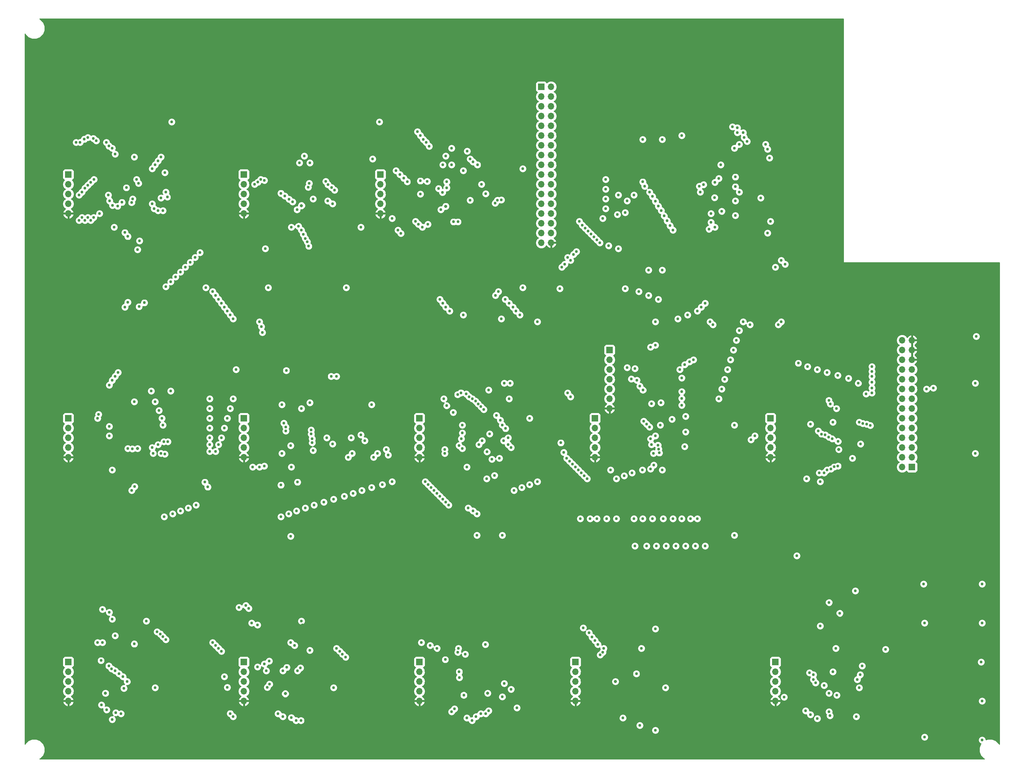
<source format=gbr>
G04 #@! TF.GenerationSoftware,KiCad,Pcbnew,5.0.1*
G04 #@! TF.CreationDate,2018-12-21T00:14:18+11:00*
G04 #@! TF.ProjectId,cpld-cpu,63706C642D6370752E6B696361645F70,rev?*
G04 #@! TF.SameCoordinates,Original*
G04 #@! TF.FileFunction,Copper,L2,Inr,Signal*
G04 #@! TF.FilePolarity,Positive*
%FSLAX46Y46*%
G04 Gerber Fmt 4.6, Leading zero omitted, Abs format (unit mm)*
G04 Created by KiCad (PCBNEW 5.0.1) date Fri 21 Dec 2018 00:14:18 AEDT*
%MOMM*%
%LPD*%
G01*
G04 APERTURE LIST*
G04 #@! TA.AperFunction,ViaPad*
%ADD10O,1.700000X1.700000*%
G04 #@! TD*
G04 #@! TA.AperFunction,ViaPad*
%ADD11R,1.700000X1.700000*%
G04 #@! TD*
G04 #@! TA.AperFunction,ViaPad*
%ADD12C,0.750000*%
G04 #@! TD*
G04 #@! TA.AperFunction,ViaPad*
%ADD13C,0.800000*%
G04 #@! TD*
G04 #@! TA.AperFunction,Conductor*
%ADD14C,0.254000*%
G04 #@! TD*
G04 APERTURE END LIST*
D10*
G04 #@! TO.N,GND*
G04 #@! TO.C,J16*
X208280000Y-190500000D03*
G04 #@! TO.N,Net-(J16-Pad4)*
X208280000Y-187960000D03*
G04 #@! TO.N,Net-(J16-Pad3)*
X208280000Y-185420000D03*
G04 #@! TO.N,Net-(J16-Pad2)*
X208280000Y-182880000D03*
D11*
G04 #@! TO.N,Net-(J16-Pad1)*
X208280000Y-180340000D03*
G04 #@! TD*
D10*
G04 #@! TO.N,GND*
G04 #@! TO.C,J15*
X165100000Y-114300000D03*
G04 #@! TO.N,/PROG5*
X165100000Y-111760000D03*
G04 #@! TO.N,/PROG4*
X165100000Y-109220000D03*
G04 #@! TO.N,/PROG3*
X165100000Y-106680000D03*
G04 #@! TO.N,/PROG2*
X165100000Y-104140000D03*
G04 #@! TO.N,/PROG1*
X165100000Y-101600000D03*
D11*
G04 #@! TO.N,/PROG0*
X165100000Y-99060000D03*
G04 #@! TD*
D10*
G04 #@! TO.N,VCC*
G04 #@! TO.C,J12*
X241300000Y-96520000D03*
G04 #@! TO.N,GND*
X243840000Y-96520000D03*
G04 #@! TO.N,VCC*
X241300000Y-99060000D03*
G04 #@! TO.N,GND*
X243840000Y-99060000D03*
G04 #@! TO.N,VCC*
X241300000Y-101600000D03*
G04 #@! TO.N,GND*
X243840000Y-101600000D03*
G04 #@! TO.N,Net-(J12-Pad22)*
X241300000Y-104140000D03*
G04 #@! TO.N,/BTN2*
X243840000Y-104140000D03*
G04 #@! TO.N,Net-(J12-Pad20)*
X241300000Y-106680000D03*
G04 #@! TO.N,/BTN1*
X243840000Y-106680000D03*
G04 #@! TO.N,Net-(J12-Pad18)*
X241300000Y-109220000D03*
G04 #@! TO.N,/BTN0*
X243840000Y-109220000D03*
G04 #@! TO.N,Net-(J12-Pad16)*
X241300000Y-111760000D03*
G04 #@! TO.N,Net-(J12-Pad15)*
X243840000Y-111760000D03*
G04 #@! TO.N,Net-(J12-Pad14)*
X241300000Y-114300000D03*
G04 #@! TO.N,Net-(J12-Pad13)*
X243840000Y-114300000D03*
G04 #@! TO.N,Net-(J12-Pad12)*
X241300000Y-116840000D03*
G04 #@! TO.N,Net-(J12-Pad11)*
X243840000Y-116840000D03*
G04 #@! TO.N,Net-(J12-Pad10)*
X241300000Y-119380000D03*
G04 #@! TO.N,Net-(J12-Pad9)*
X243840000Y-119380000D03*
G04 #@! TO.N,Net-(J12-Pad8)*
X241300000Y-121920000D03*
G04 #@! TO.N,Net-(J12-Pad7)*
X243840000Y-121920000D03*
G04 #@! TO.N,Net-(J12-Pad6)*
X241300000Y-124460000D03*
G04 #@! TO.N,Net-(J12-Pad5)*
X243840000Y-124460000D03*
G04 #@! TO.N,Net-(J12-Pad4)*
X241300000Y-127000000D03*
G04 #@! TO.N,Net-(J12-Pad3)*
X243840000Y-127000000D03*
G04 #@! TO.N,Net-(J12-Pad2)*
X241300000Y-129540000D03*
D11*
G04 #@! TO.N,Net-(J12-Pad1)*
X243840000Y-129540000D03*
G04 #@! TD*
D10*
G04 #@! TO.N,GND*
G04 #@! TO.C,J14*
X149860000Y-71120000D03*
G04 #@! TO.N,VCC*
X147320000Y-71120000D03*
G04 #@! TO.N,/RAM_~OE~*
X149860000Y-68580000D03*
G04 #@! TO.N,/CLK*
X147320000Y-68580000D03*
G04 #@! TO.N,/DEV_~OE~*
X149860000Y-66040000D03*
G04 #@! TO.N,/RAM_~WE~*
X147320000Y-66040000D03*
G04 #@! TO.N,/ARAM13*
X149860000Y-63500000D03*
G04 #@! TO.N,/ARAM17*
X147320000Y-63500000D03*
G04 #@! TO.N,/ARAM12*
X149860000Y-60960000D03*
G04 #@! TO.N,/ARAM16*
X147320000Y-60960000D03*
G04 #@! TO.N,/ARAM11*
X149860000Y-58420000D03*
G04 #@! TO.N,/ARAM15*
X147320000Y-58420000D03*
G04 #@! TO.N,/ARAM10*
X149860000Y-55880000D03*
G04 #@! TO.N,/ARAM14*
X147320000Y-55880000D03*
G04 #@! TO.N,/ARAM9*
X149860000Y-53340000D03*
G04 #@! TO.N,/PAGE0*
X147320000Y-53340000D03*
G04 #@! TO.N,/ARAM8*
X149860000Y-50800000D03*
G04 #@! TO.N,/~RST~*
X147320000Y-50800000D03*
G04 #@! TO.N,/ARAM7*
X149860000Y-48260000D03*
G04 #@! TO.N,/D7*
X147320000Y-48260000D03*
G04 #@! TO.N,/ARAM6*
X149860000Y-45720000D03*
G04 #@! TO.N,/D6*
X147320000Y-45720000D03*
G04 #@! TO.N,/ARAM5*
X149860000Y-43180000D03*
G04 #@! TO.N,/D5*
X147320000Y-43180000D03*
G04 #@! TO.N,/ARAM4*
X149860000Y-40640000D03*
G04 #@! TO.N,/D4*
X147320000Y-40640000D03*
G04 #@! TO.N,/ARAM3*
X149860000Y-38100000D03*
G04 #@! TO.N,/D3*
X147320000Y-38100000D03*
G04 #@! TO.N,/ARAM2*
X149860000Y-35560000D03*
G04 #@! TO.N,/D2*
X147320000Y-35560000D03*
G04 #@! TO.N,/ARAM1*
X149860000Y-33020000D03*
G04 #@! TO.N,/D1*
X147320000Y-33020000D03*
G04 #@! TO.N,/ARAM0*
X149860000Y-30480000D03*
D11*
G04 #@! TO.N,/D0*
X147320000Y-30480000D03*
G04 #@! TD*
G04 #@! TO.N,Net-(J1-Pad1)*
G04 #@! TO.C,J1*
X24130000Y-53340000D03*
D10*
G04 #@! TO.N,Net-(J1-Pad2)*
X24130000Y-55880000D03*
G04 #@! TO.N,Net-(J1-Pad3)*
X24130000Y-58420000D03*
G04 #@! TO.N,Net-(J1-Pad4)*
X24130000Y-60960000D03*
G04 #@! TO.N,GND*
X24130000Y-63500000D03*
G04 #@! TD*
D11*
G04 #@! TO.N,Net-(J2-Pad1)*
G04 #@! TO.C,J2*
X24130000Y-116840000D03*
D10*
G04 #@! TO.N,Net-(J2-Pad2)*
X24130000Y-119380000D03*
G04 #@! TO.N,Net-(J2-Pad3)*
X24130000Y-121920000D03*
G04 #@! TO.N,Net-(J2-Pad4)*
X24130000Y-124460000D03*
G04 #@! TO.N,GND*
X24130000Y-127000000D03*
G04 #@! TD*
D11*
G04 #@! TO.N,Net-(J3-Pad1)*
G04 #@! TO.C,J3*
X24130000Y-180340000D03*
D10*
G04 #@! TO.N,Net-(J3-Pad2)*
X24130000Y-182880000D03*
G04 #@! TO.N,Net-(J3-Pad3)*
X24130000Y-185420000D03*
G04 #@! TO.N,Net-(J3-Pad4)*
X24130000Y-187960000D03*
G04 #@! TO.N,GND*
X24130000Y-190500000D03*
G04 #@! TD*
D11*
G04 #@! TO.N,Net-(J4-Pad1)*
G04 #@! TO.C,J4*
X69850000Y-53340000D03*
D10*
G04 #@! TO.N,Net-(J4-Pad2)*
X69850000Y-55880000D03*
G04 #@! TO.N,Net-(J4-Pad3)*
X69850000Y-58420000D03*
G04 #@! TO.N,Net-(J4-Pad4)*
X69850000Y-60960000D03*
G04 #@! TO.N,GND*
X69850000Y-63500000D03*
G04 #@! TD*
G04 #@! TO.N,GND*
G04 #@! TO.C,J5*
X69850000Y-127000000D03*
G04 #@! TO.N,Net-(J5-Pad4)*
X69850000Y-124460000D03*
G04 #@! TO.N,Net-(J5-Pad3)*
X69850000Y-121920000D03*
G04 #@! TO.N,Net-(J5-Pad2)*
X69850000Y-119380000D03*
D11*
G04 #@! TO.N,Net-(J5-Pad1)*
X69850000Y-116840000D03*
G04 #@! TD*
D10*
G04 #@! TO.N,GND*
G04 #@! TO.C,J6*
X69850000Y-190500000D03*
G04 #@! TO.N,Net-(J6-Pad4)*
X69850000Y-187960000D03*
G04 #@! TO.N,Net-(J6-Pad3)*
X69850000Y-185420000D03*
G04 #@! TO.N,Net-(J6-Pad2)*
X69850000Y-182880000D03*
D11*
G04 #@! TO.N,Net-(J6-Pad1)*
X69850000Y-180340000D03*
G04 #@! TD*
D10*
G04 #@! TO.N,GND*
G04 #@! TO.C,J7*
X105410000Y-63500000D03*
G04 #@! TO.N,Net-(J7-Pad4)*
X105410000Y-60960000D03*
G04 #@! TO.N,Net-(J7-Pad3)*
X105410000Y-58420000D03*
G04 #@! TO.N,Net-(J7-Pad2)*
X105410000Y-55880000D03*
D11*
G04 #@! TO.N,Net-(J7-Pad1)*
X105410000Y-53340000D03*
G04 #@! TD*
D10*
G04 #@! TO.N,GND*
G04 #@! TO.C,J8*
X115570000Y-127000000D03*
G04 #@! TO.N,Net-(J8-Pad4)*
X115570000Y-124460000D03*
G04 #@! TO.N,Net-(J8-Pad3)*
X115570000Y-121920000D03*
G04 #@! TO.N,Net-(J8-Pad2)*
X115570000Y-119380000D03*
D11*
G04 #@! TO.N,Net-(J8-Pad1)*
X115570000Y-116840000D03*
G04 #@! TD*
D10*
G04 #@! TO.N,GND*
G04 #@! TO.C,J9*
X115570000Y-190500000D03*
G04 #@! TO.N,Net-(J9-Pad4)*
X115570000Y-187960000D03*
G04 #@! TO.N,Net-(J9-Pad3)*
X115570000Y-185420000D03*
G04 #@! TO.N,Net-(J9-Pad2)*
X115570000Y-182880000D03*
D11*
G04 #@! TO.N,Net-(J9-Pad1)*
X115570000Y-180340000D03*
G04 #@! TD*
G04 #@! TO.N,Net-(J10-Pad1)*
G04 #@! TO.C,J10*
X161290000Y-116840000D03*
D10*
G04 #@! TO.N,Net-(J10-Pad2)*
X161290000Y-119380000D03*
G04 #@! TO.N,Net-(J10-Pad3)*
X161290000Y-121920000D03*
G04 #@! TO.N,Net-(J10-Pad4)*
X161290000Y-124460000D03*
G04 #@! TO.N,GND*
X161290000Y-127000000D03*
G04 #@! TD*
D11*
G04 #@! TO.N,Net-(J11-Pad1)*
G04 #@! TO.C,J11*
X156210000Y-180340000D03*
D10*
G04 #@! TO.N,Net-(J11-Pad2)*
X156210000Y-182880000D03*
G04 #@! TO.N,Net-(J11-Pad3)*
X156210000Y-185420000D03*
G04 #@! TO.N,Net-(J11-Pad4)*
X156210000Y-187960000D03*
G04 #@! TO.N,GND*
X156210000Y-190500000D03*
G04 #@! TD*
G04 #@! TO.N,GND*
G04 #@! TO.C,J13*
X207010000Y-127000000D03*
G04 #@! TO.N,Net-(J13-Pad4)*
X207010000Y-124460000D03*
G04 #@! TO.N,Net-(J13-Pad3)*
X207010000Y-121920000D03*
G04 #@! TO.N,Net-(J13-Pad2)*
X207010000Y-119380000D03*
D11*
G04 #@! TO.N,Net-(J13-Pad1)*
X207010000Y-116840000D03*
G04 #@! TD*
D12*
G04 #@! TO.N,GND*
X172720000Y-24892000D03*
X175260000Y-24892000D03*
X177800000Y-24892000D03*
X180340000Y-24892000D03*
X182880000Y-24892000D03*
X185420000Y-24892000D03*
X187960000Y-24892000D03*
X190500000Y-24892000D03*
X193040000Y-24892000D03*
X195580000Y-24892000D03*
X198120000Y-24892000D03*
X200660000Y-24892000D03*
X203200000Y-24892000D03*
X205740000Y-24892000D03*
X208280000Y-24892000D03*
X210820000Y-24892000D03*
X213360000Y-24892000D03*
X42164000Y-44958000D03*
X51562000Y-62484000D03*
X56388000Y-68580000D03*
X56388000Y-71120000D03*
X56388000Y-73660000D03*
X35560000Y-74422000D03*
X42164000Y-59690000D03*
X38862000Y-62484000D03*
X35306000Y-57658000D03*
X49276000Y-27178000D03*
X46736000Y-27178000D03*
X44196000Y-27178000D03*
X41656000Y-27178000D03*
X39116000Y-27178000D03*
X36576000Y-27178000D03*
X34036000Y-27178000D03*
X31496000Y-27178000D03*
X26416000Y-27178000D03*
X21336000Y-27178000D03*
X99568000Y-60960000D03*
X90932000Y-61722000D03*
X77216000Y-69088000D03*
X83566000Y-65786000D03*
X76454000Y-55880000D03*
X88138000Y-45466000D03*
X121920000Y-42926000D03*
X133350000Y-62738000D03*
X118364000Y-72390000D03*
X133350000Y-69088000D03*
X133350000Y-75438000D03*
X119380000Y-66040000D03*
X127000000Y-60960000D03*
X115316000Y-56896000D03*
X203454000Y-53594000D03*
X203454000Y-55372000D03*
X198120000Y-66548000D03*
X218694000Y-73660000D03*
X218694000Y-71120000D03*
X218694000Y-68580000D03*
X218694000Y-66040000D03*
X218694000Y-60960000D03*
X218694000Y-58420000D03*
X218694000Y-55880000D03*
X218694000Y-53340000D03*
X218694000Y-50800000D03*
X218694000Y-48260000D03*
X218694000Y-45720000D03*
X218694000Y-43180000D03*
X50292000Y-92202000D03*
X46990000Y-92964000D03*
X43180000Y-93950998D03*
X40640000Y-93950998D03*
X38100000Y-93950998D03*
X35560000Y-93950998D03*
X33020000Y-93950998D03*
X30480000Y-93950998D03*
X87884000Y-93726000D03*
X83820000Y-93950998D03*
X79756000Y-93726000D03*
X114300000Y-93950998D03*
X116840000Y-93950998D03*
X119380000Y-93950998D03*
X121920000Y-93950998D03*
X124460000Y-93950998D03*
X127000000Y-93950998D03*
X129540000Y-93950998D03*
X132080000Y-93950998D03*
X134620000Y-93950998D03*
X137160000Y-93950998D03*
X139700000Y-93950998D03*
X142240000Y-93950998D03*
X144780000Y-93950998D03*
X213360000Y-88646000D03*
X215900000Y-88646000D03*
X218440000Y-88646000D03*
X220980000Y-88646000D03*
X223520000Y-88646000D03*
X226060000Y-88646000D03*
X228600000Y-88646000D03*
X231140000Y-88646000D03*
X255270000Y-95504000D03*
X252476000Y-97790000D03*
X260350000Y-98044000D03*
X255016000Y-107696000D03*
X250952000Y-114554000D03*
X262128000Y-114554000D03*
X255270000Y-122936000D03*
X260604000Y-131318000D03*
X250952000Y-129794000D03*
X30480000Y-151638000D03*
X33020000Y-151638000D03*
X35560000Y-151638000D03*
X38100000Y-151638000D03*
X40640000Y-151638000D03*
X43180000Y-151638000D03*
X45720000Y-151638000D03*
X47244000Y-151638000D03*
X76200000Y-151892000D03*
X78740000Y-151892000D03*
X81280000Y-151892000D03*
X83312000Y-151892000D03*
X86360000Y-157450998D03*
X88900000Y-157450998D03*
X91440000Y-157450998D03*
X93980000Y-157450998D03*
X121920000Y-151892000D03*
X124460000Y-151892000D03*
X127000000Y-151892000D03*
X129540000Y-151892000D03*
X132080000Y-151892000D03*
X134620000Y-151892000D03*
X137160000Y-151892000D03*
X139700000Y-151892000D03*
X162560000Y-157450998D03*
X165100000Y-157450998D03*
X167640000Y-157450998D03*
X171196000Y-157480000D03*
X173736000Y-157480000D03*
X176276000Y-157480000D03*
X178816000Y-157480000D03*
X181356000Y-157480000D03*
X212090000Y-156464000D03*
X212090000Y-161290000D03*
X212090000Y-166878000D03*
X211836000Y-171704000D03*
X224536000Y-152654000D03*
X228092000Y-152654000D03*
X221996000Y-162052000D03*
X254254000Y-152654000D03*
X243332000Y-152654000D03*
X239014000Y-152654000D03*
X258572000Y-152654000D03*
X252730000Y-161544000D03*
X258572000Y-162814000D03*
X252730000Y-171704000D03*
X258826000Y-172974000D03*
X252730000Y-181864000D03*
X258354000Y-183170000D03*
X252730000Y-191770000D03*
X258572000Y-193294000D03*
X252476000Y-199390000D03*
X243078000Y-193294000D03*
X239776000Y-193294000D03*
X235458000Y-200406000D03*
X236728000Y-187960000D03*
X219964000Y-199136000D03*
X220980000Y-192532000D03*
X228854000Y-188214000D03*
X213360000Y-184150000D03*
X221996000Y-172974000D03*
X40640000Y-105664000D03*
X51562000Y-125984000D03*
X37084000Y-135890000D03*
X56134000Y-134620000D03*
X56134000Y-137160000D03*
X79756000Y-137414000D03*
X91694000Y-124714000D03*
X99314000Y-124460000D03*
X76200000Y-120396000D03*
X84836000Y-109220000D03*
X143510000Y-143510000D03*
X143256000Y-126238000D03*
X139954000Y-126492000D03*
X127000000Y-143256000D03*
X125730000Y-120142000D03*
X129286000Y-125730000D03*
X83820000Y-125984000D03*
X38100000Y-125730000D03*
X190754000Y-124460000D03*
X182880000Y-124714000D03*
X175260000Y-125984000D03*
X166370000Y-120904000D03*
X176276000Y-107950000D03*
X172720000Y-137414000D03*
X218440000Y-137414000D03*
X234950000Y-126238000D03*
X220980000Y-126238000D03*
X228346000Y-124460000D03*
X217170000Y-119888000D03*
X227076000Y-107950000D03*
X53848000Y-198120000D03*
X53848000Y-200660000D03*
X35560000Y-201168000D03*
X38100000Y-189484000D03*
X45720000Y-188214000D03*
X51308000Y-189484000D03*
X30480000Y-183642000D03*
X40640000Y-169418000D03*
X99314000Y-198120000D03*
X99314000Y-200406000D03*
X81280000Y-200914000D03*
X82550000Y-189484000D03*
X91440000Y-188214000D03*
X97790000Y-186436000D03*
X80010000Y-184404000D03*
X85090000Y-170688000D03*
X127000000Y-200914000D03*
X129540000Y-189484000D03*
X137414000Y-187960000D03*
X145542000Y-187960000D03*
X122174000Y-183642000D03*
X132080000Y-169418000D03*
X170180000Y-189738000D03*
X177800000Y-188468000D03*
X183896000Y-189484000D03*
X166370000Y-183896000D03*
X174244000Y-171450000D03*
X169164000Y-199390000D03*
X190754000Y-198120000D03*
X190754000Y-200660000D03*
X242824000Y-162814000D03*
X237490000Y-161544000D03*
X235458000Y-170180000D03*
X133858000Y-107950000D03*
X34544000Y-120142000D03*
X42164000Y-122682000D03*
X106680000Y-24638000D03*
X111760000Y-24638000D03*
X114300000Y-24638000D03*
X116840000Y-24638000D03*
X119380000Y-24638000D03*
X121920000Y-24638000D03*
X124460000Y-24638000D03*
X127000000Y-24638000D03*
X129540000Y-24638000D03*
X183160580Y-72949991D03*
X215900000Y-24892000D03*
G04 #@! TO.N,VCC*
X41300000Y-48768000D03*
X45974000Y-60960000D03*
X36068000Y-67056000D03*
X92964000Y-60960000D03*
X87020000Y-50292000D03*
X82220000Y-67056000D03*
X128778000Y-60020000D03*
X117780000Y-66294000D03*
X197866000Y-53975000D03*
X197866000Y-56515000D03*
X260604000Y-95504000D03*
X260350000Y-107696000D03*
X260350000Y-125984000D03*
X229108000Y-161798000D03*
X262128000Y-160020000D03*
X262128000Y-170180000D03*
X261874000Y-180340000D03*
X262128000Y-190500000D03*
X262128000Y-200660000D03*
X247142000Y-199898000D03*
X230124000Y-187020000D03*
X219194000Y-195072000D03*
X41300000Y-112522000D03*
X45974000Y-124460000D03*
X35560000Y-130302000D03*
X82220000Y-129540000D03*
X87020000Y-112776000D03*
X139446000Y-124460000D03*
X127940000Y-129540000D03*
X184658000Y-124206000D03*
X178460000Y-112776000D03*
X173660000Y-130302000D03*
X219964000Y-133350000D03*
X230486000Y-123520000D03*
X224180000Y-114300000D03*
X46736000Y-187020000D03*
X41300000Y-175634000D03*
X93218000Y-187020000D03*
X82220000Y-194818000D03*
X36500000Y-193548000D03*
X87020000Y-177292000D03*
X127940000Y-194926000D03*
X139446000Y-187420000D03*
X132740000Y-175768000D03*
X179686000Y-187020000D03*
X173380000Y-176784000D03*
X168580000Y-194926000D03*
X122428000Y-48482000D03*
X92964000Y-123520000D03*
X246888000Y-160020000D03*
X247142000Y-170180000D03*
X224028000Y-176772000D03*
X133604000Y-109474000D03*
G04 #@! TO.N,Net-(J1-Pad4)*
X32258000Y-63500000D03*
X36957000Y-61595000D03*
D13*
G04 #@! TO.N,Net-(J2-Pad4)*
X42164008Y-124714000D03*
G04 #@! TO.N,Net-(J3-Pad4)*
X33804016Y-188468000D03*
G04 #@! TO.N,Net-(J4-Pad4)*
X84864367Y-61431969D03*
D12*
G04 #@! TO.N,Net-(J5-Pad4)*
X79756000Y-125984000D03*
X87884000Y-125222000D03*
D13*
G04 #@! TO.N,Net-(J6-Pad4)*
X80645000Y-188595000D03*
G04 #@! TO.N,Net-(J7-Pad4)*
X122428012Y-61620000D03*
D12*
G04 #@! TO.N,Net-(J8-Pad4)*
X133156787Y-125589948D03*
G04 #@! TO.N,Net-(J8-Pad3)*
X122174000Y-125989990D03*
G04 #@! TO.N,Net-(J8-Pad2)*
X122174000Y-124985977D03*
G04 #@! TO.N,Net-(J8-Pad1)*
X125868988Y-123938141D03*
D13*
G04 #@! TO.N,Net-(J9-Pad4)*
X133350000Y-188468000D03*
D12*
G04 #@! TO.N,Net-(J10-Pad4)*
X176022000Y-123712592D03*
D13*
G04 #@! TO.N,Net-(J11-Pad4)*
X166624000Y-185420000D03*
D12*
G04 #@! TO.N,/IR0*
X49530000Y-174498000D03*
X162046014Y-175779801D03*
G04 #@! TO.N,/IR1*
X48774749Y-173742774D03*
X161290000Y-174752000D03*
G04 #@! TO.N,/IR2*
X160528000Y-173863002D03*
X48076361Y-173021460D03*
G04 #@! TO.N,/IR3*
X159760010Y-172746580D03*
X47244000Y-172460021D03*
G04 #@! TO.N,/IR4*
X36322000Y-173482000D03*
X158242000Y-171450000D03*
G04 #@! TO.N,/IR5*
X80772000Y-120142000D03*
X75184000Y-129286000D03*
X71120000Y-166370000D03*
X35562916Y-169164000D03*
X121158000Y-62484000D03*
X108458000Y-64770000D03*
X103124000Y-113284000D03*
X84836000Y-114300000D03*
G04 #@! TO.N,/IR6*
X80772000Y-119126000D03*
X73914000Y-129540000D03*
X70358000Y-165608000D03*
X34798000Y-167386000D03*
G04 #@! TO.N,/IR7*
X83693000Y-62484000D03*
X75437998Y-72644000D03*
X80264000Y-118110000D03*
X72136000Y-129540000D03*
X68580000Y-166116000D03*
X33020000Y-166624000D03*
G04 #@! TO.N,/A0*
X48260000Y-48768000D03*
X75205255Y-54869664D03*
G04 #@! TO.N,/A1*
X47498000Y-49784000D03*
X74235402Y-54610000D03*
G04 #@! TO.N,/A2*
X46736000Y-50800000D03*
X73479392Y-55323080D03*
G04 #@! TO.N,/A3*
X45974000Y-51816000D03*
X72644000Y-55880000D03*
G04 #@! TO.N,/A4*
X79499012Y-58216170D03*
X36322000Y-48000010D03*
G04 #@! TO.N,/A5*
X80518000Y-58928006D03*
X35562916Y-46487990D03*
G04 #@! TO.N,/A6*
X81611562Y-59755482D03*
X34729568Y-45928017D03*
G04 #@! TO.N,/A7*
X34036000Y-44958000D03*
X82550000Y-60452000D03*
G04 #@! TO.N,/AC*
X116332000Y-67056000D03*
X42418004Y-55626000D03*
X100330002Y-67056000D03*
X97790000Y-121920000D03*
X91440000Y-121920000D03*
G04 #@! TO.N,/X0*
X84074000Y-66802000D03*
X48763202Y-118622798D03*
X133096000Y-132588000D03*
X58420000Y-73660000D03*
G04 #@! TO.N,/X1*
X84830010Y-67842469D03*
X48514000Y-116840000D03*
X57150000Y-74930000D03*
X135122010Y-131717205D03*
G04 #@! TO.N,/X2*
X47752000Y-114807984D03*
X85338021Y-68936136D03*
X138684000Y-123698000D03*
X55880000Y-76200000D03*
G04 #@! TO.N,/X3*
X85846032Y-69995651D03*
X46736000Y-112522000D03*
X137483935Y-122676010D03*
X54610000Y-77470000D03*
G04 #@! TO.N,/X4*
X86360000Y-70866000D03*
X37084000Y-104902000D03*
X139192000Y-107696000D03*
X53340000Y-78740000D03*
G04 #@! TO.N,/X5*
X86736202Y-72004202D03*
X36322000Y-105918000D03*
X137668000Y-107696000D03*
X52070000Y-80010000D03*
G04 #@! TO.N,/X6*
X87884000Y-59690000D03*
X35560000Y-106934000D03*
X126410688Y-110201120D03*
X50800000Y-81280000D03*
G04 #@! TO.N,/X7*
X91694000Y-60198000D03*
X34798000Y-108204000D03*
X125520527Y-110665505D03*
X49530000Y-82550000D03*
G04 #@! TO.N,/D1*
X36322000Y-182626000D03*
X75184002Y-180848000D03*
X62484000Y-176022000D03*
X60960000Y-125476000D03*
X62484000Y-125476000D03*
X62484000Y-84836000D03*
X135382000Y-84836000D03*
X132842000Y-58355350D03*
X135300612Y-60815408D03*
X198120000Y-96520000D03*
X175260000Y-84836000D03*
X122687990Y-56793568D03*
X175260000Y-78232000D03*
X178816000Y-78232000D03*
X206248000Y-46736000D03*
X189581425Y-55983415D03*
G04 #@! TO.N,/D0*
X76454000Y-180086000D03*
X61722000Y-175260000D03*
X61722000Y-83820000D03*
X136144006Y-83820000D03*
X131772839Y-55880000D03*
X135904377Y-60013218D03*
X198882000Y-93980000D03*
X172720000Y-83820000D03*
X122676254Y-55221704D03*
X35427010Y-182118000D03*
X188468000Y-56388000D03*
X205740000Y-45466000D03*
G04 #@! TO.N,/D2*
X37338000Y-183388000D03*
X75691992Y-182626000D03*
X63246000Y-176784000D03*
X60960000Y-123698000D03*
X63246000Y-123698000D03*
X63246000Y-85852000D03*
X120904000Y-85852000D03*
X197358000Y-99060000D03*
X177800000Y-85852000D03*
X137922000Y-85852000D03*
X188722000Y-57912000D03*
X206756000Y-49022000D03*
G04 #@! TO.N,/D3*
X38354000Y-184150000D03*
X73406000Y-181610000D03*
X64008000Y-177546000D03*
X60960000Y-121920000D03*
X64008000Y-121920000D03*
X64008000Y-86868000D03*
X121666000Y-86868000D03*
X196596000Y-101600000D03*
X189992000Y-86868000D03*
X138938000Y-86868000D03*
G04 #@! TO.N,/D4*
X76509547Y-186113064D03*
X64770000Y-184150000D03*
X60960000Y-119380000D03*
X64770000Y-119380000D03*
X64770000Y-87884000D03*
X122428000Y-87884000D03*
X195834000Y-104140000D03*
X188976000Y-87884000D03*
X39435718Y-185449810D03*
X139954000Y-87884000D03*
G04 #@! TO.N,/D5*
X38608000Y-187198000D03*
X75946000Y-186944000D03*
X65537990Y-186944000D03*
X60960000Y-116840000D03*
X65532000Y-116840000D03*
X65537990Y-88900002D03*
X123444000Y-88900002D03*
X140716000Y-88900002D03*
X195072000Y-106680000D03*
X187960000Y-88900002D03*
G04 #@! TO.N,/D6*
X78740000Y-193802000D03*
X34100000Y-192786000D03*
X66299990Y-193765343D03*
X60960000Y-114300000D03*
X66299990Y-114300000D03*
X66299990Y-89916000D03*
X127000000Y-89916000D03*
X141732000Y-89916000D03*
X194310000Y-109220000D03*
X185420000Y-89916000D03*
G04 #@! TO.N,/D7*
X80010000Y-194564000D03*
X67056012Y-194564000D03*
X60960000Y-111760000D03*
X67056012Y-111760000D03*
X67056012Y-90932000D03*
X136906000Y-90932000D03*
X136906000Y-59944000D03*
X193547994Y-111760000D03*
X182880000Y-90932000D03*
X35549215Y-195294168D03*
G04 #@! TO.N,/ADDR9*
X164338000Y-143002000D03*
X55372000Y-140208000D03*
X85852000Y-140208000D03*
X128270000Y-140208000D03*
G04 #@! TO.N,/ADDR8*
X166878000Y-143002002D03*
X57404000Y-139446000D03*
X123190000Y-139446000D03*
X88138000Y-139446000D03*
G04 #@! TO.N,/ADDR10*
X161798000Y-143002004D03*
X53340000Y-140970000D03*
X83566000Y-140970000D03*
X129540000Y-140970000D03*
G04 #@! TO.N,/ADDR11*
X160020000Y-143002000D03*
X51308000Y-141732000D03*
X81534000Y-141732000D03*
X130556000Y-141732000D03*
G04 #@! TO.N,/ADDR12*
X157480000Y-143002000D03*
X49095992Y-142494000D03*
X79502000Y-142494000D03*
G04 #@! TO.N,/AR0*
X96371533Y-179064010D03*
X122301000Y-179705000D03*
G04 #@! TO.N,/AR1*
X95540722Y-178302010D03*
X125940741Y-182872659D03*
G04 #@! TO.N,/AR2*
X94812155Y-177540010D03*
X125984000Y-184404000D03*
G04 #@! TO.N,/AR3*
X93979630Y-176778010D03*
X120168580Y-176757420D03*
G04 #@! TO.N,/AR4*
X118364000Y-176022000D03*
X83058000Y-176022000D03*
G04 #@! TO.N,/AR5*
X116078000Y-175260000D03*
X82042000Y-175260000D03*
G04 #@! TO.N,/AR6*
X124714000Y-192532000D03*
X84582000Y-181864000D03*
G04 #@! TO.N,/AR7*
X123952000Y-193294000D03*
X83820000Y-182626000D03*
G04 #@! TO.N,/ADDR1*
X186182000Y-143002000D03*
X105918000Y-134112000D03*
X117856000Y-134112000D03*
X144271998Y-134112000D03*
G04 #@! TO.N,/ADDR0*
X187959990Y-143002000D03*
X108458000Y-133350000D03*
X117093996Y-133350000D03*
X146304000Y-133350000D03*
G04 #@! TO.N,/ADDR2*
X183895990Y-143002000D03*
X103124000Y-134874000D03*
X118618000Y-134874000D03*
X142239998Y-134874000D03*
G04 #@! TO.N,/ADDR3*
X181610000Y-143002000D03*
X100584000Y-135636000D03*
X119380000Y-135636000D03*
X140208000Y-135636000D03*
G04 #@! TO.N,Net-(R62-Pad2)*
X50038000Y-122936000D03*
X49261788Y-126171218D03*
G04 #@! TO.N,/ADDR4*
X179070000Y-143002000D03*
X98298000Y-136398000D03*
X120142000Y-136398000D03*
X124376389Y-115285549D03*
X126746000Y-120650000D03*
G04 #@! TO.N,Net-(R63-Pad2)*
X49022000Y-122936000D03*
X48260000Y-125984000D03*
G04 #@! TO.N,/ADDR5*
X176276000Y-143002000D03*
X96012000Y-137160000D03*
X120904000Y-137160000D03*
X122655420Y-113564580D03*
X126491994Y-122174000D03*
G04 #@! TO.N,Net-(R64-Pad2)*
X47498000Y-123698000D03*
X46228000Y-125984000D03*
G04 #@! TO.N,/ADDR6*
X173735998Y-143002000D03*
X121666000Y-137922000D03*
X121920000Y-111760000D03*
X126746000Y-124714000D03*
X93218000Y-137922000D03*
G04 #@! TO.N,/ADDR7*
X171450000Y-143002000D03*
X122428000Y-138684000D03*
X90678000Y-138684000D03*
G04 #@! TO.N,/A_CC*
X38100000Y-60579000D03*
X38862000Y-68453000D03*
X92583000Y-105918000D03*
X38861999Y-87889999D03*
G04 #@! TO.N,/ALU0*
X129540000Y-50038000D03*
X31420601Y-44559418D03*
X30786000Y-54610000D03*
X30734000Y-64516000D03*
G04 #@! TO.N,/ALU1*
X30633580Y-43936010D03*
X29972000Y-55372000D03*
X29972000Y-65283990D03*
X128778000Y-49276000D03*
G04 #@! TO.N,/ALU2*
X128016000Y-47244000D03*
X29210000Y-43688000D03*
X29210000Y-56134000D03*
X29210000Y-64516000D03*
G04 #@! TO.N,/ALU3*
X28267389Y-44147074D03*
X28448000Y-56896000D03*
X28448000Y-65283990D03*
X118110000Y-45974000D03*
X121666000Y-50800000D03*
X120549580Y-56996420D03*
G04 #@! TO.N,/ALU4*
X117348000Y-44958000D03*
X27178000Y-44958000D03*
X27686000Y-57912000D03*
X27686000Y-64516000D03*
X123952000Y-46482000D03*
X123952000Y-50800000D03*
X121565580Y-58012420D03*
G04 #@! TO.N,/ALU5*
X116586000Y-44196000D03*
X26162014Y-44958000D03*
X26924000Y-58674000D03*
X26924000Y-65283990D03*
X130683000Y-50800004D03*
G04 #@! TO.N,/ALU6*
X115824000Y-43180000D03*
X31750000Y-116840000D03*
X34798000Y-121412000D03*
X34543994Y-58674000D03*
G04 #@! TO.N,/ALU7*
X115062000Y-42164000D03*
X32004000Y-115823988D03*
X34772799Y-118965959D03*
X34900000Y-60198000D03*
G04 #@! TO.N,/ALU8*
X49276000Y-52832000D03*
X51054000Y-39624000D03*
X105156000Y-39624014D03*
X35616679Y-61414501D03*
G04 #@! TO.N,/~RST~*
X197612000Y-118618000D03*
X41910000Y-54610000D03*
X45720000Y-109728000D03*
X50800000Y-109728000D03*
X59944000Y-82804000D03*
X76200000Y-82804000D03*
X197612000Y-147320000D03*
X130556000Y-147320000D03*
X177038000Y-171704000D03*
X181356000Y-117094000D03*
X131064000Y-123698000D03*
X136398000Y-127254000D03*
X223266000Y-117856000D03*
X127000000Y-52324000D03*
X142494000Y-51816000D03*
X137160000Y-147320000D03*
X96520006Y-82804000D03*
X142494000Y-82804000D03*
X84836000Y-169672000D03*
X82042000Y-147573984D03*
X44450000Y-169677968D03*
G04 #@! TO.N,/A_Z*
X39243000Y-56769000D03*
X39624000Y-69469000D03*
X93980000Y-105918000D03*
X39623994Y-86614000D03*
G04 #@! TO.N,/A_~WE~*
X40894000Y-59690000D03*
X42672000Y-70611988D03*
X43942000Y-86741000D03*
X74676000Y-94488000D03*
X79756000Y-113284000D03*
X82042000Y-123952000D03*
G04 #@! TO.N,/A_~OE~*
X40603391Y-60651034D03*
X42163994Y-72898000D03*
X42545000Y-87757000D03*
X67818000Y-104140000D03*
G04 #@! TO.N,/X_~OE~*
X39624000Y-124714008D03*
X40640000Y-135636000D03*
X60452000Y-134747000D03*
X79502000Y-134239000D03*
G04 #@! TO.N,/X_~WE~*
X40793582Y-124814422D03*
X41402000Y-134620000D03*
X59690000Y-133477000D03*
X83820000Y-133477000D03*
G04 #@! TO.N,/IR_~WE~*
X34671000Y-181356000D03*
X33020000Y-175260000D03*
X73406010Y-170688000D03*
X37846000Y-193802000D03*
G04 #@! TO.N,/IR_~OE~*
X32766000Y-191516000D03*
X32639000Y-179959000D03*
X31750000Y-175260000D03*
X71882000Y-170185979D03*
G04 #@! TO.N,/ALUA7*
X86614000Y-56642000D03*
X115316000Y-66294000D03*
G04 #@! TO.N,/ALUA6*
X86868000Y-55626000D03*
X114554000Y-65532000D03*
G04 #@! TO.N,/ALUA5*
X84328000Y-50292000D03*
X103378000Y-49276000D03*
G04 #@! TO.N,/ALUA4*
X85598000Y-48514000D03*
X115824000Y-58420000D03*
G04 #@! TO.N,/ALUA3*
X91186000Y-55118000D03*
X109474000Y-52324000D03*
G04 #@! TO.N,/ALUA2*
X91742925Y-55953388D03*
X110490000Y-53340000D03*
G04 #@! TO.N,/ALUA1*
X92716729Y-56709398D03*
X111494020Y-54305744D03*
G04 #@! TO.N,/ALUA0*
X93472000Y-57404000D03*
X112398608Y-55220000D03*
G04 #@! TO.N,/IDX_EN*
X134444002Y-127508000D03*
X126746000Y-118618000D03*
X98044000Y-125984000D03*
X104648000Y-125984000D03*
G04 #@! TO.N,/PC_INC*
X177038000Y-198120000D03*
X127127000Y-188976000D03*
X97028000Y-127000000D03*
X103632000Y-127000000D03*
G04 #@! TO.N,/AR_~WE~*
X84709000Y-195580000D03*
X81026000Y-181737000D03*
G04 #@! TO.N,/AR_~OE~*
X83439000Y-195580000D03*
X80009984Y-182626000D03*
G04 #@! TO.N,/ALU_~WE~*
X125603000Y-65659000D03*
X117602000Y-55118000D03*
X101346000Y-122682000D03*
X87658457Y-123214704D03*
X110743206Y-68684476D03*
G04 #@! TO.N,/ALU_~OE~*
X124460000Y-65659000D03*
X115824000Y-54991000D03*
X87630000Y-122174000D03*
X109982002Y-67818000D03*
X100330000Y-121158000D03*
G04 #@! TO.N,/PC_~WE~*
X87402580Y-120930580D03*
X107420083Y-126416922D03*
X125730000Y-176784000D03*
X163576000Y-176784000D03*
G04 #@! TO.N,/PC_~OE~*
X172974000Y-196850000D03*
X172085000Y-183388000D03*
X125583990Y-177803199D03*
X87376000Y-119888000D03*
X106934000Y-124968000D03*
X163356536Y-177763732D03*
G04 #@! TO.N,/RAM_~WE~*
X198882000Y-57912000D03*
X209804000Y-75692000D03*
X207010004Y-65532000D03*
X73914000Y-91694000D03*
X146304000Y-91694000D03*
X191262000Y-91694000D03*
X171704000Y-103886000D03*
X177038000Y-97790000D03*
X177038000Y-91694000D03*
X209804000Y-91694000D03*
X199898000Y-91694006D03*
G04 #@! TO.N,/RAM_~OE~*
X197866000Y-64008000D03*
X152654000Y-77470000D03*
X208280002Y-77470000D03*
X206248006Y-68580000D03*
G04 #@! TO.N,/PC_CARRY*
X127508000Y-178308000D03*
X162650278Y-178477342D03*
G04 #@! TO.N,/BTN0*
X247650000Y-109220000D03*
G04 #@! TO.N,/BTN1*
X249428000Y-108966000D03*
G04 #@! TO.N,Net-(J12-Pad2)*
X222188709Y-121722759D03*
G04 #@! TO.N,Net-(J12-Pad3)*
X229843420Y-107722580D03*
X231902000Y-110490000D03*
G04 #@! TO.N,Net-(J12-Pad4)*
X221272449Y-121166373D03*
G04 #@! TO.N,Net-(J12-Pad5)*
X227330000Y-106426000D03*
X233426000Y-110236000D03*
G04 #@! TO.N,Net-(J12-Pad6)*
X220291388Y-120952925D03*
G04 #@! TO.N,Net-(J12-Pad7)*
X224536000Y-105664000D03*
X233426000Y-108966000D03*
G04 #@! TO.N,Net-(J12-Pad8)*
X219456000Y-120142002D03*
G04 #@! TO.N,Net-(J12-Pad9)*
X221741984Y-104902000D03*
X233426000Y-107442004D03*
G04 #@! TO.N,Net-(J12-Pad10)*
X217424000Y-118364000D03*
G04 #@! TO.N,Net-(J12-Pad11)*
X219201982Y-104140000D03*
X233426000Y-105918000D03*
G04 #@! TO.N,Net-(J12-Pad12)*
X232998123Y-118732047D03*
G04 #@! TO.N,Net-(J12-Pad13)*
X216662000Y-103378000D03*
X233426000Y-104648000D03*
G04 #@! TO.N,Net-(J12-Pad14)*
X232052476Y-118394717D03*
G04 #@! TO.N,Net-(J12-Pad15)*
X233426000Y-103378000D03*
X214253798Y-102484202D03*
G04 #@! TO.N,Net-(J12-Pad16)*
X231067872Y-118198263D03*
G04 #@! TO.N,Net-(J12-Pad18)*
X230124000Y-117855994D03*
G04 #@! TO.N,Net-(J12-Pad20)*
X222623990Y-113107398D03*
G04 #@! TO.N,Net-(J12-Pad22)*
X222212815Y-112191442D03*
D13*
G04 #@! TO.N,Net-(J13-Pad4)*
X224790000Y-124968000D03*
D12*
G04 #@! TO.N,/ARAM13*
X167386000Y-72644000D03*
X167132000Y-63754000D03*
X193548000Y-54356000D03*
X192431580Y-59335580D03*
G04 #@! TO.N,/ARAM17*
X169158010Y-63246000D03*
X176022000Y-113030000D03*
X163322000Y-64769998D03*
X169672000Y-103626010D03*
G04 #@! TO.N,/ARAM12*
X167386000Y-58674000D03*
X171450000Y-58674000D03*
X175514000Y-57912000D03*
X183896000Y-43180000D03*
G04 #@! TO.N,/ARAM16*
X164084000Y-62230000D03*
X169672000Y-60198000D03*
X173736000Y-44196000D03*
X173736000Y-55245000D03*
G04 #@! TO.N,/ARAM11*
X133858000Y-120904000D03*
X136652000Y-117348000D03*
X138938000Y-111760000D03*
X154177996Y-110236000D03*
X177038000Y-121412000D03*
X154177996Y-74930000D03*
X190981420Y-67537420D03*
G04 #@! TO.N,/ARAM15*
X164083992Y-59690000D03*
X192532000Y-55372000D03*
X164856868Y-71882000D03*
G04 #@! TO.N,/ARAM10*
X144272000Y-116840000D03*
X138684000Y-121920000D03*
X131940000Y-122682000D03*
X175794580Y-122200580D03*
X154945990Y-111252000D03*
X192532000Y-67056000D03*
X154945990Y-75692000D03*
G04 #@! TO.N,/ARAM14*
X164084000Y-57150000D03*
X178816000Y-44196000D03*
X174244000Y-56388000D03*
G04 #@! TO.N,/ARAM9*
X127762000Y-110490000D03*
X177690178Y-123830140D03*
X152400000Y-123228999D03*
X191516000Y-65786000D03*
X155702000Y-74168000D03*
X194310000Y-62885000D03*
X194056000Y-50800000D03*
G04 #@! TO.N,/PAGE0*
X184912000Y-120363990D03*
X223071827Y-122200401D03*
X164084000Y-54609994D03*
G04 #@! TO.N,/ARAM8*
X128524000Y-111252000D03*
X177900421Y-124867581D03*
X153173980Y-125730000D03*
X224585825Y-122876938D03*
X191516000Y-63500000D03*
X156464000Y-73406000D03*
X197866000Y-60198000D03*
X204470000Y-59436000D03*
G04 #@! TO.N,/ARAM7*
X228346000Y-127254000D03*
X129370955Y-111791172D03*
X178074092Y-125856459D03*
X153929990Y-127254000D03*
X157226000Y-65532000D03*
X197104000Y-40894000D03*
X176275976Y-59055000D03*
G04 #@! TO.N,/ARAM6*
X130192058Y-112368952D03*
X224576957Y-129276784D03*
X154686000Y-128016000D03*
X176530000Y-125984000D03*
X157988000Y-66548000D03*
X177037998Y-60325000D03*
X198374000Y-41148000D03*
G04 #@! TO.N,/ARAM5*
X130878042Y-113102073D03*
X176622041Y-129037990D03*
X223597438Y-129497197D03*
X155448000Y-128778000D03*
X158750000Y-67310000D03*
X177799998Y-61595000D03*
X198374000Y-42418000D03*
G04 #@! TO.N,/ARAM4*
X131590051Y-113809946D03*
X175767976Y-130048000D03*
X222758000Y-130048000D03*
X156210000Y-129540000D03*
X159512000Y-68072000D03*
X178562000Y-62738000D03*
X199898000Y-42418000D03*
G04 #@! TO.N,/ARAM3*
X132334000Y-114554000D03*
X165354000Y-130302000D03*
X178816000Y-130302000D03*
X221742000Y-130302000D03*
X156972000Y-130302000D03*
X160274000Y-68834000D03*
X179324000Y-64125000D03*
X200152000Y-43688000D03*
G04 #@! TO.N,/ARAM2*
X170942006Y-131064000D03*
X219710000Y-131064008D03*
X157734000Y-131064000D03*
X135636000Y-116078000D03*
X161036000Y-69596000D03*
X180085996Y-65405000D03*
X200914000Y-44704000D03*
G04 #@! TO.N,/ARAM1*
X168909994Y-131826000D03*
X158496000Y-131826000D03*
X220953426Y-131090586D03*
X137187759Y-118643399D03*
X161798000Y-70358000D03*
X180848000Y-66675000D03*
X198882000Y-45466000D03*
G04 #@! TO.N,/ARAM0*
X137990388Y-119501549D03*
X166878000Y-132588000D03*
X216408000Y-132588000D03*
X159258000Y-132588000D03*
X162560000Y-71120000D03*
X181609998Y-67818000D03*
X197612000Y-46482000D03*
G04 #@! TO.N,Net-(R54-Pad2)*
X48768000Y-62738000D03*
X49911011Y-59211994D03*
G04 #@! TO.N,Net-(R55-Pad2)*
X49530000Y-57912000D03*
X47498000Y-62738000D03*
G04 #@! TO.N,Net-(R56-Pad2)*
X48260000Y-59436000D03*
X46481996Y-62230000D03*
G04 #@! TO.N,Net-(R107-Pad2)*
X187452000Y-150114000D03*
X130340000Y-194564000D03*
G04 #@! TO.N,Net-(R108-Pad2)*
X189992000Y-150114000D03*
X129286000Y-195580000D03*
G04 #@! TO.N,Net-(R109-Pad2)*
X184912000Y-150114000D03*
X131572000Y-193802000D03*
G04 #@! TO.N,Net-(R110-Pad2)*
X182372000Y-150114000D03*
X132842000Y-193802000D03*
G04 #@! TO.N,Net-(R111-Pad2)*
X179832000Y-150114000D03*
X133604000Y-193040000D03*
G04 #@! TO.N,Net-(R112-Pad2)*
X177292000Y-150114000D03*
X140970000Y-192278004D03*
G04 #@! TO.N,Net-(R113-Pad2)*
X174752000Y-150114000D03*
X137160000Y-189420000D03*
G04 #@! TO.N,Net-(R114-Pad2)*
X171704000Y-150114000D03*
X137668000Y-185928000D03*
G04 #@! TO.N,Net-(R123-Pad1)*
X183403429Y-104155417D03*
X173786800Y-109499400D03*
G04 #@! TO.N,Net-(R124-Pad1)*
X184657994Y-102870000D03*
X172974000Y-108458000D03*
G04 #@! TO.N,Net-(R135-Pad2)*
X183890010Y-106317205D03*
X173993836Y-117596254D03*
G04 #@! TO.N,Net-(R136-Pad2)*
X183890010Y-109873205D03*
X174756794Y-118359198D03*
G04 #@! TO.N,Net-(R193-Pad2)*
X183890010Y-113429205D03*
X178308000Y-118618000D03*
G04 #@! TO.N,Net-(R192-Pad2)*
X183890010Y-111651205D03*
X175517210Y-119119614D03*
G04 #@! TO.N,Net-(R133-Pad1)*
X185928000Y-102108000D03*
X172212000Y-106934000D03*
G04 #@! TO.N,Net-(R134-Pad1)*
X186944000Y-101600000D03*
X170751511Y-106616504D03*
G04 #@! TO.N,/DEV_~OE~*
X210820000Y-76708000D03*
X153416000Y-76708000D03*
G04 #@! TO.N,/GPIO_~OE~*
X74422000Y-92964000D03*
X192024000Y-92456000D03*
X201676000Y-92456004D03*
X209036003Y-92456000D03*
G04 #@! TO.N,/CLK*
X175768000Y-98298000D03*
X184912000Y-116332000D03*
X80899004Y-104394000D03*
X169164000Y-83052010D03*
X152146010Y-83052010D03*
G04 #@! TO.N,/BTN_S3*
X222504000Y-194310000D03*
X217424000Y-194050010D03*
G04 #@! TO.N,/BTN_S1*
X229616000Y-184912000D03*
X218742925Y-185747388D03*
G04 #@! TO.N,/BTN_STEP8*
X218186000Y-183642000D03*
X236982000Y-177038000D03*
G04 #@! TO.N,/BTN_S2*
X222250000Y-193294000D03*
X216154000Y-193040000D03*
G04 #@! TO.N,/BTN_S0*
X230378000Y-183642000D03*
X218186000Y-184912000D03*
G04 #@! TO.N,/BTN_STEP1*
X217170000Y-183134000D03*
X225070580Y-167613420D03*
G04 #@! TO.N,/BTN_RST*
X229362000Y-194564000D03*
X220980000Y-186436000D03*
G04 #@! TO.N,/BTN_HALT*
X219964000Y-170942000D03*
X222276580Y-164819420D03*
G04 #@! TO.N,/PROG5*
X201930000Y-122428000D03*
X222250000Y-188467998D03*
X213868000Y-152654000D03*
G04 #@! TO.N,/PROG4*
X202946000Y-121412000D03*
X230886000Y-181356000D03*
X223266000Y-182880000D03*
G04 #@! TO.N,Net-(J16-Pad4)*
X210566000Y-189484000D03*
X224282000Y-188976002D03*
G04 #@! TD*
D14*
G04 #@! TO.N,GND*
G36*
X225933000Y-76200000D02*
X225942667Y-76248601D01*
X225970197Y-76289803D01*
X226011399Y-76317333D01*
X226060000Y-76327000D01*
X266573000Y-76327000D01*
X266573000Y-201747941D01*
X266521009Y-201622424D01*
X265737576Y-200838991D01*
X264713971Y-200415000D01*
X263606029Y-200415000D01*
X263138000Y-200608864D01*
X263138000Y-200459099D01*
X262984237Y-200087881D01*
X262700119Y-199803763D01*
X262328901Y-199650000D01*
X261927099Y-199650000D01*
X261555881Y-199803763D01*
X261271763Y-200087881D01*
X261118000Y-200459099D01*
X261118000Y-200860901D01*
X261271763Y-201232119D01*
X261555881Y-201516237D01*
X261802872Y-201618543D01*
X261798991Y-201622424D01*
X261375000Y-202646029D01*
X261375000Y-203753971D01*
X261798991Y-204777576D01*
X262582424Y-205561009D01*
X262707941Y-205613000D01*
X16692059Y-205613000D01*
X16817576Y-205561009D01*
X17601009Y-204777576D01*
X18025000Y-203753971D01*
X18025000Y-202646029D01*
X17601009Y-201622424D01*
X16817576Y-200838991D01*
X15793971Y-200415000D01*
X14686029Y-200415000D01*
X13662424Y-200838991D01*
X12878991Y-201622424D01*
X12827000Y-201747941D01*
X12827000Y-199697099D01*
X246132000Y-199697099D01*
X246132000Y-200098901D01*
X246285763Y-200470119D01*
X246569881Y-200754237D01*
X246941099Y-200908000D01*
X247342901Y-200908000D01*
X247714119Y-200754237D01*
X247998237Y-200470119D01*
X248152000Y-200098901D01*
X248152000Y-199697099D01*
X247998237Y-199325881D01*
X247714119Y-199041763D01*
X247342901Y-198888000D01*
X246941099Y-198888000D01*
X246569881Y-199041763D01*
X246285763Y-199325881D01*
X246132000Y-199697099D01*
X12827000Y-199697099D01*
X12827000Y-197919099D01*
X176028000Y-197919099D01*
X176028000Y-198320901D01*
X176181763Y-198692119D01*
X176465881Y-198976237D01*
X176837099Y-199130000D01*
X177238901Y-199130000D01*
X177610119Y-198976237D01*
X177894237Y-198692119D01*
X178048000Y-198320901D01*
X178048000Y-197919099D01*
X177894237Y-197547881D01*
X177610119Y-197263763D01*
X177238901Y-197110000D01*
X176837099Y-197110000D01*
X176465881Y-197263763D01*
X176181763Y-197547881D01*
X176028000Y-197919099D01*
X12827000Y-197919099D01*
X12827000Y-196649099D01*
X171964000Y-196649099D01*
X171964000Y-197050901D01*
X172117763Y-197422119D01*
X172401881Y-197706237D01*
X172773099Y-197860000D01*
X173174901Y-197860000D01*
X173546119Y-197706237D01*
X173830237Y-197422119D01*
X173984000Y-197050901D01*
X173984000Y-196649099D01*
X173830237Y-196277881D01*
X173546119Y-195993763D01*
X173174901Y-195840000D01*
X172773099Y-195840000D01*
X172401881Y-195993763D01*
X172117763Y-196277881D01*
X171964000Y-196649099D01*
X12827000Y-196649099D01*
X12827000Y-195093267D01*
X34539215Y-195093267D01*
X34539215Y-195495069D01*
X34692978Y-195866287D01*
X34977096Y-196150405D01*
X35348314Y-196304168D01*
X35750116Y-196304168D01*
X36121334Y-196150405D01*
X36405452Y-195866287D01*
X36559215Y-195495069D01*
X36559215Y-195093267D01*
X36405452Y-194722049D01*
X36200606Y-194517203D01*
X36299099Y-194558000D01*
X36700901Y-194558000D01*
X37035181Y-194419537D01*
X37273881Y-194658237D01*
X37645099Y-194812000D01*
X38046901Y-194812000D01*
X38418119Y-194658237D01*
X38702237Y-194374119D01*
X38856000Y-194002901D01*
X38856000Y-193601099D01*
X38840817Y-193564442D01*
X65289990Y-193564442D01*
X65289990Y-193966244D01*
X65443753Y-194337462D01*
X65727871Y-194621580D01*
X66046012Y-194753358D01*
X66046012Y-194764901D01*
X66199775Y-195136119D01*
X66483893Y-195420237D01*
X66855111Y-195574000D01*
X67256913Y-195574000D01*
X67628131Y-195420237D01*
X67912249Y-195136119D01*
X68066012Y-194764901D01*
X68066012Y-194363099D01*
X67912249Y-193991881D01*
X67628131Y-193707763D01*
X67370621Y-193601099D01*
X77730000Y-193601099D01*
X77730000Y-194002901D01*
X77883763Y-194374119D01*
X78167881Y-194658237D01*
X78539099Y-194812000D01*
X78940901Y-194812000D01*
X79007997Y-194784208D01*
X79153763Y-195136119D01*
X79437881Y-195420237D01*
X79809099Y-195574000D01*
X80210901Y-195574000D01*
X80582119Y-195420237D01*
X80866237Y-195136119D01*
X81020000Y-194764901D01*
X81020000Y-194617099D01*
X81210000Y-194617099D01*
X81210000Y-195018901D01*
X81363763Y-195390119D01*
X81647881Y-195674237D01*
X82019099Y-195828000D01*
X82420901Y-195828000D01*
X82444466Y-195818239D01*
X82582763Y-196152119D01*
X82866881Y-196436237D01*
X83238099Y-196590000D01*
X83639901Y-196590000D01*
X84011119Y-196436237D01*
X84074000Y-196373356D01*
X84136881Y-196436237D01*
X84508099Y-196590000D01*
X84909901Y-196590000D01*
X85281119Y-196436237D01*
X85565237Y-196152119D01*
X85719000Y-195780901D01*
X85719000Y-195379099D01*
X85565237Y-195007881D01*
X85282455Y-194725099D01*
X126930000Y-194725099D01*
X126930000Y-195126901D01*
X127083763Y-195498119D01*
X127367881Y-195782237D01*
X127739099Y-195936000D01*
X128140901Y-195936000D01*
X128311051Y-195865522D01*
X128429763Y-196152119D01*
X128713881Y-196436237D01*
X129085099Y-196590000D01*
X129486901Y-196590000D01*
X129858119Y-196436237D01*
X130142237Y-196152119D01*
X130296000Y-195780901D01*
X130296000Y-195574000D01*
X130540901Y-195574000D01*
X130912119Y-195420237D01*
X131196237Y-195136119D01*
X131336438Y-194797643D01*
X131371099Y-194812000D01*
X131772901Y-194812000D01*
X132144119Y-194658237D01*
X132207000Y-194595356D01*
X132269881Y-194658237D01*
X132641099Y-194812000D01*
X133042901Y-194812000D01*
X133252699Y-194725099D01*
X167570000Y-194725099D01*
X167570000Y-195126901D01*
X167723763Y-195498119D01*
X168007881Y-195782237D01*
X168379099Y-195936000D01*
X168780901Y-195936000D01*
X169152119Y-195782237D01*
X169436237Y-195498119D01*
X169590000Y-195126901D01*
X169590000Y-194725099D01*
X169436237Y-194353881D01*
X169152119Y-194069763D01*
X168780901Y-193916000D01*
X168379099Y-193916000D01*
X168007881Y-194069763D01*
X167723763Y-194353881D01*
X167570000Y-194725099D01*
X133252699Y-194725099D01*
X133414119Y-194658237D01*
X133698237Y-194374119D01*
X133838205Y-194036205D01*
X134176119Y-193896237D01*
X134460237Y-193612119D01*
X134614000Y-193240901D01*
X134614000Y-192839099D01*
X134460237Y-192467881D01*
X134176119Y-192183763D01*
X133918619Y-192077103D01*
X139960000Y-192077103D01*
X139960000Y-192478905D01*
X140113763Y-192850123D01*
X140397881Y-193134241D01*
X140769099Y-193288004D01*
X141170901Y-193288004D01*
X141542119Y-193134241D01*
X141826237Y-192850123D01*
X141830803Y-192839099D01*
X215144000Y-192839099D01*
X215144000Y-193240901D01*
X215297763Y-193612119D01*
X215581881Y-193896237D01*
X215953099Y-194050000D01*
X216354901Y-194050000D01*
X216414000Y-194025520D01*
X216414000Y-194250911D01*
X216567763Y-194622129D01*
X216851881Y-194906247D01*
X217223099Y-195060010D01*
X217624901Y-195060010D01*
X217996119Y-194906247D01*
X218031267Y-194871099D01*
X218184000Y-194871099D01*
X218184000Y-195272901D01*
X218337763Y-195644119D01*
X218621881Y-195928237D01*
X218993099Y-196082000D01*
X219394901Y-196082000D01*
X219766119Y-195928237D01*
X220050237Y-195644119D01*
X220204000Y-195272901D01*
X220204000Y-194871099D01*
X220050237Y-194499881D01*
X219766119Y-194215763D01*
X219394901Y-194062000D01*
X218993099Y-194062000D01*
X218621881Y-194215763D01*
X218337763Y-194499881D01*
X218184000Y-194871099D01*
X218031267Y-194871099D01*
X218280237Y-194622129D01*
X218434000Y-194250911D01*
X218434000Y-193849109D01*
X218280237Y-193477891D01*
X217996119Y-193193773D01*
X217753070Y-193093099D01*
X221240000Y-193093099D01*
X221240000Y-193494901D01*
X221393763Y-193866119D01*
X221535808Y-194008164D01*
X221494000Y-194109099D01*
X221494000Y-194510901D01*
X221647763Y-194882119D01*
X221931881Y-195166237D01*
X222303099Y-195320000D01*
X222704901Y-195320000D01*
X223076119Y-195166237D01*
X223360237Y-194882119D01*
X223514000Y-194510901D01*
X223514000Y-194363099D01*
X228352000Y-194363099D01*
X228352000Y-194764901D01*
X228505763Y-195136119D01*
X228789881Y-195420237D01*
X229161099Y-195574000D01*
X229562901Y-195574000D01*
X229934119Y-195420237D01*
X230218237Y-195136119D01*
X230372000Y-194764901D01*
X230372000Y-194363099D01*
X230218237Y-193991881D01*
X229934119Y-193707763D01*
X229562901Y-193554000D01*
X229161099Y-193554000D01*
X228789881Y-193707763D01*
X228505763Y-193991881D01*
X228352000Y-194363099D01*
X223514000Y-194363099D01*
X223514000Y-194109099D01*
X223360237Y-193737881D01*
X223218192Y-193595836D01*
X223260000Y-193494901D01*
X223260000Y-193093099D01*
X223106237Y-192721881D01*
X222822119Y-192437763D01*
X222450901Y-192284000D01*
X222049099Y-192284000D01*
X221677881Y-192437763D01*
X221393763Y-192721881D01*
X221240000Y-193093099D01*
X217753070Y-193093099D01*
X217624901Y-193040010D01*
X217223099Y-193040010D01*
X217164000Y-193064490D01*
X217164000Y-192839099D01*
X217010237Y-192467881D01*
X216726119Y-192183763D01*
X216354901Y-192030000D01*
X215953099Y-192030000D01*
X215581881Y-192183763D01*
X215297763Y-192467881D01*
X215144000Y-192839099D01*
X141830803Y-192839099D01*
X141980000Y-192478905D01*
X141980000Y-192077103D01*
X141826237Y-191705885D01*
X141542119Y-191421767D01*
X141170901Y-191268004D01*
X140769099Y-191268004D01*
X140397881Y-191421767D01*
X140113763Y-191705885D01*
X139960000Y-192077103D01*
X133918619Y-192077103D01*
X133804901Y-192030000D01*
X133403099Y-192030000D01*
X133031881Y-192183763D01*
X132747763Y-192467881D01*
X132607795Y-192805795D01*
X132269881Y-192945763D01*
X132207000Y-193008644D01*
X132144119Y-192945763D01*
X131772901Y-192792000D01*
X131371099Y-192792000D01*
X130999881Y-192945763D01*
X130715763Y-193229881D01*
X130575562Y-193568357D01*
X130540901Y-193554000D01*
X130139099Y-193554000D01*
X129767881Y-193707763D01*
X129483763Y-193991881D01*
X129330000Y-194363099D01*
X129330000Y-194570000D01*
X129085099Y-194570000D01*
X128914949Y-194640478D01*
X128796237Y-194353881D01*
X128512119Y-194069763D01*
X128140901Y-193916000D01*
X127739099Y-193916000D01*
X127367881Y-194069763D01*
X127083763Y-194353881D01*
X126930000Y-194725099D01*
X85282455Y-194725099D01*
X85281119Y-194723763D01*
X84909901Y-194570000D01*
X84508099Y-194570000D01*
X84136881Y-194723763D01*
X84074000Y-194786644D01*
X84011119Y-194723763D01*
X83639901Y-194570000D01*
X83238099Y-194570000D01*
X83214534Y-194579761D01*
X83076237Y-194245881D01*
X82792119Y-193961763D01*
X82420901Y-193808000D01*
X82019099Y-193808000D01*
X81647881Y-193961763D01*
X81363763Y-194245881D01*
X81210000Y-194617099D01*
X81020000Y-194617099D01*
X81020000Y-194363099D01*
X80866237Y-193991881D01*
X80582119Y-193707763D01*
X80210901Y-193554000D01*
X79809099Y-193554000D01*
X79742003Y-193581792D01*
X79596237Y-193229881D01*
X79459455Y-193093099D01*
X122942000Y-193093099D01*
X122942000Y-193494901D01*
X123095763Y-193866119D01*
X123379881Y-194150237D01*
X123751099Y-194304000D01*
X124152901Y-194304000D01*
X124524119Y-194150237D01*
X124808237Y-193866119D01*
X124948205Y-193528205D01*
X125286119Y-193388237D01*
X125570237Y-193104119D01*
X125724000Y-192732901D01*
X125724000Y-192331099D01*
X125570237Y-191959881D01*
X125286119Y-191675763D01*
X124914901Y-191522000D01*
X124513099Y-191522000D01*
X124141881Y-191675763D01*
X123857763Y-191959881D01*
X123717795Y-192297795D01*
X123379881Y-192437763D01*
X123095763Y-192721881D01*
X122942000Y-193093099D01*
X79459455Y-193093099D01*
X79312119Y-192945763D01*
X78940901Y-192792000D01*
X78539099Y-192792000D01*
X78167881Y-192945763D01*
X77883763Y-193229881D01*
X77730000Y-193601099D01*
X67370621Y-193601099D01*
X67309990Y-193575985D01*
X67309990Y-193564442D01*
X67156227Y-193193224D01*
X66872109Y-192909106D01*
X66500891Y-192755343D01*
X66099089Y-192755343D01*
X65727871Y-192909106D01*
X65443753Y-193193224D01*
X65289990Y-193564442D01*
X38840817Y-193564442D01*
X38702237Y-193229881D01*
X38418119Y-192945763D01*
X38046901Y-192792000D01*
X37645099Y-192792000D01*
X37310819Y-192930463D01*
X37072119Y-192691763D01*
X36700901Y-192538000D01*
X36299099Y-192538000D01*
X35927881Y-192691763D01*
X35643763Y-192975881D01*
X35490000Y-193347099D01*
X35490000Y-193748901D01*
X35643763Y-194120119D01*
X35848609Y-194324965D01*
X35750116Y-194284168D01*
X35348314Y-194284168D01*
X34977096Y-194437931D01*
X34692978Y-194722049D01*
X34539215Y-195093267D01*
X12827000Y-195093267D01*
X12827000Y-190856890D01*
X22688524Y-190856890D01*
X22858355Y-191266924D01*
X23248642Y-191695183D01*
X23773108Y-191941486D01*
X24003000Y-191820819D01*
X24003000Y-190627000D01*
X24257000Y-190627000D01*
X24257000Y-191820819D01*
X24486892Y-191941486D01*
X25011358Y-191695183D01*
X25357741Y-191315099D01*
X31756000Y-191315099D01*
X31756000Y-191716901D01*
X31909763Y-192088119D01*
X32193881Y-192372237D01*
X32565099Y-192526000D01*
X32966901Y-192526000D01*
X33145044Y-192452211D01*
X33090000Y-192585099D01*
X33090000Y-192986901D01*
X33243763Y-193358119D01*
X33527881Y-193642237D01*
X33899099Y-193796000D01*
X34300901Y-193796000D01*
X34672119Y-193642237D01*
X34956237Y-193358119D01*
X35110000Y-192986901D01*
X35110000Y-192585099D01*
X34956237Y-192213881D01*
X34672119Y-191929763D01*
X34300901Y-191776000D01*
X33899099Y-191776000D01*
X33720956Y-191849789D01*
X33776000Y-191716901D01*
X33776000Y-191315099D01*
X33622237Y-190943881D01*
X33535246Y-190856890D01*
X68408524Y-190856890D01*
X68578355Y-191266924D01*
X68968642Y-191695183D01*
X69493108Y-191941486D01*
X69723000Y-191820819D01*
X69723000Y-190627000D01*
X69977000Y-190627000D01*
X69977000Y-191820819D01*
X70206892Y-191941486D01*
X70731358Y-191695183D01*
X71121645Y-191266924D01*
X71291476Y-190856890D01*
X114128524Y-190856890D01*
X114298355Y-191266924D01*
X114688642Y-191695183D01*
X115213108Y-191941486D01*
X115443000Y-191820819D01*
X115443000Y-190627000D01*
X115697000Y-190627000D01*
X115697000Y-191820819D01*
X115926892Y-191941486D01*
X116451358Y-191695183D01*
X116841645Y-191266924D01*
X117011476Y-190856890D01*
X154768524Y-190856890D01*
X154938355Y-191266924D01*
X155328642Y-191695183D01*
X155853108Y-191941486D01*
X156083000Y-191820819D01*
X156083000Y-190627000D01*
X156337000Y-190627000D01*
X156337000Y-191820819D01*
X156566892Y-191941486D01*
X157091358Y-191695183D01*
X157481645Y-191266924D01*
X157651476Y-190856890D01*
X206838524Y-190856890D01*
X207008355Y-191266924D01*
X207398642Y-191695183D01*
X207923108Y-191941486D01*
X208153000Y-191820819D01*
X208153000Y-190627000D01*
X208407000Y-190627000D01*
X208407000Y-191820819D01*
X208636892Y-191941486D01*
X209161358Y-191695183D01*
X209551645Y-191266924D01*
X209721476Y-190856890D01*
X209600155Y-190627000D01*
X208407000Y-190627000D01*
X208153000Y-190627000D01*
X206959845Y-190627000D01*
X206838524Y-190856890D01*
X157651476Y-190856890D01*
X157530155Y-190627000D01*
X156337000Y-190627000D01*
X156083000Y-190627000D01*
X154889845Y-190627000D01*
X154768524Y-190856890D01*
X117011476Y-190856890D01*
X116890155Y-190627000D01*
X115697000Y-190627000D01*
X115443000Y-190627000D01*
X114249845Y-190627000D01*
X114128524Y-190856890D01*
X71291476Y-190856890D01*
X71170155Y-190627000D01*
X69977000Y-190627000D01*
X69723000Y-190627000D01*
X68529845Y-190627000D01*
X68408524Y-190856890D01*
X33535246Y-190856890D01*
X33338119Y-190659763D01*
X32966901Y-190506000D01*
X32565099Y-190506000D01*
X32193881Y-190659763D01*
X31909763Y-190943881D01*
X31756000Y-191315099D01*
X25357741Y-191315099D01*
X25401645Y-191266924D01*
X25571476Y-190856890D01*
X25450155Y-190627000D01*
X24257000Y-190627000D01*
X24003000Y-190627000D01*
X22809845Y-190627000D01*
X22688524Y-190856890D01*
X12827000Y-190856890D01*
X12827000Y-182880000D01*
X22615908Y-182880000D01*
X22731161Y-183459418D01*
X23059375Y-183950625D01*
X23357761Y-184150000D01*
X23059375Y-184349375D01*
X22731161Y-184840582D01*
X22615908Y-185420000D01*
X22731161Y-185999418D01*
X23059375Y-186490625D01*
X23357761Y-186690000D01*
X23059375Y-186889375D01*
X22731161Y-187380582D01*
X22615908Y-187960000D01*
X22731161Y-188539418D01*
X23059375Y-189030625D01*
X23378478Y-189243843D01*
X23248642Y-189304817D01*
X22858355Y-189733076D01*
X22688524Y-190143110D01*
X22809845Y-190373000D01*
X24003000Y-190373000D01*
X24003000Y-190353000D01*
X24257000Y-190353000D01*
X24257000Y-190373000D01*
X25450155Y-190373000D01*
X25571476Y-190143110D01*
X25401645Y-189733076D01*
X25011358Y-189304817D01*
X24881522Y-189243843D01*
X25200625Y-189030625D01*
X25528839Y-188539418D01*
X25583995Y-188262126D01*
X32769016Y-188262126D01*
X32769016Y-188673874D01*
X32926585Y-189054280D01*
X33217736Y-189345431D01*
X33598142Y-189503000D01*
X34009890Y-189503000D01*
X34390296Y-189345431D01*
X34681447Y-189054280D01*
X34839016Y-188673874D01*
X34839016Y-188262126D01*
X34681447Y-187881720D01*
X34390296Y-187590569D01*
X34009890Y-187433000D01*
X33598142Y-187433000D01*
X33217736Y-187590569D01*
X32926585Y-187881720D01*
X32769016Y-188262126D01*
X25583995Y-188262126D01*
X25644092Y-187960000D01*
X25528839Y-187380582D01*
X25200625Y-186889375D01*
X24902239Y-186690000D01*
X25200625Y-186490625D01*
X25528839Y-185999418D01*
X25644092Y-185420000D01*
X25528839Y-184840582D01*
X25200625Y-184349375D01*
X24902239Y-184150000D01*
X25200625Y-183950625D01*
X25528839Y-183459418D01*
X25644092Y-182880000D01*
X25528839Y-182300582D01*
X25200625Y-181809375D01*
X25182381Y-181797184D01*
X25227765Y-181788157D01*
X25437809Y-181647809D01*
X25578157Y-181437765D01*
X25627440Y-181190000D01*
X25627440Y-181155099D01*
X33661000Y-181155099D01*
X33661000Y-181556901D01*
X33814763Y-181928119D01*
X34098881Y-182212237D01*
X34429564Y-182349210D01*
X34570773Y-182690119D01*
X34854891Y-182974237D01*
X35226109Y-183128000D01*
X35436719Y-183128000D01*
X35465763Y-183198119D01*
X35749881Y-183482237D01*
X36121099Y-183636000D01*
X36347509Y-183636000D01*
X36481763Y-183960119D01*
X36765881Y-184244237D01*
X37137099Y-184398000D01*
X37363509Y-184398000D01*
X37497763Y-184722119D01*
X37781881Y-185006237D01*
X38153099Y-185160000D01*
X38462545Y-185160000D01*
X38425718Y-185248909D01*
X38425718Y-185650711D01*
X38579481Y-186021929D01*
X38745552Y-186188000D01*
X38407099Y-186188000D01*
X38035881Y-186341763D01*
X37751763Y-186625881D01*
X37598000Y-186997099D01*
X37598000Y-187398901D01*
X37751763Y-187770119D01*
X38035881Y-188054237D01*
X38407099Y-188208000D01*
X38808901Y-188208000D01*
X39180119Y-188054237D01*
X39464237Y-187770119D01*
X39618000Y-187398901D01*
X39618000Y-186997099D01*
X39544271Y-186819099D01*
X45726000Y-186819099D01*
X45726000Y-187220901D01*
X45879763Y-187592119D01*
X46163881Y-187876237D01*
X46535099Y-188030000D01*
X46936901Y-188030000D01*
X47308119Y-187876237D01*
X47592237Y-187592119D01*
X47746000Y-187220901D01*
X47746000Y-186819099D01*
X47714520Y-186743099D01*
X64527990Y-186743099D01*
X64527990Y-187144901D01*
X64681753Y-187516119D01*
X64965871Y-187800237D01*
X65337089Y-187954000D01*
X65738891Y-187954000D01*
X66110109Y-187800237D01*
X66394227Y-187516119D01*
X66547990Y-187144901D01*
X66547990Y-186743099D01*
X66394227Y-186371881D01*
X66110109Y-186087763D01*
X65738891Y-185934000D01*
X65337089Y-185934000D01*
X64965871Y-186087763D01*
X64681753Y-186371881D01*
X64527990Y-186743099D01*
X47714520Y-186743099D01*
X47592237Y-186447881D01*
X47308119Y-186163763D01*
X46936901Y-186010000D01*
X46535099Y-186010000D01*
X46163881Y-186163763D01*
X45879763Y-186447881D01*
X45726000Y-186819099D01*
X39544271Y-186819099D01*
X39464237Y-186625881D01*
X39298166Y-186459810D01*
X39636619Y-186459810D01*
X40007837Y-186306047D01*
X40291955Y-186021929D01*
X40445718Y-185650711D01*
X40445718Y-185248909D01*
X40291955Y-184877691D01*
X40007837Y-184593573D01*
X39636619Y-184439810D01*
X39327173Y-184439810D01*
X39364000Y-184350901D01*
X39364000Y-183949099D01*
X63760000Y-183949099D01*
X63760000Y-184350901D01*
X63913763Y-184722119D01*
X64197881Y-185006237D01*
X64569099Y-185160000D01*
X64970901Y-185160000D01*
X65342119Y-185006237D01*
X65626237Y-184722119D01*
X65780000Y-184350901D01*
X65780000Y-183949099D01*
X65626237Y-183577881D01*
X65342119Y-183293763D01*
X64970901Y-183140000D01*
X64569099Y-183140000D01*
X64197881Y-183293763D01*
X63913763Y-183577881D01*
X63760000Y-183949099D01*
X39364000Y-183949099D01*
X39210237Y-183577881D01*
X38926119Y-183293763D01*
X38554901Y-183140000D01*
X38328491Y-183140000D01*
X38220796Y-182880000D01*
X68335908Y-182880000D01*
X68451161Y-183459418D01*
X68779375Y-183950625D01*
X69077761Y-184150000D01*
X68779375Y-184349375D01*
X68451161Y-184840582D01*
X68335908Y-185420000D01*
X68451161Y-185999418D01*
X68779375Y-186490625D01*
X69077761Y-186690000D01*
X68779375Y-186889375D01*
X68451161Y-187380582D01*
X68335908Y-187960000D01*
X68451161Y-188539418D01*
X68779375Y-189030625D01*
X69098478Y-189243843D01*
X68968642Y-189304817D01*
X68578355Y-189733076D01*
X68408524Y-190143110D01*
X68529845Y-190373000D01*
X69723000Y-190373000D01*
X69723000Y-190353000D01*
X69977000Y-190353000D01*
X69977000Y-190373000D01*
X71170155Y-190373000D01*
X71291476Y-190143110D01*
X71121645Y-189733076D01*
X70731358Y-189304817D01*
X70601522Y-189243843D01*
X70920625Y-189030625D01*
X71248839Y-188539418D01*
X71278733Y-188389126D01*
X79610000Y-188389126D01*
X79610000Y-188800874D01*
X79767569Y-189181280D01*
X80058720Y-189472431D01*
X80439126Y-189630000D01*
X80850874Y-189630000D01*
X81231280Y-189472431D01*
X81522431Y-189181280D01*
X81680000Y-188800874D01*
X81680000Y-188389126D01*
X81522431Y-188008720D01*
X81231280Y-187717569D01*
X80850874Y-187560000D01*
X80439126Y-187560000D01*
X80058720Y-187717569D01*
X79767569Y-188008720D01*
X79610000Y-188389126D01*
X71278733Y-188389126D01*
X71364092Y-187960000D01*
X71248839Y-187380582D01*
X70920625Y-186889375D01*
X70701708Y-186743099D01*
X74936000Y-186743099D01*
X74936000Y-187144901D01*
X75089763Y-187516119D01*
X75373881Y-187800237D01*
X75745099Y-187954000D01*
X76146901Y-187954000D01*
X76518119Y-187800237D01*
X76802237Y-187516119D01*
X76956000Y-187144901D01*
X76956000Y-187021353D01*
X77081666Y-186969301D01*
X77231868Y-186819099D01*
X92208000Y-186819099D01*
X92208000Y-187220901D01*
X92361763Y-187592119D01*
X92645881Y-187876237D01*
X93017099Y-188030000D01*
X93418901Y-188030000D01*
X93790119Y-187876237D01*
X94074237Y-187592119D01*
X94228000Y-187220901D01*
X94228000Y-186819099D01*
X94074237Y-186447881D01*
X93790119Y-186163763D01*
X93418901Y-186010000D01*
X93017099Y-186010000D01*
X92645881Y-186163763D01*
X92361763Y-186447881D01*
X92208000Y-186819099D01*
X77231868Y-186819099D01*
X77365784Y-186685183D01*
X77519547Y-186313965D01*
X77519547Y-185912163D01*
X77365784Y-185540945D01*
X77081666Y-185256827D01*
X76710448Y-185103064D01*
X76308646Y-185103064D01*
X75937428Y-185256827D01*
X75653310Y-185540945D01*
X75499547Y-185912163D01*
X75499547Y-186035711D01*
X75373881Y-186087763D01*
X75089763Y-186371881D01*
X74936000Y-186743099D01*
X70701708Y-186743099D01*
X70622239Y-186690000D01*
X70920625Y-186490625D01*
X71248839Y-185999418D01*
X71364092Y-185420000D01*
X71248839Y-184840582D01*
X70920625Y-184349375D01*
X70622239Y-184150000D01*
X70920625Y-183950625D01*
X71248839Y-183459418D01*
X71364092Y-182880000D01*
X71248839Y-182300582D01*
X70920625Y-181809375D01*
X70902381Y-181797184D01*
X70947765Y-181788157D01*
X71157809Y-181647809D01*
X71298157Y-181437765D01*
X71303858Y-181409099D01*
X72396000Y-181409099D01*
X72396000Y-181810901D01*
X72549763Y-182182119D01*
X72833881Y-182466237D01*
X73205099Y-182620000D01*
X73606901Y-182620000D01*
X73978119Y-182466237D01*
X74262237Y-182182119D01*
X74416000Y-181810901D01*
X74416000Y-181508354D01*
X74611883Y-181704237D01*
X74983101Y-181858000D01*
X75031636Y-181858000D01*
X74835755Y-182053881D01*
X74681992Y-182425099D01*
X74681992Y-182826901D01*
X74835755Y-183198119D01*
X75119873Y-183482237D01*
X75491091Y-183636000D01*
X75892893Y-183636000D01*
X76264111Y-183482237D01*
X76548229Y-183198119D01*
X76701992Y-182826901D01*
X76701992Y-182425099D01*
X78999984Y-182425099D01*
X78999984Y-182826901D01*
X79153747Y-183198119D01*
X79437865Y-183482237D01*
X79809083Y-183636000D01*
X80210885Y-183636000D01*
X80582103Y-183482237D01*
X80866221Y-183198119D01*
X81019984Y-182826901D01*
X81019984Y-182747000D01*
X81226901Y-182747000D01*
X81598119Y-182593237D01*
X81766257Y-182425099D01*
X82810000Y-182425099D01*
X82810000Y-182826901D01*
X82963763Y-183198119D01*
X83247881Y-183482237D01*
X83619099Y-183636000D01*
X84020901Y-183636000D01*
X84392119Y-183482237D01*
X84676237Y-183198119D01*
X84808005Y-182880000D01*
X114055908Y-182880000D01*
X114171161Y-183459418D01*
X114499375Y-183950625D01*
X114797761Y-184150000D01*
X114499375Y-184349375D01*
X114171161Y-184840582D01*
X114055908Y-185420000D01*
X114171161Y-185999418D01*
X114499375Y-186490625D01*
X114797761Y-186690000D01*
X114499375Y-186889375D01*
X114171161Y-187380582D01*
X114055908Y-187960000D01*
X114171161Y-188539418D01*
X114499375Y-189030625D01*
X114818478Y-189243843D01*
X114688642Y-189304817D01*
X114298355Y-189733076D01*
X114128524Y-190143110D01*
X114249845Y-190373000D01*
X115443000Y-190373000D01*
X115443000Y-190353000D01*
X115697000Y-190353000D01*
X115697000Y-190373000D01*
X116890155Y-190373000D01*
X117011476Y-190143110D01*
X116841645Y-189733076D01*
X116451358Y-189304817D01*
X116321522Y-189243843D01*
X116640625Y-189030625D01*
X116811362Y-188775099D01*
X126117000Y-188775099D01*
X126117000Y-189176901D01*
X126270763Y-189548119D01*
X126554881Y-189832237D01*
X126926099Y-189986000D01*
X127327901Y-189986000D01*
X127699119Y-189832237D01*
X127983237Y-189548119D01*
X128137000Y-189176901D01*
X128137000Y-188775099D01*
X127983237Y-188403881D01*
X127841482Y-188262126D01*
X132315000Y-188262126D01*
X132315000Y-188673874D01*
X132472569Y-189054280D01*
X132763720Y-189345431D01*
X133144126Y-189503000D01*
X133555874Y-189503000D01*
X133936280Y-189345431D01*
X134062612Y-189219099D01*
X136150000Y-189219099D01*
X136150000Y-189620901D01*
X136303763Y-189992119D01*
X136587881Y-190276237D01*
X136959099Y-190430000D01*
X137360901Y-190430000D01*
X137732119Y-190276237D01*
X138016237Y-189992119D01*
X138170000Y-189620901D01*
X138170000Y-189219099D01*
X138016237Y-188847881D01*
X137732119Y-188563763D01*
X137360901Y-188410000D01*
X136959099Y-188410000D01*
X136587881Y-188563763D01*
X136303763Y-188847881D01*
X136150000Y-189219099D01*
X134062612Y-189219099D01*
X134227431Y-189054280D01*
X134385000Y-188673874D01*
X134385000Y-188262126D01*
X134227431Y-187881720D01*
X133936280Y-187590569D01*
X133555874Y-187433000D01*
X133144126Y-187433000D01*
X132763720Y-187590569D01*
X132472569Y-187881720D01*
X132315000Y-188262126D01*
X127841482Y-188262126D01*
X127699119Y-188119763D01*
X127327901Y-187966000D01*
X126926099Y-187966000D01*
X126554881Y-188119763D01*
X126270763Y-188403881D01*
X126117000Y-188775099D01*
X116811362Y-188775099D01*
X116968839Y-188539418D01*
X117084092Y-187960000D01*
X116968839Y-187380582D01*
X116860940Y-187219099D01*
X138436000Y-187219099D01*
X138436000Y-187620901D01*
X138589763Y-187992119D01*
X138873881Y-188276237D01*
X139245099Y-188430000D01*
X139646901Y-188430000D01*
X140018119Y-188276237D01*
X140302237Y-187992119D01*
X140456000Y-187620901D01*
X140456000Y-187219099D01*
X140302237Y-186847881D01*
X140018119Y-186563763D01*
X139646901Y-186410000D01*
X139245099Y-186410000D01*
X138873881Y-186563763D01*
X138589763Y-186847881D01*
X138436000Y-187219099D01*
X116860940Y-187219099D01*
X116640625Y-186889375D01*
X116342239Y-186690000D01*
X116640625Y-186490625D01*
X116968839Y-185999418D01*
X117023006Y-185727099D01*
X136658000Y-185727099D01*
X136658000Y-186128901D01*
X136811763Y-186500119D01*
X137095881Y-186784237D01*
X137467099Y-186938000D01*
X137868901Y-186938000D01*
X138240119Y-186784237D01*
X138524237Y-186500119D01*
X138678000Y-186128901D01*
X138678000Y-185727099D01*
X138524237Y-185355881D01*
X138240119Y-185071763D01*
X137868901Y-184918000D01*
X137467099Y-184918000D01*
X137095881Y-185071763D01*
X136811763Y-185355881D01*
X136658000Y-185727099D01*
X117023006Y-185727099D01*
X117084092Y-185420000D01*
X116968839Y-184840582D01*
X116640625Y-184349375D01*
X116342239Y-184150000D01*
X116640625Y-183950625D01*
X116968839Y-183459418D01*
X117084092Y-182880000D01*
X117042671Y-182671758D01*
X124930741Y-182671758D01*
X124930741Y-183073560D01*
X125084504Y-183444778D01*
X125299685Y-183659959D01*
X125127763Y-183831881D01*
X124974000Y-184203099D01*
X124974000Y-184604901D01*
X125127763Y-184976119D01*
X125411881Y-185260237D01*
X125783099Y-185414000D01*
X126184901Y-185414000D01*
X126556119Y-185260237D01*
X126840237Y-184976119D01*
X126994000Y-184604901D01*
X126994000Y-184203099D01*
X126840237Y-183831881D01*
X126625056Y-183616700D01*
X126796978Y-183444778D01*
X126950741Y-183073560D01*
X126950741Y-182880000D01*
X154695908Y-182880000D01*
X154811161Y-183459418D01*
X155139375Y-183950625D01*
X155437761Y-184150000D01*
X155139375Y-184349375D01*
X154811161Y-184840582D01*
X154695908Y-185420000D01*
X154811161Y-185999418D01*
X155139375Y-186490625D01*
X155437761Y-186690000D01*
X155139375Y-186889375D01*
X154811161Y-187380582D01*
X154695908Y-187960000D01*
X154811161Y-188539418D01*
X155139375Y-189030625D01*
X155458478Y-189243843D01*
X155328642Y-189304817D01*
X154938355Y-189733076D01*
X154768524Y-190143110D01*
X154889845Y-190373000D01*
X156083000Y-190373000D01*
X156083000Y-190353000D01*
X156337000Y-190353000D01*
X156337000Y-190373000D01*
X157530155Y-190373000D01*
X157651476Y-190143110D01*
X157481645Y-189733076D01*
X157091358Y-189304817D01*
X156961522Y-189243843D01*
X157280625Y-189030625D01*
X157608839Y-188539418D01*
X157724092Y-187960000D01*
X157608839Y-187380582D01*
X157280625Y-186889375D01*
X157175450Y-186819099D01*
X178676000Y-186819099D01*
X178676000Y-187220901D01*
X178829763Y-187592119D01*
X179113881Y-187876237D01*
X179485099Y-188030000D01*
X179886901Y-188030000D01*
X180258119Y-187876237D01*
X180542237Y-187592119D01*
X180696000Y-187220901D01*
X180696000Y-186819099D01*
X180542237Y-186447881D01*
X180258119Y-186163763D01*
X179886901Y-186010000D01*
X179485099Y-186010000D01*
X179113881Y-186163763D01*
X178829763Y-186447881D01*
X178676000Y-186819099D01*
X157175450Y-186819099D01*
X156982239Y-186690000D01*
X157280625Y-186490625D01*
X157608839Y-185999418D01*
X157724092Y-185420000D01*
X157683142Y-185214126D01*
X165589000Y-185214126D01*
X165589000Y-185625874D01*
X165746569Y-186006280D01*
X166037720Y-186297431D01*
X166418126Y-186455000D01*
X166829874Y-186455000D01*
X167210280Y-186297431D01*
X167501431Y-186006280D01*
X167659000Y-185625874D01*
X167659000Y-185214126D01*
X167501431Y-184833720D01*
X167210280Y-184542569D01*
X166829874Y-184385000D01*
X166418126Y-184385000D01*
X166037720Y-184542569D01*
X165746569Y-184833720D01*
X165589000Y-185214126D01*
X157683142Y-185214126D01*
X157608839Y-184840582D01*
X157280625Y-184349375D01*
X156982239Y-184150000D01*
X157280625Y-183950625D01*
X157608839Y-183459418D01*
X157663006Y-183187099D01*
X171075000Y-183187099D01*
X171075000Y-183588901D01*
X171228763Y-183960119D01*
X171512881Y-184244237D01*
X171884099Y-184398000D01*
X172285901Y-184398000D01*
X172657119Y-184244237D01*
X172941237Y-183960119D01*
X173095000Y-183588901D01*
X173095000Y-183187099D01*
X172967796Y-182880000D01*
X206765908Y-182880000D01*
X206881161Y-183459418D01*
X207209375Y-183950625D01*
X207507761Y-184150000D01*
X207209375Y-184349375D01*
X206881161Y-184840582D01*
X206765908Y-185420000D01*
X206881161Y-185999418D01*
X207209375Y-186490625D01*
X207507761Y-186690000D01*
X207209375Y-186889375D01*
X206881161Y-187380582D01*
X206765908Y-187960000D01*
X206881161Y-188539418D01*
X207209375Y-189030625D01*
X207528478Y-189243843D01*
X207398642Y-189304817D01*
X207008355Y-189733076D01*
X206838524Y-190143110D01*
X206959845Y-190373000D01*
X208153000Y-190373000D01*
X208153000Y-190353000D01*
X208407000Y-190353000D01*
X208407000Y-190373000D01*
X209600155Y-190373000D01*
X209721476Y-190143110D01*
X209551645Y-189733076D01*
X209161358Y-189304817D01*
X209115113Y-189283099D01*
X209556000Y-189283099D01*
X209556000Y-189684901D01*
X209709763Y-190056119D01*
X209993881Y-190340237D01*
X210365099Y-190494000D01*
X210766901Y-190494000D01*
X211138119Y-190340237D01*
X211179257Y-190299099D01*
X261118000Y-190299099D01*
X261118000Y-190700901D01*
X261271763Y-191072119D01*
X261555881Y-191356237D01*
X261927099Y-191510000D01*
X262328901Y-191510000D01*
X262700119Y-191356237D01*
X262984237Y-191072119D01*
X263138000Y-190700901D01*
X263138000Y-190299099D01*
X262984237Y-189927881D01*
X262700119Y-189643763D01*
X262328901Y-189490000D01*
X261927099Y-189490000D01*
X261555881Y-189643763D01*
X261271763Y-189927881D01*
X261118000Y-190299099D01*
X211179257Y-190299099D01*
X211422237Y-190056119D01*
X211576000Y-189684901D01*
X211576000Y-189283099D01*
X211422237Y-188911881D01*
X211138119Y-188627763D01*
X210766901Y-188474000D01*
X210365099Y-188474000D01*
X209993881Y-188627763D01*
X209709763Y-188911881D01*
X209556000Y-189283099D01*
X209115113Y-189283099D01*
X209031522Y-189243843D01*
X209350625Y-189030625D01*
X209678839Y-188539418D01*
X209733006Y-188267097D01*
X221240000Y-188267097D01*
X221240000Y-188668899D01*
X221393763Y-189040117D01*
X221677881Y-189324235D01*
X222049099Y-189477998D01*
X222450901Y-189477998D01*
X222822119Y-189324235D01*
X223106237Y-189040117D01*
X223216009Y-188775101D01*
X223272000Y-188775101D01*
X223272000Y-189176903D01*
X223425763Y-189548121D01*
X223709881Y-189832239D01*
X224081099Y-189986002D01*
X224482901Y-189986002D01*
X224854119Y-189832239D01*
X225138237Y-189548121D01*
X225292000Y-189176903D01*
X225292000Y-188775101D01*
X225138237Y-188403883D01*
X224854119Y-188119765D01*
X224482901Y-187966002D01*
X224081099Y-187966002D01*
X223709881Y-188119765D01*
X223425763Y-188403883D01*
X223272000Y-188775101D01*
X223216009Y-188775101D01*
X223260000Y-188668899D01*
X223260000Y-188267097D01*
X223106237Y-187895879D01*
X222822119Y-187611761D01*
X222450901Y-187457998D01*
X222049099Y-187457998D01*
X221677881Y-187611761D01*
X221393763Y-187895879D01*
X221240000Y-188267097D01*
X209733006Y-188267097D01*
X209794092Y-187960000D01*
X209678839Y-187380582D01*
X209350625Y-186889375D01*
X209052239Y-186690000D01*
X209350625Y-186490625D01*
X209678839Y-185999418D01*
X209794092Y-185420000D01*
X209678839Y-184840582D01*
X209350625Y-184349375D01*
X209052239Y-184150000D01*
X209350625Y-183950625D01*
X209678839Y-183459418D01*
X209783529Y-182933099D01*
X216160000Y-182933099D01*
X216160000Y-183334901D01*
X216313763Y-183706119D01*
X216597881Y-183990237D01*
X216969099Y-184144000D01*
X217300719Y-184144000D01*
X217329763Y-184214119D01*
X217392644Y-184277000D01*
X217329763Y-184339881D01*
X217176000Y-184711099D01*
X217176000Y-185112901D01*
X217329763Y-185484119D01*
X217613881Y-185768237D01*
X217732925Y-185817546D01*
X217732925Y-185948289D01*
X217886688Y-186319507D01*
X218170806Y-186603625D01*
X218542024Y-186757388D01*
X218943826Y-186757388D01*
X219315044Y-186603625D01*
X219599162Y-186319507D01*
X219634124Y-186235099D01*
X219970000Y-186235099D01*
X219970000Y-186636901D01*
X220123763Y-187008119D01*
X220407881Y-187292237D01*
X220779099Y-187446000D01*
X221180901Y-187446000D01*
X221552119Y-187292237D01*
X221836237Y-187008119D01*
X221914531Y-186819099D01*
X229114000Y-186819099D01*
X229114000Y-187220901D01*
X229267763Y-187592119D01*
X229551881Y-187876237D01*
X229923099Y-188030000D01*
X230324901Y-188030000D01*
X230696119Y-187876237D01*
X230980237Y-187592119D01*
X231134000Y-187220901D01*
X231134000Y-186819099D01*
X230980237Y-186447881D01*
X230696119Y-186163763D01*
X230324901Y-186010000D01*
X229923099Y-186010000D01*
X229551881Y-186163763D01*
X229267763Y-186447881D01*
X229114000Y-186819099D01*
X221914531Y-186819099D01*
X221990000Y-186636901D01*
X221990000Y-186235099D01*
X221836237Y-185863881D01*
X221552119Y-185579763D01*
X221180901Y-185426000D01*
X220779099Y-185426000D01*
X220407881Y-185579763D01*
X220123763Y-185863881D01*
X219970000Y-186235099D01*
X219634124Y-186235099D01*
X219752925Y-185948289D01*
X219752925Y-185546487D01*
X219599162Y-185175269D01*
X219315044Y-184891151D01*
X219196000Y-184841842D01*
X219196000Y-184711099D01*
X228606000Y-184711099D01*
X228606000Y-185112901D01*
X228759763Y-185484119D01*
X229043881Y-185768237D01*
X229415099Y-185922000D01*
X229816901Y-185922000D01*
X230188119Y-185768237D01*
X230472237Y-185484119D01*
X230626000Y-185112901D01*
X230626000Y-184711099D01*
X230598208Y-184644003D01*
X230950119Y-184498237D01*
X231234237Y-184214119D01*
X231388000Y-183842901D01*
X231388000Y-183441099D01*
X231234237Y-183069881D01*
X230950119Y-182785763D01*
X230578901Y-182632000D01*
X230177099Y-182632000D01*
X229805881Y-182785763D01*
X229521763Y-183069881D01*
X229368000Y-183441099D01*
X229368000Y-183842901D01*
X229395792Y-183909997D01*
X229043881Y-184055763D01*
X228759763Y-184339881D01*
X228606000Y-184711099D01*
X219196000Y-184711099D01*
X219042237Y-184339881D01*
X218979356Y-184277000D01*
X219042237Y-184214119D01*
X219196000Y-183842901D01*
X219196000Y-183441099D01*
X219042237Y-183069881D01*
X218758119Y-182785763D01*
X218500609Y-182679099D01*
X222256000Y-182679099D01*
X222256000Y-183080901D01*
X222409763Y-183452119D01*
X222693881Y-183736237D01*
X223065099Y-183890000D01*
X223466901Y-183890000D01*
X223838119Y-183736237D01*
X224122237Y-183452119D01*
X224276000Y-183080901D01*
X224276000Y-182679099D01*
X224122237Y-182307881D01*
X223838119Y-182023763D01*
X223466901Y-181870000D01*
X223065099Y-181870000D01*
X222693881Y-182023763D01*
X222409763Y-182307881D01*
X222256000Y-182679099D01*
X218500609Y-182679099D01*
X218386901Y-182632000D01*
X218055281Y-182632000D01*
X218026237Y-182561881D01*
X217742119Y-182277763D01*
X217370901Y-182124000D01*
X216969099Y-182124000D01*
X216597881Y-182277763D01*
X216313763Y-182561881D01*
X216160000Y-182933099D01*
X209783529Y-182933099D01*
X209794092Y-182880000D01*
X209678839Y-182300582D01*
X209350625Y-181809375D01*
X209332381Y-181797184D01*
X209377765Y-181788157D01*
X209587809Y-181647809D01*
X209728157Y-181437765D01*
X209777440Y-181190000D01*
X209777440Y-181155099D01*
X229876000Y-181155099D01*
X229876000Y-181556901D01*
X230029763Y-181928119D01*
X230313881Y-182212237D01*
X230685099Y-182366000D01*
X231086901Y-182366000D01*
X231458119Y-182212237D01*
X231742237Y-181928119D01*
X231896000Y-181556901D01*
X231896000Y-181155099D01*
X231742237Y-180783881D01*
X231458119Y-180499763D01*
X231086901Y-180346000D01*
X230685099Y-180346000D01*
X230313881Y-180499763D01*
X230029763Y-180783881D01*
X229876000Y-181155099D01*
X209777440Y-181155099D01*
X209777440Y-180139099D01*
X260864000Y-180139099D01*
X260864000Y-180540901D01*
X261017763Y-180912119D01*
X261301881Y-181196237D01*
X261673099Y-181350000D01*
X262074901Y-181350000D01*
X262446119Y-181196237D01*
X262730237Y-180912119D01*
X262884000Y-180540901D01*
X262884000Y-180139099D01*
X262730237Y-179767881D01*
X262446119Y-179483763D01*
X262074901Y-179330000D01*
X261673099Y-179330000D01*
X261301881Y-179483763D01*
X261017763Y-179767881D01*
X260864000Y-180139099D01*
X209777440Y-180139099D01*
X209777440Y-179490000D01*
X209728157Y-179242235D01*
X209587809Y-179032191D01*
X209377765Y-178891843D01*
X209130000Y-178842560D01*
X207430000Y-178842560D01*
X207182235Y-178891843D01*
X206972191Y-179032191D01*
X206831843Y-179242235D01*
X206782560Y-179490000D01*
X206782560Y-181190000D01*
X206831843Y-181437765D01*
X206972191Y-181647809D01*
X207182235Y-181788157D01*
X207227619Y-181797184D01*
X207209375Y-181809375D01*
X206881161Y-182300582D01*
X206765908Y-182880000D01*
X172967796Y-182880000D01*
X172941237Y-182815881D01*
X172657119Y-182531763D01*
X172285901Y-182378000D01*
X171884099Y-182378000D01*
X171512881Y-182531763D01*
X171228763Y-182815881D01*
X171075000Y-183187099D01*
X157663006Y-183187099D01*
X157724092Y-182880000D01*
X157608839Y-182300582D01*
X157280625Y-181809375D01*
X157262381Y-181797184D01*
X157307765Y-181788157D01*
X157517809Y-181647809D01*
X157658157Y-181437765D01*
X157707440Y-181190000D01*
X157707440Y-179490000D01*
X157658157Y-179242235D01*
X157517809Y-179032191D01*
X157307765Y-178891843D01*
X157060000Y-178842560D01*
X155360000Y-178842560D01*
X155112235Y-178891843D01*
X154902191Y-179032191D01*
X154761843Y-179242235D01*
X154712560Y-179490000D01*
X154712560Y-181190000D01*
X154761843Y-181437765D01*
X154902191Y-181647809D01*
X155112235Y-181788157D01*
X155157619Y-181797184D01*
X155139375Y-181809375D01*
X154811161Y-182300582D01*
X154695908Y-182880000D01*
X126950741Y-182880000D01*
X126950741Y-182671758D01*
X126796978Y-182300540D01*
X126512860Y-182016422D01*
X126141642Y-181862659D01*
X125739840Y-181862659D01*
X125368622Y-182016422D01*
X125084504Y-182300540D01*
X124930741Y-182671758D01*
X117042671Y-182671758D01*
X116968839Y-182300582D01*
X116640625Y-181809375D01*
X116622381Y-181797184D01*
X116667765Y-181788157D01*
X116877809Y-181647809D01*
X117018157Y-181437765D01*
X117067440Y-181190000D01*
X117067440Y-179504099D01*
X121291000Y-179504099D01*
X121291000Y-179905901D01*
X121444763Y-180277119D01*
X121728881Y-180561237D01*
X122100099Y-180715000D01*
X122501901Y-180715000D01*
X122873119Y-180561237D01*
X123157237Y-180277119D01*
X123311000Y-179905901D01*
X123311000Y-179504099D01*
X123157237Y-179132881D01*
X122873119Y-178848763D01*
X122501901Y-178695000D01*
X122100099Y-178695000D01*
X121728881Y-178848763D01*
X121444763Y-179132881D01*
X121291000Y-179504099D01*
X117067440Y-179504099D01*
X117067440Y-179490000D01*
X117018157Y-179242235D01*
X116877809Y-179032191D01*
X116667765Y-178891843D01*
X116420000Y-178842560D01*
X114720000Y-178842560D01*
X114472235Y-178891843D01*
X114262191Y-179032191D01*
X114121843Y-179242235D01*
X114072560Y-179490000D01*
X114072560Y-181190000D01*
X114121843Y-181437765D01*
X114262191Y-181647809D01*
X114472235Y-181788157D01*
X114517619Y-181797184D01*
X114499375Y-181809375D01*
X114171161Y-182300582D01*
X114055908Y-182880000D01*
X84808005Y-182880000D01*
X84816205Y-182860205D01*
X85154119Y-182720237D01*
X85438237Y-182436119D01*
X85592000Y-182064901D01*
X85592000Y-181663099D01*
X85438237Y-181291881D01*
X85154119Y-181007763D01*
X84782901Y-180854000D01*
X84381099Y-180854000D01*
X84009881Y-181007763D01*
X83725763Y-181291881D01*
X83585795Y-181629795D01*
X83247881Y-181769763D01*
X82963763Y-182053881D01*
X82810000Y-182425099D01*
X81766257Y-182425099D01*
X81882237Y-182309119D01*
X82036000Y-181937901D01*
X82036000Y-181536099D01*
X81882237Y-181164881D01*
X81598119Y-180880763D01*
X81226901Y-180727000D01*
X80825099Y-180727000D01*
X80453881Y-180880763D01*
X80169763Y-181164881D01*
X80016000Y-181536099D01*
X80016000Y-181616000D01*
X79809083Y-181616000D01*
X79437865Y-181769763D01*
X79153747Y-182053881D01*
X78999984Y-182425099D01*
X76701992Y-182425099D01*
X76548229Y-182053881D01*
X76264111Y-181769763D01*
X75892893Y-181616000D01*
X75844358Y-181616000D01*
X76040239Y-181420119D01*
X76186005Y-181068209D01*
X76253099Y-181096000D01*
X76654901Y-181096000D01*
X77026119Y-180942237D01*
X77310237Y-180658119D01*
X77464000Y-180286901D01*
X77464000Y-179885099D01*
X77310237Y-179513881D01*
X77026119Y-179229763D01*
X76654901Y-179076000D01*
X76253099Y-179076000D01*
X75881881Y-179229763D01*
X75597763Y-179513881D01*
X75451997Y-179865791D01*
X75384903Y-179838000D01*
X74983101Y-179838000D01*
X74611883Y-179991763D01*
X74327765Y-180275881D01*
X74174002Y-180647099D01*
X74174002Y-180949646D01*
X73978119Y-180753763D01*
X73606901Y-180600000D01*
X73205099Y-180600000D01*
X72833881Y-180753763D01*
X72549763Y-181037881D01*
X72396000Y-181409099D01*
X71303858Y-181409099D01*
X71347440Y-181190000D01*
X71347440Y-179490000D01*
X71298157Y-179242235D01*
X71157809Y-179032191D01*
X70947765Y-178891843D01*
X70700000Y-178842560D01*
X69000000Y-178842560D01*
X68752235Y-178891843D01*
X68542191Y-179032191D01*
X68401843Y-179242235D01*
X68352560Y-179490000D01*
X68352560Y-181190000D01*
X68401843Y-181437765D01*
X68542191Y-181647809D01*
X68752235Y-181788157D01*
X68797619Y-181797184D01*
X68779375Y-181809375D01*
X68451161Y-182300582D01*
X68335908Y-182880000D01*
X38220796Y-182880000D01*
X38194237Y-182815881D01*
X37910119Y-182531763D01*
X37538901Y-182378000D01*
X37312491Y-182378000D01*
X37178237Y-182053881D01*
X36894119Y-181769763D01*
X36522901Y-181616000D01*
X36312291Y-181616000D01*
X36283247Y-181545881D01*
X35999129Y-181261763D01*
X35668446Y-181124790D01*
X35527237Y-180783881D01*
X35243119Y-180499763D01*
X34871901Y-180346000D01*
X34470099Y-180346000D01*
X34098881Y-180499763D01*
X33814763Y-180783881D01*
X33661000Y-181155099D01*
X25627440Y-181155099D01*
X25627440Y-179758099D01*
X31629000Y-179758099D01*
X31629000Y-180159901D01*
X31782763Y-180531119D01*
X32066881Y-180815237D01*
X32438099Y-180969000D01*
X32839901Y-180969000D01*
X33211119Y-180815237D01*
X33495237Y-180531119D01*
X33649000Y-180159901D01*
X33649000Y-179758099D01*
X33495237Y-179386881D01*
X33211119Y-179102763D01*
X32839901Y-178949000D01*
X32438099Y-178949000D01*
X32066881Y-179102763D01*
X31782763Y-179386881D01*
X31629000Y-179758099D01*
X25627440Y-179758099D01*
X25627440Y-179490000D01*
X25578157Y-179242235D01*
X25437809Y-179032191D01*
X25227765Y-178891843D01*
X24980000Y-178842560D01*
X23280000Y-178842560D01*
X23032235Y-178891843D01*
X22822191Y-179032191D01*
X22681843Y-179242235D01*
X22632560Y-179490000D01*
X22632560Y-181190000D01*
X22681843Y-181437765D01*
X22822191Y-181647809D01*
X23032235Y-181788157D01*
X23077619Y-181797184D01*
X23059375Y-181809375D01*
X22731161Y-182300582D01*
X22615908Y-182880000D01*
X12827000Y-182880000D01*
X12827000Y-175059099D01*
X30740000Y-175059099D01*
X30740000Y-175460901D01*
X30893763Y-175832119D01*
X31177881Y-176116237D01*
X31549099Y-176270000D01*
X31950901Y-176270000D01*
X32322119Y-176116237D01*
X32385000Y-176053356D01*
X32447881Y-176116237D01*
X32819099Y-176270000D01*
X33220901Y-176270000D01*
X33592119Y-176116237D01*
X33876237Y-175832119D01*
X34030000Y-175460901D01*
X34030000Y-175433099D01*
X40290000Y-175433099D01*
X40290000Y-175834901D01*
X40443763Y-176206119D01*
X40727881Y-176490237D01*
X41099099Y-176644000D01*
X41500901Y-176644000D01*
X41872119Y-176490237D01*
X42156237Y-176206119D01*
X42310000Y-175834901D01*
X42310000Y-175433099D01*
X42156237Y-175061881D01*
X41872119Y-174777763D01*
X41500901Y-174624000D01*
X41099099Y-174624000D01*
X40727881Y-174777763D01*
X40443763Y-175061881D01*
X40290000Y-175433099D01*
X34030000Y-175433099D01*
X34030000Y-175059099D01*
X33876237Y-174687881D01*
X33592119Y-174403763D01*
X33220901Y-174250000D01*
X32819099Y-174250000D01*
X32447881Y-174403763D01*
X32385000Y-174466644D01*
X32322119Y-174403763D01*
X31950901Y-174250000D01*
X31549099Y-174250000D01*
X31177881Y-174403763D01*
X30893763Y-174687881D01*
X30740000Y-175059099D01*
X12827000Y-175059099D01*
X12827000Y-173281099D01*
X35312000Y-173281099D01*
X35312000Y-173682901D01*
X35465763Y-174054119D01*
X35749881Y-174338237D01*
X36121099Y-174492000D01*
X36522901Y-174492000D01*
X36894119Y-174338237D01*
X37178237Y-174054119D01*
X37332000Y-173682901D01*
X37332000Y-173281099D01*
X37178237Y-172909881D01*
X36894119Y-172625763D01*
X36522901Y-172472000D01*
X36121099Y-172472000D01*
X35749881Y-172625763D01*
X35465763Y-172909881D01*
X35312000Y-173281099D01*
X12827000Y-173281099D01*
X12827000Y-172259120D01*
X46234000Y-172259120D01*
X46234000Y-172660922D01*
X46387763Y-173032140D01*
X46671881Y-173316258D01*
X47043099Y-173470021D01*
X47168945Y-173470021D01*
X47220124Y-173593579D01*
X47504242Y-173877697D01*
X47785712Y-173994285D01*
X47918512Y-174314893D01*
X48202630Y-174599011D01*
X48535784Y-174737008D01*
X48673763Y-175070119D01*
X48957881Y-175354237D01*
X49329099Y-175508000D01*
X49730901Y-175508000D01*
X50102119Y-175354237D01*
X50386237Y-175070119D01*
X50390801Y-175059099D01*
X60712000Y-175059099D01*
X60712000Y-175460901D01*
X60865763Y-175832119D01*
X61149881Y-176116237D01*
X61487795Y-176256205D01*
X61627763Y-176594119D01*
X61911881Y-176878237D01*
X62249795Y-177018205D01*
X62389763Y-177356119D01*
X62673881Y-177640237D01*
X63011795Y-177780205D01*
X63151763Y-178118119D01*
X63435881Y-178402237D01*
X63807099Y-178556000D01*
X64208901Y-178556000D01*
X64580119Y-178402237D01*
X64864237Y-178118119D01*
X65018000Y-177746901D01*
X65018000Y-177345099D01*
X64912791Y-177091099D01*
X86010000Y-177091099D01*
X86010000Y-177492901D01*
X86163763Y-177864119D01*
X86447881Y-178148237D01*
X86819099Y-178302000D01*
X87220901Y-178302000D01*
X87592119Y-178148237D01*
X87876237Y-177864119D01*
X88030000Y-177492901D01*
X88030000Y-177091099D01*
X87876237Y-176719881D01*
X87733465Y-176577109D01*
X92969630Y-176577109D01*
X92969630Y-176978911D01*
X93123393Y-177350129D01*
X93407511Y-177634247D01*
X93778729Y-177788010D01*
X93821664Y-177788010D01*
X93955918Y-178112129D01*
X94240036Y-178396247D01*
X94537593Y-178519499D01*
X94684485Y-178874129D01*
X94968603Y-179158247D01*
X95339821Y-179312010D01*
X95381042Y-179312010D01*
X95515296Y-179636129D01*
X95799414Y-179920247D01*
X96170632Y-180074010D01*
X96572434Y-180074010D01*
X96943652Y-179920247D01*
X97227770Y-179636129D01*
X97381533Y-179264911D01*
X97381533Y-178863109D01*
X97227770Y-178491891D01*
X96943652Y-178207773D01*
X96572434Y-178054010D01*
X96531213Y-178054010D01*
X96396959Y-177729891D01*
X96112841Y-177445773D01*
X95815284Y-177322521D01*
X95668392Y-176967891D01*
X95384274Y-176683773D01*
X95013056Y-176530010D01*
X94970121Y-176530010D01*
X94835867Y-176205891D01*
X94551749Y-175921773D01*
X94180531Y-175768010D01*
X93778729Y-175768010D01*
X93407511Y-175921773D01*
X93123393Y-176205891D01*
X92969630Y-176577109D01*
X87733465Y-176577109D01*
X87592119Y-176435763D01*
X87220901Y-176282000D01*
X86819099Y-176282000D01*
X86447881Y-176435763D01*
X86163763Y-176719881D01*
X86010000Y-177091099D01*
X64912791Y-177091099D01*
X64864237Y-176973881D01*
X64580119Y-176689763D01*
X64242205Y-176549795D01*
X64102237Y-176211881D01*
X63818119Y-175927763D01*
X63480205Y-175787795D01*
X63340237Y-175449881D01*
X63056119Y-175165763D01*
X62798609Y-175059099D01*
X81032000Y-175059099D01*
X81032000Y-175460901D01*
X81185763Y-175832119D01*
X81469881Y-176116237D01*
X81841099Y-176270000D01*
X82067509Y-176270000D01*
X82201763Y-176594119D01*
X82485881Y-176878237D01*
X82857099Y-177032000D01*
X83258901Y-177032000D01*
X83630119Y-176878237D01*
X83914237Y-176594119D01*
X84068000Y-176222901D01*
X84068000Y-175821099D01*
X83914237Y-175449881D01*
X83630119Y-175165763D01*
X83372609Y-175059099D01*
X115068000Y-175059099D01*
X115068000Y-175460901D01*
X115221763Y-175832119D01*
X115505881Y-176116237D01*
X115877099Y-176270000D01*
X116278901Y-176270000D01*
X116650119Y-176116237D01*
X116934237Y-175832119D01*
X116938801Y-175821099D01*
X117354000Y-175821099D01*
X117354000Y-176222901D01*
X117507763Y-176594119D01*
X117791881Y-176878237D01*
X118163099Y-177032000D01*
X118564901Y-177032000D01*
X118936119Y-176878237D01*
X119158580Y-176655776D01*
X119158580Y-176958321D01*
X119312343Y-177329539D01*
X119596461Y-177613657D01*
X119967679Y-177767420D01*
X120369481Y-177767420D01*
X120740699Y-177613657D01*
X120752058Y-177602298D01*
X124573990Y-177602298D01*
X124573990Y-178004100D01*
X124727753Y-178375318D01*
X125011871Y-178659436D01*
X125383089Y-178813199D01*
X125784891Y-178813199D01*
X126156109Y-178659436D01*
X126440227Y-178375318D01*
X126498000Y-178235841D01*
X126498000Y-178508901D01*
X126651763Y-178880119D01*
X126935881Y-179164237D01*
X127307099Y-179318000D01*
X127708901Y-179318000D01*
X128080119Y-179164237D01*
X128364237Y-178880119D01*
X128518000Y-178508901D01*
X128518000Y-178107099D01*
X128364237Y-177735881D01*
X128080119Y-177451763D01*
X127708901Y-177298000D01*
X127307099Y-177298000D01*
X126935881Y-177451763D01*
X126651763Y-177735881D01*
X126593990Y-177875358D01*
X126593990Y-177602298D01*
X126519615Y-177422741D01*
X126586237Y-177356119D01*
X126740000Y-176984901D01*
X126740000Y-176583099D01*
X126586237Y-176211881D01*
X126302119Y-175927763D01*
X125930901Y-175774000D01*
X125529099Y-175774000D01*
X125157881Y-175927763D01*
X124873763Y-176211881D01*
X124720000Y-176583099D01*
X124720000Y-176984901D01*
X124794375Y-177164458D01*
X124727753Y-177231080D01*
X124573990Y-177602298D01*
X120752058Y-177602298D01*
X121024817Y-177329539D01*
X121178580Y-176958321D01*
X121178580Y-176556519D01*
X121024817Y-176185301D01*
X120740699Y-175901183D01*
X120369481Y-175747420D01*
X119967679Y-175747420D01*
X119596461Y-175901183D01*
X119374000Y-176123644D01*
X119374000Y-175821099D01*
X119268791Y-175567099D01*
X131730000Y-175567099D01*
X131730000Y-175968901D01*
X131883763Y-176340119D01*
X132167881Y-176624237D01*
X132539099Y-176778000D01*
X132940901Y-176778000D01*
X133312119Y-176624237D01*
X133596237Y-176340119D01*
X133750000Y-175968901D01*
X133750000Y-175567099D01*
X133596237Y-175195881D01*
X133312119Y-174911763D01*
X132940901Y-174758000D01*
X132539099Y-174758000D01*
X132167881Y-174911763D01*
X131883763Y-175195881D01*
X131730000Y-175567099D01*
X119268791Y-175567099D01*
X119220237Y-175449881D01*
X118936119Y-175165763D01*
X118564901Y-175012000D01*
X118163099Y-175012000D01*
X117791881Y-175165763D01*
X117507763Y-175449881D01*
X117354000Y-175821099D01*
X116938801Y-175821099D01*
X117088000Y-175460901D01*
X117088000Y-175059099D01*
X116934237Y-174687881D01*
X116650119Y-174403763D01*
X116278901Y-174250000D01*
X115877099Y-174250000D01*
X115505881Y-174403763D01*
X115221763Y-174687881D01*
X115068000Y-175059099D01*
X83372609Y-175059099D01*
X83258901Y-175012000D01*
X83032491Y-175012000D01*
X82898237Y-174687881D01*
X82614119Y-174403763D01*
X82242901Y-174250000D01*
X81841099Y-174250000D01*
X81469881Y-174403763D01*
X81185763Y-174687881D01*
X81032000Y-175059099D01*
X62798609Y-175059099D01*
X62718205Y-175025795D01*
X62578237Y-174687881D01*
X62294119Y-174403763D01*
X61922901Y-174250000D01*
X61521099Y-174250000D01*
X61149881Y-174403763D01*
X60865763Y-174687881D01*
X60712000Y-175059099D01*
X50390801Y-175059099D01*
X50540000Y-174698901D01*
X50540000Y-174297099D01*
X50386237Y-173925881D01*
X50102119Y-173641763D01*
X49768965Y-173503766D01*
X49630986Y-173170655D01*
X49346868Y-172886537D01*
X49065398Y-172769949D01*
X48932598Y-172449341D01*
X48648480Y-172165223D01*
X48277262Y-172011460D01*
X48151416Y-172011460D01*
X48100237Y-171887902D01*
X47816119Y-171603784D01*
X47444901Y-171450021D01*
X47043099Y-171450021D01*
X46671881Y-171603784D01*
X46387763Y-171887902D01*
X46234000Y-172259120D01*
X12827000Y-172259120D01*
X12827000Y-166423099D01*
X32010000Y-166423099D01*
X32010000Y-166824901D01*
X32163763Y-167196119D01*
X32447881Y-167480237D01*
X32819099Y-167634000D01*
X33220901Y-167634000D01*
X33592119Y-167480237D01*
X33788000Y-167284356D01*
X33788000Y-167586901D01*
X33941763Y-167958119D01*
X34225881Y-168242237D01*
X34597099Y-168396000D01*
X34902560Y-168396000D01*
X34706679Y-168591881D01*
X34552916Y-168963099D01*
X34552916Y-169364901D01*
X34706679Y-169736119D01*
X34990797Y-170020237D01*
X35362015Y-170174000D01*
X35763817Y-170174000D01*
X36135035Y-170020237D01*
X36419153Y-169736119D01*
X36526455Y-169477067D01*
X43440000Y-169477067D01*
X43440000Y-169878869D01*
X43593763Y-170250087D01*
X43877881Y-170534205D01*
X44249099Y-170687968D01*
X44650901Y-170687968D01*
X45022119Y-170534205D01*
X45306237Y-170250087D01*
X45416006Y-169985078D01*
X70872000Y-169985078D01*
X70872000Y-170386880D01*
X71025763Y-170758098D01*
X71309881Y-171042216D01*
X71681099Y-171195979D01*
X72082901Y-171195979D01*
X72454119Y-171042216D01*
X72457935Y-171038400D01*
X72549773Y-171260119D01*
X72833891Y-171544237D01*
X73205109Y-171698000D01*
X73606911Y-171698000D01*
X73978129Y-171544237D01*
X74262247Y-171260119D01*
X74266811Y-171249099D01*
X157232000Y-171249099D01*
X157232000Y-171650901D01*
X157385763Y-172022119D01*
X157669881Y-172306237D01*
X158041099Y-172460000D01*
X158442901Y-172460000D01*
X158814119Y-172306237D01*
X158873988Y-172246368D01*
X158750010Y-172545679D01*
X158750010Y-172947481D01*
X158903773Y-173318699D01*
X159187891Y-173602817D01*
X159518000Y-173739552D01*
X159518000Y-174063903D01*
X159671763Y-174435121D01*
X159955881Y-174719239D01*
X160280000Y-174853493D01*
X160280000Y-174952901D01*
X160433763Y-175324119D01*
X160717881Y-175608237D01*
X161036014Y-175740012D01*
X161036014Y-175980702D01*
X161189777Y-176351920D01*
X161473895Y-176636038D01*
X161845113Y-176789801D01*
X162246915Y-176789801D01*
X162566000Y-176657632D01*
X162566000Y-176984901D01*
X162607301Y-177084611D01*
X162500299Y-177191613D01*
X162372981Y-177498986D01*
X162078159Y-177621105D01*
X161794041Y-177905223D01*
X161640278Y-178276441D01*
X161640278Y-178678243D01*
X161794041Y-179049461D01*
X162078159Y-179333579D01*
X162449377Y-179487342D01*
X162851179Y-179487342D01*
X163222397Y-179333579D01*
X163506515Y-179049461D01*
X163633833Y-178742088D01*
X163928655Y-178619969D01*
X164212773Y-178335851D01*
X164366536Y-177964633D01*
X164366536Y-177562831D01*
X164325235Y-177463121D01*
X164432237Y-177356119D01*
X164586000Y-176984901D01*
X164586000Y-176583099D01*
X172370000Y-176583099D01*
X172370000Y-176984901D01*
X172523763Y-177356119D01*
X172807881Y-177640237D01*
X173179099Y-177794000D01*
X173580901Y-177794000D01*
X173952119Y-177640237D01*
X174236237Y-177356119D01*
X174390000Y-176984901D01*
X174390000Y-176583099D01*
X174385030Y-176571099D01*
X223018000Y-176571099D01*
X223018000Y-176972901D01*
X223171763Y-177344119D01*
X223455881Y-177628237D01*
X223827099Y-177782000D01*
X224228901Y-177782000D01*
X224600119Y-177628237D01*
X224884237Y-177344119D01*
X225038000Y-176972901D01*
X225038000Y-176837099D01*
X235972000Y-176837099D01*
X235972000Y-177238901D01*
X236125763Y-177610119D01*
X236409881Y-177894237D01*
X236781099Y-178048000D01*
X237182901Y-178048000D01*
X237554119Y-177894237D01*
X237838237Y-177610119D01*
X237992000Y-177238901D01*
X237992000Y-176837099D01*
X237838237Y-176465881D01*
X237554119Y-176181763D01*
X237182901Y-176028000D01*
X236781099Y-176028000D01*
X236409881Y-176181763D01*
X236125763Y-176465881D01*
X235972000Y-176837099D01*
X225038000Y-176837099D01*
X225038000Y-176571099D01*
X224884237Y-176199881D01*
X224600119Y-175915763D01*
X224228901Y-175762000D01*
X223827099Y-175762000D01*
X223455881Y-175915763D01*
X223171763Y-176199881D01*
X223018000Y-176571099D01*
X174385030Y-176571099D01*
X174236237Y-176211881D01*
X173952119Y-175927763D01*
X173580901Y-175774000D01*
X173179099Y-175774000D01*
X172807881Y-175927763D01*
X172523763Y-176211881D01*
X172370000Y-176583099D01*
X164586000Y-176583099D01*
X164432237Y-176211881D01*
X164148119Y-175927763D01*
X163776901Y-175774000D01*
X163375099Y-175774000D01*
X163056014Y-175906169D01*
X163056014Y-175578900D01*
X162902251Y-175207682D01*
X162618133Y-174923564D01*
X162300000Y-174791789D01*
X162300000Y-174551099D01*
X162146237Y-174179881D01*
X161862119Y-173895763D01*
X161538000Y-173761509D01*
X161538000Y-173662101D01*
X161384237Y-173290883D01*
X161100119Y-173006765D01*
X160770010Y-172870030D01*
X160770010Y-172545679D01*
X160616247Y-172174461D01*
X160332129Y-171890343D01*
X159960911Y-171736580D01*
X159559109Y-171736580D01*
X159187891Y-171890343D01*
X159128022Y-171950212D01*
X159252000Y-171650901D01*
X159252000Y-171503099D01*
X176028000Y-171503099D01*
X176028000Y-171904901D01*
X176181763Y-172276119D01*
X176465881Y-172560237D01*
X176837099Y-172714000D01*
X177238901Y-172714000D01*
X177610119Y-172560237D01*
X177894237Y-172276119D01*
X178048000Y-171904901D01*
X178048000Y-171503099D01*
X177894237Y-171131881D01*
X177610119Y-170847763D01*
X177352609Y-170741099D01*
X218954000Y-170741099D01*
X218954000Y-171142901D01*
X219107763Y-171514119D01*
X219391881Y-171798237D01*
X219763099Y-171952000D01*
X220164901Y-171952000D01*
X220536119Y-171798237D01*
X220820237Y-171514119D01*
X220974000Y-171142901D01*
X220974000Y-170741099D01*
X220820237Y-170369881D01*
X220536119Y-170085763D01*
X220278609Y-169979099D01*
X246132000Y-169979099D01*
X246132000Y-170380901D01*
X246285763Y-170752119D01*
X246569881Y-171036237D01*
X246941099Y-171190000D01*
X247342901Y-171190000D01*
X247714119Y-171036237D01*
X247998237Y-170752119D01*
X248152000Y-170380901D01*
X248152000Y-169979099D01*
X261118000Y-169979099D01*
X261118000Y-170380901D01*
X261271763Y-170752119D01*
X261555881Y-171036237D01*
X261927099Y-171190000D01*
X262328901Y-171190000D01*
X262700119Y-171036237D01*
X262984237Y-170752119D01*
X263138000Y-170380901D01*
X263138000Y-169979099D01*
X262984237Y-169607881D01*
X262700119Y-169323763D01*
X262328901Y-169170000D01*
X261927099Y-169170000D01*
X261555881Y-169323763D01*
X261271763Y-169607881D01*
X261118000Y-169979099D01*
X248152000Y-169979099D01*
X247998237Y-169607881D01*
X247714119Y-169323763D01*
X247342901Y-169170000D01*
X246941099Y-169170000D01*
X246569881Y-169323763D01*
X246285763Y-169607881D01*
X246132000Y-169979099D01*
X220278609Y-169979099D01*
X220164901Y-169932000D01*
X219763099Y-169932000D01*
X219391881Y-170085763D01*
X219107763Y-170369881D01*
X218954000Y-170741099D01*
X177352609Y-170741099D01*
X177238901Y-170694000D01*
X176837099Y-170694000D01*
X176465881Y-170847763D01*
X176181763Y-171131881D01*
X176028000Y-171503099D01*
X159252000Y-171503099D01*
X159252000Y-171249099D01*
X159098237Y-170877881D01*
X158814119Y-170593763D01*
X158442901Y-170440000D01*
X158041099Y-170440000D01*
X157669881Y-170593763D01*
X157385763Y-170877881D01*
X157232000Y-171249099D01*
X74266811Y-171249099D01*
X74416010Y-170888901D01*
X74416010Y-170487099D01*
X74262247Y-170115881D01*
X73978129Y-169831763D01*
X73606911Y-169678000D01*
X73205109Y-169678000D01*
X72833891Y-169831763D01*
X72830075Y-169835579D01*
X72738237Y-169613860D01*
X72595476Y-169471099D01*
X83826000Y-169471099D01*
X83826000Y-169872901D01*
X83979763Y-170244119D01*
X84263881Y-170528237D01*
X84635099Y-170682000D01*
X85036901Y-170682000D01*
X85408119Y-170528237D01*
X85692237Y-170244119D01*
X85846000Y-169872901D01*
X85846000Y-169471099D01*
X85692237Y-169099881D01*
X85408119Y-168815763D01*
X85036901Y-168662000D01*
X84635099Y-168662000D01*
X84263881Y-168815763D01*
X83979763Y-169099881D01*
X83826000Y-169471099D01*
X72595476Y-169471099D01*
X72454119Y-169329742D01*
X72082901Y-169175979D01*
X71681099Y-169175979D01*
X71309881Y-169329742D01*
X71025763Y-169613860D01*
X70872000Y-169985078D01*
X45416006Y-169985078D01*
X45460000Y-169878869D01*
X45460000Y-169477067D01*
X45306237Y-169105849D01*
X45022119Y-168821731D01*
X44650901Y-168667968D01*
X44249099Y-168667968D01*
X43877881Y-168821731D01*
X43593763Y-169105849D01*
X43440000Y-169477067D01*
X36526455Y-169477067D01*
X36572916Y-169364901D01*
X36572916Y-168963099D01*
X36419153Y-168591881D01*
X36135035Y-168307763D01*
X35763817Y-168154000D01*
X35458356Y-168154000D01*
X35654237Y-167958119D01*
X35808000Y-167586901D01*
X35808000Y-167412519D01*
X224060580Y-167412519D01*
X224060580Y-167814321D01*
X224214343Y-168185539D01*
X224498461Y-168469657D01*
X224869679Y-168623420D01*
X225271481Y-168623420D01*
X225642699Y-168469657D01*
X225926817Y-168185539D01*
X226080580Y-167814321D01*
X226080580Y-167412519D01*
X225926817Y-167041301D01*
X225642699Y-166757183D01*
X225271481Y-166603420D01*
X224869679Y-166603420D01*
X224498461Y-166757183D01*
X224214343Y-167041301D01*
X224060580Y-167412519D01*
X35808000Y-167412519D01*
X35808000Y-167185099D01*
X35654237Y-166813881D01*
X35370119Y-166529763D01*
X34998901Y-166376000D01*
X34597099Y-166376000D01*
X34225881Y-166529763D01*
X34030000Y-166725644D01*
X34030000Y-166423099D01*
X33876237Y-166051881D01*
X33739455Y-165915099D01*
X67570000Y-165915099D01*
X67570000Y-166316901D01*
X67723763Y-166688119D01*
X68007881Y-166972237D01*
X68379099Y-167126000D01*
X68780901Y-167126000D01*
X69152119Y-166972237D01*
X69436237Y-166688119D01*
X69590000Y-166316901D01*
X69590000Y-166268356D01*
X69785881Y-166464237D01*
X70123795Y-166604205D01*
X70263763Y-166942119D01*
X70547881Y-167226237D01*
X70919099Y-167380000D01*
X71320901Y-167380000D01*
X71692119Y-167226237D01*
X71976237Y-166942119D01*
X72130000Y-166570901D01*
X72130000Y-166169099D01*
X71976237Y-165797881D01*
X71692119Y-165513763D01*
X71354205Y-165373795D01*
X71214237Y-165035881D01*
X70930119Y-164751763D01*
X70608439Y-164618519D01*
X221266580Y-164618519D01*
X221266580Y-165020321D01*
X221420343Y-165391539D01*
X221704461Y-165675657D01*
X222075679Y-165829420D01*
X222477481Y-165829420D01*
X222848699Y-165675657D01*
X223132817Y-165391539D01*
X223286580Y-165020321D01*
X223286580Y-164618519D01*
X223132817Y-164247301D01*
X222848699Y-163963183D01*
X222477481Y-163809420D01*
X222075679Y-163809420D01*
X221704461Y-163963183D01*
X221420343Y-164247301D01*
X221266580Y-164618519D01*
X70608439Y-164618519D01*
X70558901Y-164598000D01*
X70157099Y-164598000D01*
X69785881Y-164751763D01*
X69501763Y-165035881D01*
X69348000Y-165407099D01*
X69348000Y-165455644D01*
X69152119Y-165259763D01*
X68780901Y-165106000D01*
X68379099Y-165106000D01*
X68007881Y-165259763D01*
X67723763Y-165543881D01*
X67570000Y-165915099D01*
X33739455Y-165915099D01*
X33592119Y-165767763D01*
X33220901Y-165614000D01*
X32819099Y-165614000D01*
X32447881Y-165767763D01*
X32163763Y-166051881D01*
X32010000Y-166423099D01*
X12827000Y-166423099D01*
X12827000Y-161597099D01*
X228098000Y-161597099D01*
X228098000Y-161998901D01*
X228251763Y-162370119D01*
X228535881Y-162654237D01*
X228907099Y-162808000D01*
X229308901Y-162808000D01*
X229680119Y-162654237D01*
X229964237Y-162370119D01*
X230118000Y-161998901D01*
X230118000Y-161597099D01*
X229964237Y-161225881D01*
X229680119Y-160941763D01*
X229308901Y-160788000D01*
X228907099Y-160788000D01*
X228535881Y-160941763D01*
X228251763Y-161225881D01*
X228098000Y-161597099D01*
X12827000Y-161597099D01*
X12827000Y-159819099D01*
X245878000Y-159819099D01*
X245878000Y-160220901D01*
X246031763Y-160592119D01*
X246315881Y-160876237D01*
X246687099Y-161030000D01*
X247088901Y-161030000D01*
X247460119Y-160876237D01*
X247744237Y-160592119D01*
X247898000Y-160220901D01*
X247898000Y-159819099D01*
X261118000Y-159819099D01*
X261118000Y-160220901D01*
X261271763Y-160592119D01*
X261555881Y-160876237D01*
X261927099Y-161030000D01*
X262328901Y-161030000D01*
X262700119Y-160876237D01*
X262984237Y-160592119D01*
X263138000Y-160220901D01*
X263138000Y-159819099D01*
X262984237Y-159447881D01*
X262700119Y-159163763D01*
X262328901Y-159010000D01*
X261927099Y-159010000D01*
X261555881Y-159163763D01*
X261271763Y-159447881D01*
X261118000Y-159819099D01*
X247898000Y-159819099D01*
X247744237Y-159447881D01*
X247460119Y-159163763D01*
X247088901Y-159010000D01*
X246687099Y-159010000D01*
X246315881Y-159163763D01*
X246031763Y-159447881D01*
X245878000Y-159819099D01*
X12827000Y-159819099D01*
X12827000Y-152453099D01*
X212858000Y-152453099D01*
X212858000Y-152854901D01*
X213011763Y-153226119D01*
X213295881Y-153510237D01*
X213667099Y-153664000D01*
X214068901Y-153664000D01*
X214440119Y-153510237D01*
X214724237Y-153226119D01*
X214878000Y-152854901D01*
X214878000Y-152453099D01*
X214724237Y-152081881D01*
X214440119Y-151797763D01*
X214068901Y-151644000D01*
X213667099Y-151644000D01*
X213295881Y-151797763D01*
X213011763Y-152081881D01*
X212858000Y-152453099D01*
X12827000Y-152453099D01*
X12827000Y-149913099D01*
X170694000Y-149913099D01*
X170694000Y-150314901D01*
X170847763Y-150686119D01*
X171131881Y-150970237D01*
X171503099Y-151124000D01*
X171904901Y-151124000D01*
X172276119Y-150970237D01*
X172560237Y-150686119D01*
X172714000Y-150314901D01*
X172714000Y-149913099D01*
X173742000Y-149913099D01*
X173742000Y-150314901D01*
X173895763Y-150686119D01*
X174179881Y-150970237D01*
X174551099Y-151124000D01*
X174952901Y-151124000D01*
X175324119Y-150970237D01*
X175608237Y-150686119D01*
X175762000Y-150314901D01*
X175762000Y-149913099D01*
X176282000Y-149913099D01*
X176282000Y-150314901D01*
X176435763Y-150686119D01*
X176719881Y-150970237D01*
X177091099Y-151124000D01*
X177492901Y-151124000D01*
X177864119Y-150970237D01*
X178148237Y-150686119D01*
X178302000Y-150314901D01*
X178302000Y-149913099D01*
X178822000Y-149913099D01*
X178822000Y-150314901D01*
X178975763Y-150686119D01*
X179259881Y-150970237D01*
X179631099Y-151124000D01*
X180032901Y-151124000D01*
X180404119Y-150970237D01*
X180688237Y-150686119D01*
X180842000Y-150314901D01*
X180842000Y-149913099D01*
X181362000Y-149913099D01*
X181362000Y-150314901D01*
X181515763Y-150686119D01*
X181799881Y-150970237D01*
X182171099Y-151124000D01*
X182572901Y-151124000D01*
X182944119Y-150970237D01*
X183228237Y-150686119D01*
X183382000Y-150314901D01*
X183382000Y-149913099D01*
X183902000Y-149913099D01*
X183902000Y-150314901D01*
X184055763Y-150686119D01*
X184339881Y-150970237D01*
X184711099Y-151124000D01*
X185112901Y-151124000D01*
X185484119Y-150970237D01*
X185768237Y-150686119D01*
X185922000Y-150314901D01*
X185922000Y-149913099D01*
X186442000Y-149913099D01*
X186442000Y-150314901D01*
X186595763Y-150686119D01*
X186879881Y-150970237D01*
X187251099Y-151124000D01*
X187652901Y-151124000D01*
X188024119Y-150970237D01*
X188308237Y-150686119D01*
X188462000Y-150314901D01*
X188462000Y-149913099D01*
X188982000Y-149913099D01*
X188982000Y-150314901D01*
X189135763Y-150686119D01*
X189419881Y-150970237D01*
X189791099Y-151124000D01*
X190192901Y-151124000D01*
X190564119Y-150970237D01*
X190848237Y-150686119D01*
X191002000Y-150314901D01*
X191002000Y-149913099D01*
X190848237Y-149541881D01*
X190564119Y-149257763D01*
X190192901Y-149104000D01*
X189791099Y-149104000D01*
X189419881Y-149257763D01*
X189135763Y-149541881D01*
X188982000Y-149913099D01*
X188462000Y-149913099D01*
X188308237Y-149541881D01*
X188024119Y-149257763D01*
X187652901Y-149104000D01*
X187251099Y-149104000D01*
X186879881Y-149257763D01*
X186595763Y-149541881D01*
X186442000Y-149913099D01*
X185922000Y-149913099D01*
X185768237Y-149541881D01*
X185484119Y-149257763D01*
X185112901Y-149104000D01*
X184711099Y-149104000D01*
X184339881Y-149257763D01*
X184055763Y-149541881D01*
X183902000Y-149913099D01*
X183382000Y-149913099D01*
X183228237Y-149541881D01*
X182944119Y-149257763D01*
X182572901Y-149104000D01*
X182171099Y-149104000D01*
X181799881Y-149257763D01*
X181515763Y-149541881D01*
X181362000Y-149913099D01*
X180842000Y-149913099D01*
X180688237Y-149541881D01*
X180404119Y-149257763D01*
X180032901Y-149104000D01*
X179631099Y-149104000D01*
X179259881Y-149257763D01*
X178975763Y-149541881D01*
X178822000Y-149913099D01*
X178302000Y-149913099D01*
X178148237Y-149541881D01*
X177864119Y-149257763D01*
X177492901Y-149104000D01*
X177091099Y-149104000D01*
X176719881Y-149257763D01*
X176435763Y-149541881D01*
X176282000Y-149913099D01*
X175762000Y-149913099D01*
X175608237Y-149541881D01*
X175324119Y-149257763D01*
X174952901Y-149104000D01*
X174551099Y-149104000D01*
X174179881Y-149257763D01*
X173895763Y-149541881D01*
X173742000Y-149913099D01*
X172714000Y-149913099D01*
X172560237Y-149541881D01*
X172276119Y-149257763D01*
X171904901Y-149104000D01*
X171503099Y-149104000D01*
X171131881Y-149257763D01*
X170847763Y-149541881D01*
X170694000Y-149913099D01*
X12827000Y-149913099D01*
X12827000Y-147373083D01*
X81032000Y-147373083D01*
X81032000Y-147774885D01*
X81185763Y-148146103D01*
X81469881Y-148430221D01*
X81841099Y-148583984D01*
X82242901Y-148583984D01*
X82614119Y-148430221D01*
X82898237Y-148146103D01*
X83052000Y-147774885D01*
X83052000Y-147373083D01*
X82946797Y-147119099D01*
X129546000Y-147119099D01*
X129546000Y-147520901D01*
X129699763Y-147892119D01*
X129983881Y-148176237D01*
X130355099Y-148330000D01*
X130756901Y-148330000D01*
X131128119Y-148176237D01*
X131412237Y-147892119D01*
X131566000Y-147520901D01*
X131566000Y-147119099D01*
X136150000Y-147119099D01*
X136150000Y-147520901D01*
X136303763Y-147892119D01*
X136587881Y-148176237D01*
X136959099Y-148330000D01*
X137360901Y-148330000D01*
X137732119Y-148176237D01*
X138016237Y-147892119D01*
X138170000Y-147520901D01*
X138170000Y-147119099D01*
X196602000Y-147119099D01*
X196602000Y-147520901D01*
X196755763Y-147892119D01*
X197039881Y-148176237D01*
X197411099Y-148330000D01*
X197812901Y-148330000D01*
X198184119Y-148176237D01*
X198468237Y-147892119D01*
X198622000Y-147520901D01*
X198622000Y-147119099D01*
X198468237Y-146747881D01*
X198184119Y-146463763D01*
X197812901Y-146310000D01*
X197411099Y-146310000D01*
X197039881Y-146463763D01*
X196755763Y-146747881D01*
X196602000Y-147119099D01*
X138170000Y-147119099D01*
X138016237Y-146747881D01*
X137732119Y-146463763D01*
X137360901Y-146310000D01*
X136959099Y-146310000D01*
X136587881Y-146463763D01*
X136303763Y-146747881D01*
X136150000Y-147119099D01*
X131566000Y-147119099D01*
X131412237Y-146747881D01*
X131128119Y-146463763D01*
X130756901Y-146310000D01*
X130355099Y-146310000D01*
X129983881Y-146463763D01*
X129699763Y-146747881D01*
X129546000Y-147119099D01*
X82946797Y-147119099D01*
X82898237Y-147001865D01*
X82614119Y-146717747D01*
X82242901Y-146563984D01*
X81841099Y-146563984D01*
X81469881Y-146717747D01*
X81185763Y-147001865D01*
X81032000Y-147373083D01*
X12827000Y-147373083D01*
X12827000Y-142293099D01*
X48085992Y-142293099D01*
X48085992Y-142694901D01*
X48239755Y-143066119D01*
X48523873Y-143350237D01*
X48895091Y-143504000D01*
X49296893Y-143504000D01*
X49668111Y-143350237D01*
X49952229Y-143066119D01*
X50105992Y-142694901D01*
X50105992Y-142293099D01*
X49952229Y-141921881D01*
X49668111Y-141637763D01*
X49410601Y-141531099D01*
X50298000Y-141531099D01*
X50298000Y-141932901D01*
X50451763Y-142304119D01*
X50735881Y-142588237D01*
X51107099Y-142742000D01*
X51508901Y-142742000D01*
X51880119Y-142588237D01*
X52164237Y-142304119D01*
X52168801Y-142293099D01*
X78492000Y-142293099D01*
X78492000Y-142694901D01*
X78645763Y-143066119D01*
X78929881Y-143350237D01*
X79301099Y-143504000D01*
X79702901Y-143504000D01*
X80074119Y-143350237D01*
X80358237Y-143066119D01*
X80468011Y-142801099D01*
X156470000Y-142801099D01*
X156470000Y-143202901D01*
X156623763Y-143574119D01*
X156907881Y-143858237D01*
X157279099Y-144012000D01*
X157680901Y-144012000D01*
X158052119Y-143858237D01*
X158336237Y-143574119D01*
X158490000Y-143202901D01*
X158490000Y-142801099D01*
X159010000Y-142801099D01*
X159010000Y-143202901D01*
X159163763Y-143574119D01*
X159447881Y-143858237D01*
X159819099Y-144012000D01*
X160220901Y-144012000D01*
X160592119Y-143858237D01*
X160876237Y-143574119D01*
X160908999Y-143495024D01*
X160941763Y-143574123D01*
X161225881Y-143858241D01*
X161597099Y-144012004D01*
X161998901Y-144012004D01*
X162370119Y-143858241D01*
X162654237Y-143574123D01*
X162808000Y-143202905D01*
X162808000Y-142801103D01*
X162807999Y-142801099D01*
X163328000Y-142801099D01*
X163328000Y-143202901D01*
X163481763Y-143574119D01*
X163765881Y-143858237D01*
X164137099Y-144012000D01*
X164538901Y-144012000D01*
X164910119Y-143858237D01*
X165194237Y-143574119D01*
X165348000Y-143202901D01*
X165348000Y-142801101D01*
X165868000Y-142801101D01*
X165868000Y-143202903D01*
X166021763Y-143574121D01*
X166305881Y-143858239D01*
X166677099Y-144012002D01*
X167078901Y-144012002D01*
X167450119Y-143858239D01*
X167734237Y-143574121D01*
X167888000Y-143202903D01*
X167888000Y-142801101D01*
X167888000Y-142801099D01*
X170440000Y-142801099D01*
X170440000Y-143202901D01*
X170593763Y-143574119D01*
X170877881Y-143858237D01*
X171249099Y-144012000D01*
X171650901Y-144012000D01*
X172022119Y-143858237D01*
X172306237Y-143574119D01*
X172460000Y-143202901D01*
X172460000Y-142801099D01*
X172725998Y-142801099D01*
X172725998Y-143202901D01*
X172879761Y-143574119D01*
X173163879Y-143858237D01*
X173535097Y-144012000D01*
X173936899Y-144012000D01*
X174308117Y-143858237D01*
X174592235Y-143574119D01*
X174745998Y-143202901D01*
X174745998Y-142801099D01*
X175266000Y-142801099D01*
X175266000Y-143202901D01*
X175419763Y-143574119D01*
X175703881Y-143858237D01*
X176075099Y-144012000D01*
X176476901Y-144012000D01*
X176848119Y-143858237D01*
X177132237Y-143574119D01*
X177286000Y-143202901D01*
X177286000Y-142801099D01*
X178060000Y-142801099D01*
X178060000Y-143202901D01*
X178213763Y-143574119D01*
X178497881Y-143858237D01*
X178869099Y-144012000D01*
X179270901Y-144012000D01*
X179642119Y-143858237D01*
X179926237Y-143574119D01*
X180080000Y-143202901D01*
X180080000Y-142801099D01*
X180600000Y-142801099D01*
X180600000Y-143202901D01*
X180753763Y-143574119D01*
X181037881Y-143858237D01*
X181409099Y-144012000D01*
X181810901Y-144012000D01*
X182182119Y-143858237D01*
X182466237Y-143574119D01*
X182620000Y-143202901D01*
X182620000Y-142801099D01*
X182885990Y-142801099D01*
X182885990Y-143202901D01*
X183039753Y-143574119D01*
X183323871Y-143858237D01*
X183695089Y-144012000D01*
X184096891Y-144012000D01*
X184468109Y-143858237D01*
X184752227Y-143574119D01*
X184905990Y-143202901D01*
X184905990Y-142801099D01*
X185172000Y-142801099D01*
X185172000Y-143202901D01*
X185325763Y-143574119D01*
X185609881Y-143858237D01*
X185981099Y-144012000D01*
X186382901Y-144012000D01*
X186754119Y-143858237D01*
X187038237Y-143574119D01*
X187070995Y-143495034D01*
X187103753Y-143574119D01*
X187387871Y-143858237D01*
X187759089Y-144012000D01*
X188160891Y-144012000D01*
X188532109Y-143858237D01*
X188816227Y-143574119D01*
X188969990Y-143202901D01*
X188969990Y-142801099D01*
X188816227Y-142429881D01*
X188532109Y-142145763D01*
X188160891Y-141992000D01*
X187759089Y-141992000D01*
X187387871Y-142145763D01*
X187103753Y-142429881D01*
X187070995Y-142508966D01*
X187038237Y-142429881D01*
X186754119Y-142145763D01*
X186382901Y-141992000D01*
X185981099Y-141992000D01*
X185609881Y-142145763D01*
X185325763Y-142429881D01*
X185172000Y-142801099D01*
X184905990Y-142801099D01*
X184752227Y-142429881D01*
X184468109Y-142145763D01*
X184096891Y-141992000D01*
X183695089Y-141992000D01*
X183323871Y-142145763D01*
X183039753Y-142429881D01*
X182885990Y-142801099D01*
X182620000Y-142801099D01*
X182466237Y-142429881D01*
X182182119Y-142145763D01*
X181810901Y-141992000D01*
X181409099Y-141992000D01*
X181037881Y-142145763D01*
X180753763Y-142429881D01*
X180600000Y-142801099D01*
X180080000Y-142801099D01*
X179926237Y-142429881D01*
X179642119Y-142145763D01*
X179270901Y-141992000D01*
X178869099Y-141992000D01*
X178497881Y-142145763D01*
X178213763Y-142429881D01*
X178060000Y-142801099D01*
X177286000Y-142801099D01*
X177132237Y-142429881D01*
X176848119Y-142145763D01*
X176476901Y-141992000D01*
X176075099Y-141992000D01*
X175703881Y-142145763D01*
X175419763Y-142429881D01*
X175266000Y-142801099D01*
X174745998Y-142801099D01*
X174592235Y-142429881D01*
X174308117Y-142145763D01*
X173936899Y-141992000D01*
X173535097Y-141992000D01*
X173163879Y-142145763D01*
X172879761Y-142429881D01*
X172725998Y-142801099D01*
X172460000Y-142801099D01*
X172306237Y-142429881D01*
X172022119Y-142145763D01*
X171650901Y-141992000D01*
X171249099Y-141992000D01*
X170877881Y-142145763D01*
X170593763Y-142429881D01*
X170440000Y-142801099D01*
X167888000Y-142801099D01*
X167734237Y-142429883D01*
X167450119Y-142145765D01*
X167078901Y-141992002D01*
X166677099Y-141992002D01*
X166305881Y-142145765D01*
X166021763Y-142429883D01*
X165868000Y-142801101D01*
X165348000Y-142801101D01*
X165348000Y-142801099D01*
X165194237Y-142429881D01*
X164910119Y-142145763D01*
X164538901Y-141992000D01*
X164137099Y-141992000D01*
X163765881Y-142145763D01*
X163481763Y-142429881D01*
X163328000Y-142801099D01*
X162807999Y-142801099D01*
X162654237Y-142429885D01*
X162370119Y-142145767D01*
X161998901Y-141992004D01*
X161597099Y-141992004D01*
X161225881Y-142145767D01*
X160941763Y-142429885D01*
X160909001Y-142508980D01*
X160876237Y-142429881D01*
X160592119Y-142145763D01*
X160220901Y-141992000D01*
X159819099Y-141992000D01*
X159447881Y-142145763D01*
X159163763Y-142429881D01*
X159010000Y-142801099D01*
X158490000Y-142801099D01*
X158336237Y-142429881D01*
X158052119Y-142145763D01*
X157680901Y-141992000D01*
X157279099Y-141992000D01*
X156907881Y-142145763D01*
X156623763Y-142429881D01*
X156470000Y-142801099D01*
X80468011Y-142801099D01*
X80512000Y-142694901D01*
X80512000Y-142293099D01*
X80358237Y-141921881D01*
X80074119Y-141637763D01*
X79816609Y-141531099D01*
X80524000Y-141531099D01*
X80524000Y-141932901D01*
X80677763Y-142304119D01*
X80961881Y-142588237D01*
X81333099Y-142742000D01*
X81734901Y-142742000D01*
X82106119Y-142588237D01*
X82390237Y-142304119D01*
X82544000Y-141932901D01*
X82544000Y-141531099D01*
X82390237Y-141159881D01*
X82106119Y-140875763D01*
X81848609Y-140769099D01*
X82556000Y-140769099D01*
X82556000Y-141170901D01*
X82709763Y-141542119D01*
X82993881Y-141826237D01*
X83365099Y-141980000D01*
X83766901Y-141980000D01*
X84138119Y-141826237D01*
X84422237Y-141542119D01*
X84576000Y-141170901D01*
X84576000Y-140769099D01*
X84422237Y-140397881D01*
X84138119Y-140113763D01*
X83880609Y-140007099D01*
X84842000Y-140007099D01*
X84842000Y-140408901D01*
X84995763Y-140780119D01*
X85279881Y-141064237D01*
X85651099Y-141218000D01*
X86052901Y-141218000D01*
X86424119Y-141064237D01*
X86708237Y-140780119D01*
X86862000Y-140408901D01*
X86862000Y-140007099D01*
X86708237Y-139635881D01*
X86424119Y-139351763D01*
X86166609Y-139245099D01*
X87128000Y-139245099D01*
X87128000Y-139646901D01*
X87281763Y-140018119D01*
X87565881Y-140302237D01*
X87937099Y-140456000D01*
X88338901Y-140456000D01*
X88710119Y-140302237D01*
X88994237Y-140018119D01*
X89148000Y-139646901D01*
X89148000Y-139245099D01*
X88994237Y-138873881D01*
X88710119Y-138589763D01*
X88452609Y-138483099D01*
X89668000Y-138483099D01*
X89668000Y-138884901D01*
X89821763Y-139256119D01*
X90105881Y-139540237D01*
X90477099Y-139694000D01*
X90878901Y-139694000D01*
X91250119Y-139540237D01*
X91534237Y-139256119D01*
X91688000Y-138884901D01*
X91688000Y-138483099D01*
X91534237Y-138111881D01*
X91250119Y-137827763D01*
X90992609Y-137721099D01*
X92208000Y-137721099D01*
X92208000Y-138122901D01*
X92361763Y-138494119D01*
X92645881Y-138778237D01*
X93017099Y-138932000D01*
X93418901Y-138932000D01*
X93790119Y-138778237D01*
X94074237Y-138494119D01*
X94228000Y-138122901D01*
X94228000Y-137721099D01*
X94074237Y-137349881D01*
X93790119Y-137065763D01*
X93532609Y-136959099D01*
X95002000Y-136959099D01*
X95002000Y-137360901D01*
X95155763Y-137732119D01*
X95439881Y-138016237D01*
X95811099Y-138170000D01*
X96212901Y-138170000D01*
X96584119Y-138016237D01*
X96868237Y-137732119D01*
X97022000Y-137360901D01*
X97022000Y-136959099D01*
X96868237Y-136587881D01*
X96584119Y-136303763D01*
X96326609Y-136197099D01*
X97288000Y-136197099D01*
X97288000Y-136598901D01*
X97441763Y-136970119D01*
X97725881Y-137254237D01*
X98097099Y-137408000D01*
X98498901Y-137408000D01*
X98870119Y-137254237D01*
X99154237Y-136970119D01*
X99308000Y-136598901D01*
X99308000Y-136197099D01*
X99154237Y-135825881D01*
X98870119Y-135541763D01*
X98612609Y-135435099D01*
X99574000Y-135435099D01*
X99574000Y-135836901D01*
X99727763Y-136208119D01*
X100011881Y-136492237D01*
X100383099Y-136646000D01*
X100784901Y-136646000D01*
X101156119Y-136492237D01*
X101440237Y-136208119D01*
X101594000Y-135836901D01*
X101594000Y-135435099D01*
X101440237Y-135063881D01*
X101156119Y-134779763D01*
X100898609Y-134673099D01*
X102114000Y-134673099D01*
X102114000Y-135074901D01*
X102267763Y-135446119D01*
X102551881Y-135730237D01*
X102923099Y-135884000D01*
X103324901Y-135884000D01*
X103696119Y-135730237D01*
X103980237Y-135446119D01*
X104134000Y-135074901D01*
X104134000Y-134673099D01*
X103980237Y-134301881D01*
X103696119Y-134017763D01*
X103438609Y-133911099D01*
X104908000Y-133911099D01*
X104908000Y-134312901D01*
X105061763Y-134684119D01*
X105345881Y-134968237D01*
X105717099Y-135122000D01*
X106118901Y-135122000D01*
X106490119Y-134968237D01*
X106774237Y-134684119D01*
X106928000Y-134312901D01*
X106928000Y-133911099D01*
X106774237Y-133539881D01*
X106490119Y-133255763D01*
X106232609Y-133149099D01*
X107448000Y-133149099D01*
X107448000Y-133550901D01*
X107601763Y-133922119D01*
X107885881Y-134206237D01*
X108257099Y-134360000D01*
X108658901Y-134360000D01*
X109030119Y-134206237D01*
X109314237Y-133922119D01*
X109468000Y-133550901D01*
X109468000Y-133149099D01*
X116083996Y-133149099D01*
X116083996Y-133550901D01*
X116237759Y-133922119D01*
X116521877Y-134206237D01*
X116859796Y-134346207D01*
X116999763Y-134684119D01*
X117283881Y-134968237D01*
X117621795Y-135108205D01*
X117761763Y-135446119D01*
X118045881Y-135730237D01*
X118383795Y-135870205D01*
X118523763Y-136208119D01*
X118807881Y-136492237D01*
X119145795Y-136632205D01*
X119285763Y-136970119D01*
X119569881Y-137254237D01*
X119907795Y-137394205D01*
X120047763Y-137732119D01*
X120331881Y-138016237D01*
X120669795Y-138156205D01*
X120809763Y-138494119D01*
X121093881Y-138778237D01*
X121431795Y-138918205D01*
X121571763Y-139256119D01*
X121855881Y-139540237D01*
X122193795Y-139680205D01*
X122333763Y-140018119D01*
X122617881Y-140302237D01*
X122989099Y-140456000D01*
X123390901Y-140456000D01*
X123762119Y-140302237D01*
X124046237Y-140018119D01*
X124050801Y-140007099D01*
X127260000Y-140007099D01*
X127260000Y-140408901D01*
X127413763Y-140780119D01*
X127697881Y-141064237D01*
X128069099Y-141218000D01*
X128470901Y-141218000D01*
X128537997Y-141190208D01*
X128683763Y-141542119D01*
X128967881Y-141826237D01*
X129339099Y-141980000D01*
X129565509Y-141980000D01*
X129699763Y-142304119D01*
X129983881Y-142588237D01*
X130355099Y-142742000D01*
X130756901Y-142742000D01*
X131128119Y-142588237D01*
X131412237Y-142304119D01*
X131566000Y-141932901D01*
X131566000Y-141531099D01*
X131412237Y-141159881D01*
X131128119Y-140875763D01*
X130756901Y-140722000D01*
X130530491Y-140722000D01*
X130396237Y-140397881D01*
X130112119Y-140113763D01*
X129740901Y-139960000D01*
X129339099Y-139960000D01*
X129272003Y-139987792D01*
X129126237Y-139635881D01*
X128842119Y-139351763D01*
X128470901Y-139198000D01*
X128069099Y-139198000D01*
X127697881Y-139351763D01*
X127413763Y-139635881D01*
X127260000Y-140007099D01*
X124050801Y-140007099D01*
X124200000Y-139646901D01*
X124200000Y-139245099D01*
X124046237Y-138873881D01*
X123762119Y-138589763D01*
X123424205Y-138449795D01*
X123284237Y-138111881D01*
X123000119Y-137827763D01*
X122662205Y-137687795D01*
X122522237Y-137349881D01*
X122238119Y-137065763D01*
X121900205Y-136925795D01*
X121760237Y-136587881D01*
X121476119Y-136303763D01*
X121138205Y-136163795D01*
X120998237Y-135825881D01*
X120714119Y-135541763D01*
X120456609Y-135435099D01*
X139198000Y-135435099D01*
X139198000Y-135836901D01*
X139351763Y-136208119D01*
X139635881Y-136492237D01*
X140007099Y-136646000D01*
X140408901Y-136646000D01*
X140780119Y-136492237D01*
X141064237Y-136208119D01*
X141218000Y-135836901D01*
X141218000Y-135435099D01*
X141064237Y-135063881D01*
X140780119Y-134779763D01*
X140522609Y-134673099D01*
X141229998Y-134673099D01*
X141229998Y-135074901D01*
X141383761Y-135446119D01*
X141667879Y-135730237D01*
X142039097Y-135884000D01*
X142440899Y-135884000D01*
X142812117Y-135730237D01*
X143096235Y-135446119D01*
X143249998Y-135074901D01*
X143249998Y-134673099D01*
X143096235Y-134301881D01*
X142812117Y-134017763D01*
X142554607Y-133911099D01*
X143261998Y-133911099D01*
X143261998Y-134312901D01*
X143415761Y-134684119D01*
X143699879Y-134968237D01*
X144071097Y-135122000D01*
X144472899Y-135122000D01*
X144844117Y-134968237D01*
X145128235Y-134684119D01*
X145281998Y-134312901D01*
X145281998Y-133911099D01*
X145128235Y-133539881D01*
X144844117Y-133255763D01*
X144586607Y-133149099D01*
X145294000Y-133149099D01*
X145294000Y-133550901D01*
X145447763Y-133922119D01*
X145731881Y-134206237D01*
X146103099Y-134360000D01*
X146504901Y-134360000D01*
X146876119Y-134206237D01*
X147160237Y-133922119D01*
X147314000Y-133550901D01*
X147314000Y-133149099D01*
X147160237Y-132777881D01*
X146876119Y-132493763D01*
X146504901Y-132340000D01*
X146103099Y-132340000D01*
X145731881Y-132493763D01*
X145447763Y-132777881D01*
X145294000Y-133149099D01*
X144586607Y-133149099D01*
X144472899Y-133102000D01*
X144071097Y-133102000D01*
X143699879Y-133255763D01*
X143415761Y-133539881D01*
X143261998Y-133911099D01*
X142554607Y-133911099D01*
X142440899Y-133864000D01*
X142039097Y-133864000D01*
X141667879Y-134017763D01*
X141383761Y-134301881D01*
X141229998Y-134673099D01*
X140522609Y-134673099D01*
X140408901Y-134626000D01*
X140007099Y-134626000D01*
X139635881Y-134779763D01*
X139351763Y-135063881D01*
X139198000Y-135435099D01*
X120456609Y-135435099D01*
X120376205Y-135401795D01*
X120236237Y-135063881D01*
X119952119Y-134779763D01*
X119614205Y-134639795D01*
X119474237Y-134301881D01*
X119190119Y-134017763D01*
X118852205Y-133877795D01*
X118712237Y-133539881D01*
X118428119Y-133255763D01*
X118090200Y-133115793D01*
X117950233Y-132777881D01*
X117666115Y-132493763D01*
X117408605Y-132387099D01*
X132086000Y-132387099D01*
X132086000Y-132788901D01*
X132239763Y-133160119D01*
X132523881Y-133444237D01*
X132895099Y-133598000D01*
X133296901Y-133598000D01*
X133668119Y-133444237D01*
X133952237Y-133160119D01*
X134106000Y-132788901D01*
X134106000Y-132387099D01*
X133952237Y-132015881D01*
X133668119Y-131731763D01*
X133296901Y-131578000D01*
X132895099Y-131578000D01*
X132523881Y-131731763D01*
X132239763Y-132015881D01*
X132086000Y-132387099D01*
X117408605Y-132387099D01*
X117294897Y-132340000D01*
X116893095Y-132340000D01*
X116521877Y-132493763D01*
X116237759Y-132777881D01*
X116083996Y-133149099D01*
X109468000Y-133149099D01*
X109314237Y-132777881D01*
X109030119Y-132493763D01*
X108658901Y-132340000D01*
X108257099Y-132340000D01*
X107885881Y-132493763D01*
X107601763Y-132777881D01*
X107448000Y-133149099D01*
X106232609Y-133149099D01*
X106118901Y-133102000D01*
X105717099Y-133102000D01*
X105345881Y-133255763D01*
X105061763Y-133539881D01*
X104908000Y-133911099D01*
X103438609Y-133911099D01*
X103324901Y-133864000D01*
X102923099Y-133864000D01*
X102551881Y-134017763D01*
X102267763Y-134301881D01*
X102114000Y-134673099D01*
X100898609Y-134673099D01*
X100784901Y-134626000D01*
X100383099Y-134626000D01*
X100011881Y-134779763D01*
X99727763Y-135063881D01*
X99574000Y-135435099D01*
X98612609Y-135435099D01*
X98498901Y-135388000D01*
X98097099Y-135388000D01*
X97725881Y-135541763D01*
X97441763Y-135825881D01*
X97288000Y-136197099D01*
X96326609Y-136197099D01*
X96212901Y-136150000D01*
X95811099Y-136150000D01*
X95439881Y-136303763D01*
X95155763Y-136587881D01*
X95002000Y-136959099D01*
X93532609Y-136959099D01*
X93418901Y-136912000D01*
X93017099Y-136912000D01*
X92645881Y-137065763D01*
X92361763Y-137349881D01*
X92208000Y-137721099D01*
X90992609Y-137721099D01*
X90878901Y-137674000D01*
X90477099Y-137674000D01*
X90105881Y-137827763D01*
X89821763Y-138111881D01*
X89668000Y-138483099D01*
X88452609Y-138483099D01*
X88338901Y-138436000D01*
X87937099Y-138436000D01*
X87565881Y-138589763D01*
X87281763Y-138873881D01*
X87128000Y-139245099D01*
X86166609Y-139245099D01*
X86052901Y-139198000D01*
X85651099Y-139198000D01*
X85279881Y-139351763D01*
X84995763Y-139635881D01*
X84842000Y-140007099D01*
X83880609Y-140007099D01*
X83766901Y-139960000D01*
X83365099Y-139960000D01*
X82993881Y-140113763D01*
X82709763Y-140397881D01*
X82556000Y-140769099D01*
X81848609Y-140769099D01*
X81734901Y-140722000D01*
X81333099Y-140722000D01*
X80961881Y-140875763D01*
X80677763Y-141159881D01*
X80524000Y-141531099D01*
X79816609Y-141531099D01*
X79702901Y-141484000D01*
X79301099Y-141484000D01*
X78929881Y-141637763D01*
X78645763Y-141921881D01*
X78492000Y-142293099D01*
X52168801Y-142293099D01*
X52318000Y-141932901D01*
X52318000Y-141531099D01*
X52164237Y-141159881D01*
X51880119Y-140875763D01*
X51622609Y-140769099D01*
X52330000Y-140769099D01*
X52330000Y-141170901D01*
X52483763Y-141542119D01*
X52767881Y-141826237D01*
X53139099Y-141980000D01*
X53540901Y-141980000D01*
X53912119Y-141826237D01*
X54196237Y-141542119D01*
X54350000Y-141170901D01*
X54350000Y-140769099D01*
X54196237Y-140397881D01*
X53912119Y-140113763D01*
X53654609Y-140007099D01*
X54362000Y-140007099D01*
X54362000Y-140408901D01*
X54515763Y-140780119D01*
X54799881Y-141064237D01*
X55171099Y-141218000D01*
X55572901Y-141218000D01*
X55944119Y-141064237D01*
X56228237Y-140780119D01*
X56382000Y-140408901D01*
X56382000Y-140007099D01*
X56228237Y-139635881D01*
X55944119Y-139351763D01*
X55686609Y-139245099D01*
X56394000Y-139245099D01*
X56394000Y-139646901D01*
X56547763Y-140018119D01*
X56831881Y-140302237D01*
X57203099Y-140456000D01*
X57604901Y-140456000D01*
X57976119Y-140302237D01*
X58260237Y-140018119D01*
X58414000Y-139646901D01*
X58414000Y-139245099D01*
X58260237Y-138873881D01*
X57976119Y-138589763D01*
X57604901Y-138436000D01*
X57203099Y-138436000D01*
X56831881Y-138589763D01*
X56547763Y-138873881D01*
X56394000Y-139245099D01*
X55686609Y-139245099D01*
X55572901Y-139198000D01*
X55171099Y-139198000D01*
X54799881Y-139351763D01*
X54515763Y-139635881D01*
X54362000Y-140007099D01*
X53654609Y-140007099D01*
X53540901Y-139960000D01*
X53139099Y-139960000D01*
X52767881Y-140113763D01*
X52483763Y-140397881D01*
X52330000Y-140769099D01*
X51622609Y-140769099D01*
X51508901Y-140722000D01*
X51107099Y-140722000D01*
X50735881Y-140875763D01*
X50451763Y-141159881D01*
X50298000Y-141531099D01*
X49410601Y-141531099D01*
X49296893Y-141484000D01*
X48895091Y-141484000D01*
X48523873Y-141637763D01*
X48239755Y-141921881D01*
X48085992Y-142293099D01*
X12827000Y-142293099D01*
X12827000Y-135435099D01*
X39630000Y-135435099D01*
X39630000Y-135836901D01*
X39783763Y-136208119D01*
X40067881Y-136492237D01*
X40439099Y-136646000D01*
X40840901Y-136646000D01*
X41212119Y-136492237D01*
X41496237Y-136208119D01*
X41650000Y-135836901D01*
X41650000Y-135610491D01*
X41974119Y-135476237D01*
X42258237Y-135192119D01*
X42412000Y-134820901D01*
X42412000Y-134419099D01*
X42258237Y-134047881D01*
X41974119Y-133763763D01*
X41602901Y-133610000D01*
X41201099Y-133610000D01*
X40829881Y-133763763D01*
X40545763Y-134047881D01*
X40392000Y-134419099D01*
X40392000Y-134645509D01*
X40067881Y-134779763D01*
X39783763Y-135063881D01*
X39630000Y-135435099D01*
X12827000Y-135435099D01*
X12827000Y-133276099D01*
X58680000Y-133276099D01*
X58680000Y-133677901D01*
X58833763Y-134049119D01*
X59117881Y-134333237D01*
X59469792Y-134479003D01*
X59442000Y-134546099D01*
X59442000Y-134947901D01*
X59595763Y-135319119D01*
X59879881Y-135603237D01*
X60251099Y-135757000D01*
X60652901Y-135757000D01*
X61024119Y-135603237D01*
X61308237Y-135319119D01*
X61462000Y-134947901D01*
X61462000Y-134546099D01*
X61308237Y-134174881D01*
X61171455Y-134038099D01*
X78492000Y-134038099D01*
X78492000Y-134439901D01*
X78645763Y-134811119D01*
X78929881Y-135095237D01*
X79301099Y-135249000D01*
X79702901Y-135249000D01*
X80074119Y-135095237D01*
X80358237Y-134811119D01*
X80512000Y-134439901D01*
X80512000Y-134038099D01*
X80358237Y-133666881D01*
X80074119Y-133382763D01*
X79816609Y-133276099D01*
X82810000Y-133276099D01*
X82810000Y-133677901D01*
X82963763Y-134049119D01*
X83247881Y-134333237D01*
X83619099Y-134487000D01*
X84020901Y-134487000D01*
X84392119Y-134333237D01*
X84676237Y-134049119D01*
X84830000Y-133677901D01*
X84830000Y-133276099D01*
X84676237Y-132904881D01*
X84392119Y-132620763D01*
X84020901Y-132467000D01*
X83619099Y-132467000D01*
X83247881Y-132620763D01*
X82963763Y-132904881D01*
X82810000Y-133276099D01*
X79816609Y-133276099D01*
X79702901Y-133229000D01*
X79301099Y-133229000D01*
X78929881Y-133382763D01*
X78645763Y-133666881D01*
X78492000Y-134038099D01*
X61171455Y-134038099D01*
X61024119Y-133890763D01*
X60672208Y-133744997D01*
X60700000Y-133677901D01*
X60700000Y-133276099D01*
X60546237Y-132904881D01*
X60262119Y-132620763D01*
X59890901Y-132467000D01*
X59489099Y-132467000D01*
X59117881Y-132620763D01*
X58833763Y-132904881D01*
X58680000Y-133276099D01*
X12827000Y-133276099D01*
X12827000Y-131516304D01*
X134112010Y-131516304D01*
X134112010Y-131918106D01*
X134265773Y-132289324D01*
X134549891Y-132573442D01*
X134921109Y-132727205D01*
X135322911Y-132727205D01*
X135694129Y-132573442D01*
X135978247Y-132289324D01*
X136132010Y-131918106D01*
X136132010Y-131516304D01*
X135978247Y-131145086D01*
X135694129Y-130860968D01*
X135322911Y-130707205D01*
X134921109Y-130707205D01*
X134549891Y-130860968D01*
X134265773Y-131145086D01*
X134112010Y-131516304D01*
X12827000Y-131516304D01*
X12827000Y-130101099D01*
X34550000Y-130101099D01*
X34550000Y-130502901D01*
X34703763Y-130874119D01*
X34987881Y-131158237D01*
X35359099Y-131312000D01*
X35760901Y-131312000D01*
X36132119Y-131158237D01*
X36416237Y-130874119D01*
X36570000Y-130502901D01*
X36570000Y-130101099D01*
X36416237Y-129729881D01*
X36132119Y-129445763D01*
X35874609Y-129339099D01*
X71126000Y-129339099D01*
X71126000Y-129740901D01*
X71279763Y-130112119D01*
X71563881Y-130396237D01*
X71935099Y-130550000D01*
X72336901Y-130550000D01*
X72708119Y-130396237D01*
X72992237Y-130112119D01*
X73025000Y-130033022D01*
X73057763Y-130112119D01*
X73341881Y-130396237D01*
X73713099Y-130550000D01*
X74114901Y-130550000D01*
X74486119Y-130396237D01*
X74702559Y-130179797D01*
X74983099Y-130296000D01*
X75384901Y-130296000D01*
X75756119Y-130142237D01*
X76040237Y-129858119D01*
X76194000Y-129486901D01*
X76194000Y-129339099D01*
X81210000Y-129339099D01*
X81210000Y-129740901D01*
X81363763Y-130112119D01*
X81647881Y-130396237D01*
X82019099Y-130550000D01*
X82420901Y-130550000D01*
X82792119Y-130396237D01*
X83076237Y-130112119D01*
X83230000Y-129740901D01*
X83230000Y-129339099D01*
X126930000Y-129339099D01*
X126930000Y-129740901D01*
X127083763Y-130112119D01*
X127367881Y-130396237D01*
X127739099Y-130550000D01*
X128140901Y-130550000D01*
X128512119Y-130396237D01*
X128796237Y-130112119D01*
X128950000Y-129740901D01*
X128950000Y-129339099D01*
X128796237Y-128967881D01*
X128512119Y-128683763D01*
X128140901Y-128530000D01*
X127739099Y-128530000D01*
X127367881Y-128683763D01*
X127083763Y-128967881D01*
X126930000Y-129339099D01*
X83230000Y-129339099D01*
X83076237Y-128967881D01*
X82792119Y-128683763D01*
X82420901Y-128530000D01*
X82019099Y-128530000D01*
X81647881Y-128683763D01*
X81363763Y-128967881D01*
X81210000Y-129339099D01*
X76194000Y-129339099D01*
X76194000Y-129085099D01*
X76040237Y-128713881D01*
X75756119Y-128429763D01*
X75384901Y-128276000D01*
X74983099Y-128276000D01*
X74611881Y-128429763D01*
X74395441Y-128646203D01*
X74114901Y-128530000D01*
X73713099Y-128530000D01*
X73341881Y-128683763D01*
X73057763Y-128967881D01*
X73025000Y-129046978D01*
X72992237Y-128967881D01*
X72708119Y-128683763D01*
X72336901Y-128530000D01*
X71935099Y-128530000D01*
X71563881Y-128683763D01*
X71279763Y-128967881D01*
X71126000Y-129339099D01*
X35874609Y-129339099D01*
X35760901Y-129292000D01*
X35359099Y-129292000D01*
X34987881Y-129445763D01*
X34703763Y-129729881D01*
X34550000Y-130101099D01*
X12827000Y-130101099D01*
X12827000Y-127356890D01*
X22688524Y-127356890D01*
X22858355Y-127766924D01*
X23248642Y-128195183D01*
X23773108Y-128441486D01*
X24003000Y-128320819D01*
X24003000Y-127127000D01*
X24257000Y-127127000D01*
X24257000Y-128320819D01*
X24486892Y-128441486D01*
X25011358Y-128195183D01*
X25401645Y-127766924D01*
X25571476Y-127356890D01*
X68408524Y-127356890D01*
X68578355Y-127766924D01*
X68968642Y-128195183D01*
X69493108Y-128441486D01*
X69723000Y-128320819D01*
X69723000Y-127127000D01*
X69977000Y-127127000D01*
X69977000Y-128320819D01*
X70206892Y-128441486D01*
X70731358Y-128195183D01*
X71121645Y-127766924D01*
X71291476Y-127356890D01*
X71170155Y-127127000D01*
X69977000Y-127127000D01*
X69723000Y-127127000D01*
X68529845Y-127127000D01*
X68408524Y-127356890D01*
X25571476Y-127356890D01*
X25450155Y-127127000D01*
X24257000Y-127127000D01*
X24003000Y-127127000D01*
X22809845Y-127127000D01*
X22688524Y-127356890D01*
X12827000Y-127356890D01*
X12827000Y-119380000D01*
X22615908Y-119380000D01*
X22731161Y-119959418D01*
X23059375Y-120450625D01*
X23357761Y-120650000D01*
X23059375Y-120849375D01*
X22731161Y-121340582D01*
X22615908Y-121920000D01*
X22731161Y-122499418D01*
X23059375Y-122990625D01*
X23357761Y-123190000D01*
X23059375Y-123389375D01*
X22731161Y-123880582D01*
X22615908Y-124460000D01*
X22731161Y-125039418D01*
X23059375Y-125530625D01*
X23378478Y-125743843D01*
X23248642Y-125804817D01*
X22858355Y-126233076D01*
X22688524Y-126643110D01*
X22809845Y-126873000D01*
X24003000Y-126873000D01*
X24003000Y-126853000D01*
X24257000Y-126853000D01*
X24257000Y-126873000D01*
X25450155Y-126873000D01*
X25571476Y-126643110D01*
X25401645Y-126233076D01*
X25011358Y-125804817D01*
X24881522Y-125743843D01*
X25200625Y-125530625D01*
X25528839Y-125039418D01*
X25633528Y-124513107D01*
X38614000Y-124513107D01*
X38614000Y-124914909D01*
X38767763Y-125286127D01*
X39051881Y-125570245D01*
X39423099Y-125724008D01*
X39824901Y-125724008D01*
X40143036Y-125592232D01*
X40221463Y-125670659D01*
X40592681Y-125824422D01*
X40994483Y-125824422D01*
X41365701Y-125670659D01*
X41511329Y-125525032D01*
X41577728Y-125591431D01*
X41958134Y-125749000D01*
X42369882Y-125749000D01*
X42750288Y-125591431D01*
X43041439Y-125300280D01*
X43199008Y-124919874D01*
X43199008Y-124508126D01*
X43095858Y-124259099D01*
X44964000Y-124259099D01*
X44964000Y-124660901D01*
X45117763Y-125032119D01*
X45401881Y-125316237D01*
X45448215Y-125335429D01*
X45371763Y-125411881D01*
X45218000Y-125783099D01*
X45218000Y-126184901D01*
X45371763Y-126556119D01*
X45655881Y-126840237D01*
X46027099Y-126994000D01*
X46428901Y-126994000D01*
X46800119Y-126840237D01*
X47084237Y-126556119D01*
X47238000Y-126184901D01*
X47238000Y-125783099D01*
X47250000Y-125783099D01*
X47250000Y-126184901D01*
X47403763Y-126556119D01*
X47687881Y-126840237D01*
X48059099Y-126994000D01*
X48460901Y-126994000D01*
X48599008Y-126936794D01*
X48689669Y-127027455D01*
X49060887Y-127181218D01*
X49462689Y-127181218D01*
X49833907Y-127027455D01*
X50118025Y-126743337D01*
X50271788Y-126372119D01*
X50271788Y-125970317D01*
X50118025Y-125599099D01*
X49833907Y-125314981D01*
X49462689Y-125161218D01*
X49060887Y-125161218D01*
X48922780Y-125218424D01*
X48832119Y-125127763D01*
X48460901Y-124974000D01*
X48059099Y-124974000D01*
X47687881Y-125127763D01*
X47403763Y-125411881D01*
X47250000Y-125783099D01*
X47238000Y-125783099D01*
X47084237Y-125411881D01*
X46800119Y-125127763D01*
X46753785Y-125108571D01*
X46830237Y-125032119D01*
X46984000Y-124660901D01*
X46984000Y-124578311D01*
X47297099Y-124708000D01*
X47698901Y-124708000D01*
X48070119Y-124554237D01*
X48354237Y-124270119D01*
X48508000Y-123898901D01*
X48508000Y-123816311D01*
X48821099Y-123946000D01*
X49222901Y-123946000D01*
X49530000Y-123818796D01*
X49837099Y-123946000D01*
X50238901Y-123946000D01*
X50610119Y-123792237D01*
X50894237Y-123508119D01*
X51048000Y-123136901D01*
X51048000Y-122735099D01*
X50894237Y-122363881D01*
X50610119Y-122079763D01*
X50238901Y-121926000D01*
X49837099Y-121926000D01*
X49530000Y-122053204D01*
X49222901Y-121926000D01*
X48821099Y-121926000D01*
X48449881Y-122079763D01*
X48165763Y-122363881D01*
X48012000Y-122735099D01*
X48012000Y-122817689D01*
X47698901Y-122688000D01*
X47297099Y-122688000D01*
X46925881Y-122841763D01*
X46641763Y-123125881D01*
X46488000Y-123497099D01*
X46488000Y-123579689D01*
X46174901Y-123450000D01*
X45773099Y-123450000D01*
X45401881Y-123603763D01*
X45117763Y-123887881D01*
X44964000Y-124259099D01*
X43095858Y-124259099D01*
X43041439Y-124127720D01*
X42750288Y-123836569D01*
X42369882Y-123679000D01*
X41958134Y-123679000D01*
X41577728Y-123836569D01*
X41410907Y-124003391D01*
X41365701Y-123958185D01*
X40994483Y-123804422D01*
X40592681Y-123804422D01*
X40274546Y-123936198D01*
X40196119Y-123857771D01*
X39824901Y-123704008D01*
X39423099Y-123704008D01*
X39051881Y-123857771D01*
X38767763Y-124141889D01*
X38614000Y-124513107D01*
X25633528Y-124513107D01*
X25644092Y-124460000D01*
X25528839Y-123880582D01*
X25200625Y-123389375D01*
X24902239Y-123190000D01*
X25200625Y-122990625D01*
X25528839Y-122499418D01*
X25644092Y-121920000D01*
X25528839Y-121340582D01*
X25442322Y-121211099D01*
X33788000Y-121211099D01*
X33788000Y-121612901D01*
X33941763Y-121984119D01*
X34225881Y-122268237D01*
X34597099Y-122422000D01*
X34998901Y-122422000D01*
X35370119Y-122268237D01*
X35654237Y-121984119D01*
X35764011Y-121719099D01*
X59950000Y-121719099D01*
X59950000Y-122120901D01*
X60103763Y-122492119D01*
X60387881Y-122776237D01*
X60466978Y-122809000D01*
X60387881Y-122841763D01*
X60103763Y-123125881D01*
X59950000Y-123497099D01*
X59950000Y-123898901D01*
X60103763Y-124270119D01*
X60387881Y-124554237D01*
X60466978Y-124587000D01*
X60387881Y-124619763D01*
X60103763Y-124903881D01*
X59950000Y-125275099D01*
X59950000Y-125676901D01*
X60103763Y-126048119D01*
X60387881Y-126332237D01*
X60759099Y-126486000D01*
X61160901Y-126486000D01*
X61532119Y-126332237D01*
X61722000Y-126142356D01*
X61911881Y-126332237D01*
X62283099Y-126486000D01*
X62684901Y-126486000D01*
X63056119Y-126332237D01*
X63340237Y-126048119D01*
X63494000Y-125676901D01*
X63494000Y-125275099D01*
X63340237Y-124903881D01*
X63144356Y-124708000D01*
X63446901Y-124708000D01*
X63818119Y-124554237D01*
X64102237Y-124270119D01*
X64256000Y-123898901D01*
X64256000Y-123497099D01*
X64102237Y-123125881D01*
X63906356Y-122930000D01*
X64208901Y-122930000D01*
X64580119Y-122776237D01*
X64864237Y-122492119D01*
X65018000Y-122120901D01*
X65018000Y-121719099D01*
X64864237Y-121347881D01*
X64580119Y-121063763D01*
X64208901Y-120910000D01*
X63807099Y-120910000D01*
X63435881Y-121063763D01*
X63151763Y-121347881D01*
X62998000Y-121719099D01*
X62998000Y-122120901D01*
X63151763Y-122492119D01*
X63347644Y-122688000D01*
X63045099Y-122688000D01*
X62673881Y-122841763D01*
X62389763Y-123125881D01*
X62236000Y-123497099D01*
X62236000Y-123898901D01*
X62389763Y-124270119D01*
X62585644Y-124466000D01*
X62283099Y-124466000D01*
X61911881Y-124619763D01*
X61722000Y-124809644D01*
X61532119Y-124619763D01*
X61453022Y-124587000D01*
X61532119Y-124554237D01*
X61816237Y-124270119D01*
X61970000Y-123898901D01*
X61970000Y-123497099D01*
X61816237Y-123125881D01*
X61532119Y-122841763D01*
X61453022Y-122809000D01*
X61532119Y-122776237D01*
X61816237Y-122492119D01*
X61970000Y-122120901D01*
X61970000Y-121719099D01*
X61816237Y-121347881D01*
X61532119Y-121063763D01*
X61160901Y-120910000D01*
X60759099Y-120910000D01*
X60387881Y-121063763D01*
X60103763Y-121347881D01*
X59950000Y-121719099D01*
X35764011Y-121719099D01*
X35808000Y-121612901D01*
X35808000Y-121211099D01*
X35654237Y-120839881D01*
X35370119Y-120555763D01*
X34998901Y-120402000D01*
X34597099Y-120402000D01*
X34225881Y-120555763D01*
X33941763Y-120839881D01*
X33788000Y-121211099D01*
X25442322Y-121211099D01*
X25200625Y-120849375D01*
X24902239Y-120650000D01*
X25200625Y-120450625D01*
X25528839Y-119959418D01*
X25644092Y-119380000D01*
X25528839Y-118800582D01*
X25505103Y-118765058D01*
X33762799Y-118765058D01*
X33762799Y-119166860D01*
X33916562Y-119538078D01*
X34200680Y-119822196D01*
X34571898Y-119975959D01*
X34973700Y-119975959D01*
X35344918Y-119822196D01*
X35629036Y-119538078D01*
X35782799Y-119166860D01*
X35782799Y-118765058D01*
X35629036Y-118393840D01*
X35344918Y-118109722D01*
X34973700Y-117955959D01*
X34571898Y-117955959D01*
X34200680Y-118109722D01*
X33916562Y-118393840D01*
X33762799Y-118765058D01*
X25505103Y-118765058D01*
X25200625Y-118309375D01*
X25182381Y-118297184D01*
X25227765Y-118288157D01*
X25437809Y-118147809D01*
X25578157Y-117937765D01*
X25627440Y-117690000D01*
X25627440Y-116639099D01*
X30740000Y-116639099D01*
X30740000Y-117040901D01*
X30893763Y-117412119D01*
X31177881Y-117696237D01*
X31549099Y-117850000D01*
X31950901Y-117850000D01*
X32322119Y-117696237D01*
X32606237Y-117412119D01*
X32760000Y-117040901D01*
X32760000Y-116639099D01*
X47504000Y-116639099D01*
X47504000Y-117040901D01*
X47657763Y-117412119D01*
X47941881Y-117696237D01*
X48167820Y-117789824D01*
X47906965Y-118050679D01*
X47753202Y-118421897D01*
X47753202Y-118823699D01*
X47906965Y-119194917D01*
X48191083Y-119479035D01*
X48562301Y-119632798D01*
X48964103Y-119632798D01*
X49335321Y-119479035D01*
X49619439Y-119194917D01*
X49625991Y-119179099D01*
X59950000Y-119179099D01*
X59950000Y-119580901D01*
X60103763Y-119952119D01*
X60387881Y-120236237D01*
X60759099Y-120390000D01*
X61160901Y-120390000D01*
X61532119Y-120236237D01*
X61816237Y-119952119D01*
X61970000Y-119580901D01*
X61970000Y-119179099D01*
X63760000Y-119179099D01*
X63760000Y-119580901D01*
X63913763Y-119952119D01*
X64197881Y-120236237D01*
X64569099Y-120390000D01*
X64970901Y-120390000D01*
X65342119Y-120236237D01*
X65626237Y-119952119D01*
X65780000Y-119580901D01*
X65780000Y-119380000D01*
X68335908Y-119380000D01*
X68451161Y-119959418D01*
X68779375Y-120450625D01*
X69077761Y-120650000D01*
X68779375Y-120849375D01*
X68451161Y-121340582D01*
X68335908Y-121920000D01*
X68451161Y-122499418D01*
X68779375Y-122990625D01*
X69077761Y-123190000D01*
X68779375Y-123389375D01*
X68451161Y-123880582D01*
X68335908Y-124460000D01*
X68451161Y-125039418D01*
X68779375Y-125530625D01*
X69098478Y-125743843D01*
X68968642Y-125804817D01*
X68578355Y-126233076D01*
X68408524Y-126643110D01*
X68529845Y-126873000D01*
X69723000Y-126873000D01*
X69723000Y-126853000D01*
X69977000Y-126853000D01*
X69977000Y-126873000D01*
X71170155Y-126873000D01*
X71291476Y-126643110D01*
X71121645Y-126233076D01*
X70731358Y-125804817D01*
X70685113Y-125783099D01*
X78746000Y-125783099D01*
X78746000Y-126184901D01*
X78899763Y-126556119D01*
X79183881Y-126840237D01*
X79555099Y-126994000D01*
X79956901Y-126994000D01*
X80328119Y-126840237D01*
X80369257Y-126799099D01*
X96018000Y-126799099D01*
X96018000Y-127200901D01*
X96171763Y-127572119D01*
X96455881Y-127856237D01*
X96827099Y-128010000D01*
X97228901Y-128010000D01*
X97600119Y-127856237D01*
X97884237Y-127572119D01*
X98038000Y-127200901D01*
X98038000Y-126994000D01*
X98244901Y-126994000D01*
X98616119Y-126840237D01*
X98657257Y-126799099D01*
X102622000Y-126799099D01*
X102622000Y-127200901D01*
X102775763Y-127572119D01*
X103059881Y-127856237D01*
X103431099Y-128010000D01*
X103832901Y-128010000D01*
X104204119Y-127856237D01*
X104488237Y-127572119D01*
X104642000Y-127200901D01*
X104642000Y-126994000D01*
X104848901Y-126994000D01*
X105220119Y-126840237D01*
X105504237Y-126556119D01*
X105658000Y-126184901D01*
X105658000Y-125783099D01*
X105504237Y-125411881D01*
X105220119Y-125127763D01*
X104848901Y-124974000D01*
X104447099Y-124974000D01*
X104075881Y-125127763D01*
X103791763Y-125411881D01*
X103638000Y-125783099D01*
X103638000Y-125990000D01*
X103431099Y-125990000D01*
X103059881Y-126143763D01*
X102775763Y-126427881D01*
X102622000Y-126799099D01*
X98657257Y-126799099D01*
X98900237Y-126556119D01*
X99054000Y-126184901D01*
X99054000Y-125783099D01*
X98900237Y-125411881D01*
X98616119Y-125127763D01*
X98244901Y-124974000D01*
X97843099Y-124974000D01*
X97471881Y-125127763D01*
X97187763Y-125411881D01*
X97034000Y-125783099D01*
X97034000Y-125990000D01*
X96827099Y-125990000D01*
X96455881Y-126143763D01*
X96171763Y-126427881D01*
X96018000Y-126799099D01*
X80369257Y-126799099D01*
X80612237Y-126556119D01*
X80766000Y-126184901D01*
X80766000Y-125783099D01*
X80612237Y-125411881D01*
X80328119Y-125127763D01*
X79956901Y-124974000D01*
X79555099Y-124974000D01*
X79183881Y-125127763D01*
X78899763Y-125411881D01*
X78746000Y-125783099D01*
X70685113Y-125783099D01*
X70601522Y-125743843D01*
X70920625Y-125530625D01*
X71248839Y-125039418D01*
X71364092Y-124460000D01*
X71248839Y-123880582D01*
X71162322Y-123751099D01*
X81032000Y-123751099D01*
X81032000Y-124152901D01*
X81185763Y-124524119D01*
X81469881Y-124808237D01*
X81841099Y-124962000D01*
X82242901Y-124962000D01*
X82614119Y-124808237D01*
X82898237Y-124524119D01*
X83052000Y-124152901D01*
X83052000Y-123751099D01*
X82898237Y-123379881D01*
X82614119Y-123095763D01*
X82242901Y-122942000D01*
X81841099Y-122942000D01*
X81469881Y-123095763D01*
X81185763Y-123379881D01*
X81032000Y-123751099D01*
X71162322Y-123751099D01*
X70920625Y-123389375D01*
X70622239Y-123190000D01*
X70920625Y-122990625D01*
X71248839Y-122499418D01*
X71364092Y-121920000D01*
X71248839Y-121340582D01*
X70920625Y-120849375D01*
X70622239Y-120650000D01*
X70920625Y-120450625D01*
X71248839Y-119959418D01*
X71364092Y-119380000D01*
X71248839Y-118800582D01*
X70920625Y-118309375D01*
X70902381Y-118297184D01*
X70947765Y-118288157D01*
X71157809Y-118147809D01*
X71298157Y-117937765D01*
X71303858Y-117909099D01*
X79254000Y-117909099D01*
X79254000Y-118310901D01*
X79407763Y-118682119D01*
X79691881Y-118966237D01*
X79762000Y-118995281D01*
X79762000Y-119326901D01*
X79889204Y-119634000D01*
X79762000Y-119941099D01*
X79762000Y-120342901D01*
X79915763Y-120714119D01*
X80199881Y-120998237D01*
X80571099Y-121152000D01*
X80972901Y-121152000D01*
X81344119Y-120998237D01*
X81628237Y-120714119D01*
X81782000Y-120342901D01*
X81782000Y-119941099D01*
X81676791Y-119687099D01*
X86366000Y-119687099D01*
X86366000Y-120088901D01*
X86511999Y-120441375D01*
X86392580Y-120729679D01*
X86392580Y-121131481D01*
X86546343Y-121502699D01*
X86736203Y-121692559D01*
X86620000Y-121973099D01*
X86620000Y-122374901D01*
X86766549Y-122728703D01*
X86648457Y-123013803D01*
X86648457Y-123415605D01*
X86802220Y-123786823D01*
X87086338Y-124070941D01*
X87457556Y-124224704D01*
X87652429Y-124224704D01*
X87311881Y-124365763D01*
X87027763Y-124649881D01*
X86874000Y-125021099D01*
X86874000Y-125422901D01*
X87027763Y-125794119D01*
X87311881Y-126078237D01*
X87683099Y-126232000D01*
X88084901Y-126232000D01*
X88456119Y-126078237D01*
X88740237Y-125794119D01*
X88894000Y-125422901D01*
X88894000Y-125021099D01*
X88788791Y-124767099D01*
X105924000Y-124767099D01*
X105924000Y-125168901D01*
X106077763Y-125540119D01*
X106361881Y-125824237D01*
X106541540Y-125898654D01*
X106410083Y-126216021D01*
X106410083Y-126617823D01*
X106563846Y-126989041D01*
X106847964Y-127273159D01*
X107219182Y-127426922D01*
X107620984Y-127426922D01*
X107790056Y-127356890D01*
X114128524Y-127356890D01*
X114298355Y-127766924D01*
X114688642Y-128195183D01*
X115213108Y-128441486D01*
X115443000Y-128320819D01*
X115443000Y-127127000D01*
X115697000Y-127127000D01*
X115697000Y-128320819D01*
X115926892Y-128441486D01*
X116451358Y-128195183D01*
X116841645Y-127766924D01*
X117011476Y-127356890D01*
X116985200Y-127307099D01*
X133434002Y-127307099D01*
X133434002Y-127708901D01*
X133587765Y-128080119D01*
X133871883Y-128364237D01*
X134243101Y-128518000D01*
X134644903Y-128518000D01*
X135016121Y-128364237D01*
X135300239Y-128080119D01*
X135454002Y-127708901D01*
X135454002Y-127614244D01*
X135541763Y-127826119D01*
X135825881Y-128110237D01*
X136197099Y-128264000D01*
X136598901Y-128264000D01*
X136970119Y-128110237D01*
X137254237Y-127826119D01*
X137408000Y-127454901D01*
X137408000Y-127053099D01*
X137254237Y-126681881D01*
X136970119Y-126397763D01*
X136598901Y-126244000D01*
X136197099Y-126244000D01*
X135825881Y-126397763D01*
X135541763Y-126681881D01*
X135388000Y-127053099D01*
X135388000Y-127147756D01*
X135300239Y-126935881D01*
X135016121Y-126651763D01*
X134644903Y-126498000D01*
X134243101Y-126498000D01*
X133871883Y-126651763D01*
X133587765Y-126935881D01*
X133434002Y-127307099D01*
X116985200Y-127307099D01*
X116890155Y-127127000D01*
X115697000Y-127127000D01*
X115443000Y-127127000D01*
X114249845Y-127127000D01*
X114128524Y-127356890D01*
X107790056Y-127356890D01*
X107992202Y-127273159D01*
X108276320Y-126989041D01*
X108430083Y-126617823D01*
X108430083Y-126216021D01*
X108276320Y-125844803D01*
X107992202Y-125560685D01*
X107812543Y-125486268D01*
X107944000Y-125168901D01*
X107944000Y-124767099D01*
X107790237Y-124395881D01*
X107506119Y-124111763D01*
X107134901Y-123958000D01*
X106733099Y-123958000D01*
X106361881Y-124111763D01*
X106077763Y-124395881D01*
X105924000Y-124767099D01*
X88788791Y-124767099D01*
X88740237Y-124649881D01*
X88456119Y-124365763D01*
X88084901Y-124212000D01*
X87890028Y-124212000D01*
X88230576Y-124070941D01*
X88514694Y-123786823D01*
X88668457Y-123415605D01*
X88668457Y-123319099D01*
X91954000Y-123319099D01*
X91954000Y-123720901D01*
X92107763Y-124092119D01*
X92391881Y-124376237D01*
X92763099Y-124530000D01*
X93164901Y-124530000D01*
X93536119Y-124376237D01*
X93820237Y-124092119D01*
X93974000Y-123720901D01*
X93974000Y-123319099D01*
X93820237Y-122947881D01*
X93536119Y-122663763D01*
X93164901Y-122510000D01*
X92763099Y-122510000D01*
X92391881Y-122663763D01*
X92107763Y-122947881D01*
X91954000Y-123319099D01*
X88668457Y-123319099D01*
X88668457Y-123013803D01*
X88521908Y-122660001D01*
X88640000Y-122374901D01*
X88640000Y-121973099D01*
X88534791Y-121719099D01*
X90430000Y-121719099D01*
X90430000Y-122120901D01*
X90583763Y-122492119D01*
X90867881Y-122776237D01*
X91239099Y-122930000D01*
X91640901Y-122930000D01*
X92012119Y-122776237D01*
X92296237Y-122492119D01*
X92450000Y-122120901D01*
X92450000Y-121719099D01*
X96780000Y-121719099D01*
X96780000Y-122120901D01*
X96933763Y-122492119D01*
X97217881Y-122776237D01*
X97589099Y-122930000D01*
X97990901Y-122930000D01*
X98362119Y-122776237D01*
X98646237Y-122492119D01*
X98800000Y-122120901D01*
X98800000Y-121719099D01*
X98646237Y-121347881D01*
X98362119Y-121063763D01*
X98104609Y-120957099D01*
X99320000Y-120957099D01*
X99320000Y-121358901D01*
X99473763Y-121730119D01*
X99757881Y-122014237D01*
X100129099Y-122168000D01*
X100465689Y-122168000D01*
X100336000Y-122481099D01*
X100336000Y-122882901D01*
X100489763Y-123254119D01*
X100773881Y-123538237D01*
X101145099Y-123692000D01*
X101546901Y-123692000D01*
X101918119Y-123538237D01*
X102202237Y-123254119D01*
X102356000Y-122882901D01*
X102356000Y-122481099D01*
X102202237Y-122109881D01*
X101918119Y-121825763D01*
X101546901Y-121672000D01*
X101210311Y-121672000D01*
X101340000Y-121358901D01*
X101340000Y-120957099D01*
X101186237Y-120585881D01*
X100902119Y-120301763D01*
X100530901Y-120148000D01*
X100129099Y-120148000D01*
X99757881Y-120301763D01*
X99473763Y-120585881D01*
X99320000Y-120957099D01*
X98104609Y-120957099D01*
X97990901Y-120910000D01*
X97589099Y-120910000D01*
X97217881Y-121063763D01*
X96933763Y-121347881D01*
X96780000Y-121719099D01*
X92450000Y-121719099D01*
X92296237Y-121347881D01*
X92012119Y-121063763D01*
X91640901Y-120910000D01*
X91239099Y-120910000D01*
X90867881Y-121063763D01*
X90583763Y-121347881D01*
X90430000Y-121719099D01*
X88534791Y-121719099D01*
X88486237Y-121601881D01*
X88296377Y-121412021D01*
X88412580Y-121131481D01*
X88412580Y-120729679D01*
X88266581Y-120377205D01*
X88386000Y-120088901D01*
X88386000Y-119687099D01*
X88258796Y-119380000D01*
X114055908Y-119380000D01*
X114171161Y-119959418D01*
X114499375Y-120450625D01*
X114797761Y-120650000D01*
X114499375Y-120849375D01*
X114171161Y-121340582D01*
X114055908Y-121920000D01*
X114171161Y-122499418D01*
X114499375Y-122990625D01*
X114797761Y-123190000D01*
X114499375Y-123389375D01*
X114171161Y-123880582D01*
X114055908Y-124460000D01*
X114171161Y-125039418D01*
X114499375Y-125530625D01*
X114818478Y-125743843D01*
X114688642Y-125804817D01*
X114298355Y-126233076D01*
X114128524Y-126643110D01*
X114249845Y-126873000D01*
X115443000Y-126873000D01*
X115443000Y-126853000D01*
X115697000Y-126853000D01*
X115697000Y-126873000D01*
X116890155Y-126873000D01*
X117011476Y-126643110D01*
X116841645Y-126233076D01*
X116451358Y-125804817D01*
X116321522Y-125743843D01*
X116640625Y-125530625D01*
X116968839Y-125039418D01*
X117019430Y-124785076D01*
X121164000Y-124785076D01*
X121164000Y-125186878D01*
X121288722Y-125487984D01*
X121164000Y-125789089D01*
X121164000Y-126190891D01*
X121317763Y-126562109D01*
X121601881Y-126846227D01*
X121973099Y-126999990D01*
X122374901Y-126999990D01*
X122746119Y-126846227D01*
X123030237Y-126562109D01*
X123184000Y-126190891D01*
X123184000Y-125789089D01*
X123059278Y-125487984D01*
X123184000Y-125186878D01*
X123184000Y-124785076D01*
X123030237Y-124413858D01*
X122746119Y-124129740D01*
X122374901Y-123975977D01*
X121973099Y-123975977D01*
X121601881Y-124129740D01*
X121317763Y-124413858D01*
X121164000Y-124785076D01*
X117019430Y-124785076D01*
X117084092Y-124460000D01*
X116968839Y-123880582D01*
X116873061Y-123737240D01*
X124858988Y-123737240D01*
X124858988Y-124139042D01*
X125012751Y-124510260D01*
X125296869Y-124794378D01*
X125668087Y-124948141D01*
X125749768Y-124948141D01*
X125889763Y-125286119D01*
X126173881Y-125570237D01*
X126545099Y-125724000D01*
X126946901Y-125724000D01*
X127318119Y-125570237D01*
X127499309Y-125389047D01*
X132146787Y-125389047D01*
X132146787Y-125790849D01*
X132300550Y-126162067D01*
X132584668Y-126446185D01*
X132955886Y-126599948D01*
X133357688Y-126599948D01*
X133728906Y-126446185D01*
X134013024Y-126162067D01*
X134166787Y-125790849D01*
X134166787Y-125529099D01*
X152163980Y-125529099D01*
X152163980Y-125930901D01*
X152317743Y-126302119D01*
X152601861Y-126586237D01*
X152973079Y-126740000D01*
X153049679Y-126740000D01*
X152919990Y-127053099D01*
X152919990Y-127454901D01*
X153073753Y-127826119D01*
X153357871Y-128110237D01*
X153688554Y-128247210D01*
X153829763Y-128588119D01*
X154113881Y-128872237D01*
X154451795Y-129012205D01*
X154591763Y-129350119D01*
X154875881Y-129634237D01*
X155213795Y-129774205D01*
X155353763Y-130112119D01*
X155637881Y-130396237D01*
X155975795Y-130536205D01*
X156115763Y-130874119D01*
X156399881Y-131158237D01*
X156737795Y-131298205D01*
X156877763Y-131636119D01*
X157161881Y-131920237D01*
X157499795Y-132060205D01*
X157639763Y-132398119D01*
X157923881Y-132682237D01*
X158261795Y-132822205D01*
X158401763Y-133160119D01*
X158685881Y-133444237D01*
X159057099Y-133598000D01*
X159458901Y-133598000D01*
X159830119Y-133444237D01*
X160114237Y-133160119D01*
X160268000Y-132788901D01*
X160268000Y-132387099D01*
X165868000Y-132387099D01*
X165868000Y-132788901D01*
X166021763Y-133160119D01*
X166305881Y-133444237D01*
X166677099Y-133598000D01*
X167078901Y-133598000D01*
X167450119Y-133444237D01*
X167734237Y-133160119D01*
X167888000Y-132788901D01*
X167888000Y-132387099D01*
X167734237Y-132015881D01*
X167450119Y-131731763D01*
X167192609Y-131625099D01*
X167899994Y-131625099D01*
X167899994Y-132026901D01*
X168053757Y-132398119D01*
X168337875Y-132682237D01*
X168709093Y-132836000D01*
X169110895Y-132836000D01*
X169482113Y-132682237D01*
X169766231Y-132398119D01*
X169770795Y-132387099D01*
X215398000Y-132387099D01*
X215398000Y-132788901D01*
X215551763Y-133160119D01*
X215835881Y-133444237D01*
X216207099Y-133598000D01*
X216608901Y-133598000D01*
X216980119Y-133444237D01*
X217264237Y-133160119D01*
X217268801Y-133149099D01*
X218954000Y-133149099D01*
X218954000Y-133550901D01*
X219107763Y-133922119D01*
X219391881Y-134206237D01*
X219763099Y-134360000D01*
X220164901Y-134360000D01*
X220536119Y-134206237D01*
X220820237Y-133922119D01*
X220974000Y-133550901D01*
X220974000Y-133149099D01*
X220820237Y-132777881D01*
X220536119Y-132493763D01*
X220164901Y-132340000D01*
X219763099Y-132340000D01*
X219391881Y-132493763D01*
X219107763Y-132777881D01*
X218954000Y-133149099D01*
X217268801Y-133149099D01*
X217418000Y-132788901D01*
X217418000Y-132387099D01*
X217264237Y-132015881D01*
X216980119Y-131731763D01*
X216608901Y-131578000D01*
X216207099Y-131578000D01*
X215835881Y-131731763D01*
X215551763Y-132015881D01*
X215398000Y-132387099D01*
X169770795Y-132387099D01*
X169919994Y-132026901D01*
X169919994Y-131625099D01*
X169766231Y-131253881D01*
X169482113Y-130969763D01*
X169224603Y-130863099D01*
X169932006Y-130863099D01*
X169932006Y-131264901D01*
X170085769Y-131636119D01*
X170369887Y-131920237D01*
X170741105Y-132074000D01*
X171142907Y-132074000D01*
X171514125Y-131920237D01*
X171798243Y-131636119D01*
X171952006Y-131264901D01*
X171952006Y-130863099D01*
X171798243Y-130491881D01*
X171514125Y-130207763D01*
X171256615Y-130101099D01*
X172650000Y-130101099D01*
X172650000Y-130502901D01*
X172803763Y-130874119D01*
X173087881Y-131158237D01*
X173459099Y-131312000D01*
X173860901Y-131312000D01*
X174232119Y-131158237D01*
X174516237Y-130874119D01*
X174670000Y-130502901D01*
X174670000Y-130101099D01*
X174564791Y-129847099D01*
X174757976Y-129847099D01*
X174757976Y-130248901D01*
X174911739Y-130620119D01*
X175195857Y-130904237D01*
X175567075Y-131058000D01*
X175968877Y-131058000D01*
X176340095Y-130904237D01*
X176624213Y-130620119D01*
X176777976Y-130248901D01*
X176777976Y-130101099D01*
X177806000Y-130101099D01*
X177806000Y-130502901D01*
X177959763Y-130874119D01*
X178243881Y-131158237D01*
X178615099Y-131312000D01*
X179016901Y-131312000D01*
X179388119Y-131158237D01*
X179672237Y-130874119D01*
X179676798Y-130863107D01*
X218700000Y-130863107D01*
X218700000Y-131264909D01*
X218853763Y-131636127D01*
X219137881Y-131920245D01*
X219509099Y-132074008D01*
X219910901Y-132074008D01*
X220282119Y-131920245D01*
X220318424Y-131883940D01*
X220381307Y-131946823D01*
X220752525Y-132100586D01*
X221154327Y-132100586D01*
X221525545Y-131946823D01*
X221809663Y-131662705D01*
X221957420Y-131305986D01*
X222314119Y-131158237D01*
X222456164Y-131016192D01*
X222557099Y-131058000D01*
X222958901Y-131058000D01*
X223330119Y-130904237D01*
X223614237Y-130620119D01*
X223661011Y-130507197D01*
X223798339Y-130507197D01*
X224169557Y-130353434D01*
X224277168Y-130245823D01*
X224376056Y-130286784D01*
X224777858Y-130286784D01*
X225149076Y-130133021D01*
X225433194Y-129848903D01*
X225586957Y-129477685D01*
X225586957Y-129075883D01*
X225433194Y-128704665D01*
X225149076Y-128420547D01*
X224777858Y-128266784D01*
X224376056Y-128266784D01*
X224004838Y-128420547D01*
X223897227Y-128528158D01*
X223798339Y-128487197D01*
X223396537Y-128487197D01*
X223025319Y-128640960D01*
X222741201Y-128925078D01*
X222694427Y-129038000D01*
X222557099Y-129038000D01*
X222185881Y-129191763D01*
X222043836Y-129333808D01*
X221942901Y-129292000D01*
X221541099Y-129292000D01*
X221169881Y-129445763D01*
X220885763Y-129729881D01*
X220738006Y-130086600D01*
X220381307Y-130234349D01*
X220345002Y-130270654D01*
X220282119Y-130207771D01*
X219910901Y-130054008D01*
X219509099Y-130054008D01*
X219137881Y-130207771D01*
X218853763Y-130491889D01*
X218700000Y-130863107D01*
X179676798Y-130863107D01*
X179826000Y-130502901D01*
X179826000Y-130101099D01*
X179672237Y-129729881D01*
X179388119Y-129445763D01*
X179016901Y-129292000D01*
X178615099Y-129292000D01*
X178243881Y-129445763D01*
X177959763Y-129729881D01*
X177806000Y-130101099D01*
X176777976Y-130101099D01*
X176777976Y-130047990D01*
X176822942Y-130047990D01*
X177194160Y-129894227D01*
X177478278Y-129610109D01*
X177632041Y-129238891D01*
X177632041Y-128837089D01*
X177478278Y-128465871D01*
X177194160Y-128181753D01*
X176822942Y-128027990D01*
X176421140Y-128027990D01*
X176049922Y-128181753D01*
X175765804Y-128465871D01*
X175612041Y-128837089D01*
X175612041Y-129038000D01*
X175567075Y-129038000D01*
X175195857Y-129191763D01*
X174911739Y-129475881D01*
X174757976Y-129847099D01*
X174564791Y-129847099D01*
X174516237Y-129729881D01*
X174232119Y-129445763D01*
X173860901Y-129292000D01*
X173459099Y-129292000D01*
X173087881Y-129445763D01*
X172803763Y-129729881D01*
X172650000Y-130101099D01*
X171256615Y-130101099D01*
X171142907Y-130054000D01*
X170741105Y-130054000D01*
X170369887Y-130207763D01*
X170085769Y-130491881D01*
X169932006Y-130863099D01*
X169224603Y-130863099D01*
X169110895Y-130816000D01*
X168709093Y-130816000D01*
X168337875Y-130969763D01*
X168053757Y-131253881D01*
X167899994Y-131625099D01*
X167192609Y-131625099D01*
X167078901Y-131578000D01*
X166677099Y-131578000D01*
X166305881Y-131731763D01*
X166021763Y-132015881D01*
X165868000Y-132387099D01*
X160268000Y-132387099D01*
X160114237Y-132015881D01*
X159830119Y-131731763D01*
X159492205Y-131591795D01*
X159352237Y-131253881D01*
X159068119Y-130969763D01*
X158730205Y-130829795D01*
X158590237Y-130491881D01*
X158306119Y-130207763D01*
X158048609Y-130101099D01*
X164344000Y-130101099D01*
X164344000Y-130502901D01*
X164497763Y-130874119D01*
X164781881Y-131158237D01*
X165153099Y-131312000D01*
X165554901Y-131312000D01*
X165926119Y-131158237D01*
X166210237Y-130874119D01*
X166364000Y-130502901D01*
X166364000Y-130101099D01*
X166210237Y-129729881D01*
X165926119Y-129445763D01*
X165554901Y-129292000D01*
X165153099Y-129292000D01*
X164781881Y-129445763D01*
X164497763Y-129729881D01*
X164344000Y-130101099D01*
X158048609Y-130101099D01*
X157968205Y-130067795D01*
X157828237Y-129729881D01*
X157544119Y-129445763D01*
X157206205Y-129305795D01*
X157066237Y-128967881D01*
X156782119Y-128683763D01*
X156444205Y-128543795D01*
X156304237Y-128205881D01*
X156020119Y-127921763D01*
X155682205Y-127781795D01*
X155542237Y-127443881D01*
X155455246Y-127356890D01*
X159848524Y-127356890D01*
X160018355Y-127766924D01*
X160408642Y-128195183D01*
X160933108Y-128441486D01*
X161163000Y-128320819D01*
X161163000Y-127127000D01*
X161417000Y-127127000D01*
X161417000Y-128320819D01*
X161646892Y-128441486D01*
X162171358Y-128195183D01*
X162561645Y-127766924D01*
X162731476Y-127356890D01*
X205568524Y-127356890D01*
X205738355Y-127766924D01*
X206128642Y-128195183D01*
X206653108Y-128441486D01*
X206883000Y-128320819D01*
X206883000Y-127127000D01*
X207137000Y-127127000D01*
X207137000Y-128320819D01*
X207366892Y-128441486D01*
X207891358Y-128195183D01*
X208281645Y-127766924D01*
X208451476Y-127356890D01*
X208330155Y-127127000D01*
X207137000Y-127127000D01*
X206883000Y-127127000D01*
X205689845Y-127127000D01*
X205568524Y-127356890D01*
X162731476Y-127356890D01*
X162610155Y-127127000D01*
X161417000Y-127127000D01*
X161163000Y-127127000D01*
X159969845Y-127127000D01*
X159848524Y-127356890D01*
X155455246Y-127356890D01*
X155258119Y-127159763D01*
X155000609Y-127053099D01*
X227336000Y-127053099D01*
X227336000Y-127454901D01*
X227489763Y-127826119D01*
X227773881Y-128110237D01*
X228145099Y-128264000D01*
X228546901Y-128264000D01*
X228918119Y-128110237D01*
X229202237Y-127826119D01*
X229356000Y-127454901D01*
X229356000Y-127053099D01*
X229202237Y-126681881D01*
X228918119Y-126397763D01*
X228546901Y-126244000D01*
X228145099Y-126244000D01*
X227773881Y-126397763D01*
X227489763Y-126681881D01*
X227336000Y-127053099D01*
X155000609Y-127053099D01*
X154927436Y-127022790D01*
X154786227Y-126681881D01*
X154502109Y-126397763D01*
X154130891Y-126244000D01*
X154054291Y-126244000D01*
X154183980Y-125930901D01*
X154183980Y-125529099D01*
X154030217Y-125157881D01*
X153746099Y-124873763D01*
X153374881Y-124720000D01*
X152973079Y-124720000D01*
X152601861Y-124873763D01*
X152317743Y-125157881D01*
X152163980Y-125529099D01*
X134166787Y-125529099D01*
X134166787Y-125389047D01*
X134013024Y-125017829D01*
X133728906Y-124733711D01*
X133357688Y-124579948D01*
X132955886Y-124579948D01*
X132584668Y-124733711D01*
X132300550Y-125017829D01*
X132146787Y-125389047D01*
X127499309Y-125389047D01*
X127602237Y-125286119D01*
X127756000Y-124914901D01*
X127756000Y-124513099D01*
X127602237Y-124141881D01*
X127318119Y-123857763D01*
X126946901Y-123704000D01*
X126865220Y-123704000D01*
X126779519Y-123497099D01*
X130054000Y-123497099D01*
X130054000Y-123898901D01*
X130207763Y-124270119D01*
X130491881Y-124554237D01*
X130863099Y-124708000D01*
X131264901Y-124708000D01*
X131636119Y-124554237D01*
X131920237Y-124270119D01*
X132074000Y-123898901D01*
X132074000Y-123692000D01*
X132140901Y-123692000D01*
X132512119Y-123538237D01*
X132796237Y-123254119D01*
X132950000Y-122882901D01*
X132950000Y-122481099D01*
X132947519Y-122475109D01*
X136473935Y-122475109D01*
X136473935Y-122876911D01*
X136627698Y-123248129D01*
X136911816Y-123532247D01*
X137283034Y-123686010D01*
X137674000Y-123686010D01*
X137674000Y-123898901D01*
X137827763Y-124270119D01*
X138111881Y-124554237D01*
X138449795Y-124694205D01*
X138589763Y-125032119D01*
X138873881Y-125316237D01*
X139245099Y-125470000D01*
X139646901Y-125470000D01*
X140018119Y-125316237D01*
X140302237Y-125032119D01*
X140456000Y-124660901D01*
X140456000Y-124259099D01*
X140302237Y-123887881D01*
X140018119Y-123603763D01*
X139680205Y-123463795D01*
X139540237Y-123125881D01*
X139442454Y-123028098D01*
X151390000Y-123028098D01*
X151390000Y-123429900D01*
X151543763Y-123801118D01*
X151827881Y-124085236D01*
X152199099Y-124238999D01*
X152600901Y-124238999D01*
X152972119Y-124085236D01*
X153256237Y-123801118D01*
X153410000Y-123429900D01*
X153410000Y-123028098D01*
X153256237Y-122656880D01*
X152972119Y-122372762D01*
X152600901Y-122218999D01*
X152199099Y-122218999D01*
X151827881Y-122372762D01*
X151543763Y-122656880D01*
X151390000Y-123028098D01*
X139442454Y-123028098D01*
X139256119Y-122841763D01*
X139177022Y-122809000D01*
X139256119Y-122776237D01*
X139540237Y-122492119D01*
X139694000Y-122120901D01*
X139694000Y-121719099D01*
X139540237Y-121347881D01*
X139256119Y-121063763D01*
X138884901Y-120910000D01*
X138483099Y-120910000D01*
X138111881Y-121063763D01*
X137827763Y-121347881D01*
X137694357Y-121669954D01*
X137684836Y-121666010D01*
X137283034Y-121666010D01*
X136911816Y-121819773D01*
X136627698Y-122103891D01*
X136473935Y-122475109D01*
X132947519Y-122475109D01*
X132796237Y-122109881D01*
X132512119Y-121825763D01*
X132140901Y-121672000D01*
X131739099Y-121672000D01*
X131367881Y-121825763D01*
X131083763Y-122109881D01*
X130930000Y-122481099D01*
X130930000Y-122688000D01*
X130863099Y-122688000D01*
X130491881Y-122841763D01*
X130207763Y-123125881D01*
X130054000Y-123497099D01*
X126779519Y-123497099D01*
X126725225Y-123366022D01*
X126543203Y-123184000D01*
X126692895Y-123184000D01*
X127064113Y-123030237D01*
X127348231Y-122746119D01*
X127501994Y-122374901D01*
X127501994Y-121973099D01*
X127348231Y-121601881D01*
X127271781Y-121525431D01*
X127318119Y-121506237D01*
X127602237Y-121222119D01*
X127756000Y-120850901D01*
X127756000Y-120703099D01*
X132848000Y-120703099D01*
X132848000Y-121104901D01*
X133001763Y-121476119D01*
X133285881Y-121760237D01*
X133657099Y-121914000D01*
X134058901Y-121914000D01*
X134430119Y-121760237D01*
X134714237Y-121476119D01*
X134868000Y-121104901D01*
X134868000Y-120703099D01*
X134714237Y-120331881D01*
X134430119Y-120047763D01*
X134058901Y-119894000D01*
X133657099Y-119894000D01*
X133285881Y-120047763D01*
X133001763Y-120331881D01*
X132848000Y-120703099D01*
X127756000Y-120703099D01*
X127756000Y-120449099D01*
X127602237Y-120077881D01*
X127318119Y-119793763D01*
X126946901Y-119640000D01*
X126545099Y-119640000D01*
X126173881Y-119793763D01*
X125889763Y-120077881D01*
X125736000Y-120449099D01*
X125736000Y-120850901D01*
X125889763Y-121222119D01*
X125966213Y-121298569D01*
X125919875Y-121317763D01*
X125635757Y-121601881D01*
X125481994Y-121973099D01*
X125481994Y-122374901D01*
X125635757Y-122746119D01*
X125817779Y-122928141D01*
X125668087Y-122928141D01*
X125296869Y-123081904D01*
X125012751Y-123366022D01*
X124858988Y-123737240D01*
X116873061Y-123737240D01*
X116640625Y-123389375D01*
X116342239Y-123190000D01*
X116640625Y-122990625D01*
X116968839Y-122499418D01*
X117084092Y-121920000D01*
X116968839Y-121340582D01*
X116640625Y-120849375D01*
X116342239Y-120650000D01*
X116640625Y-120450625D01*
X116968839Y-119959418D01*
X117084092Y-119380000D01*
X116968839Y-118800582D01*
X116712604Y-118417099D01*
X125736000Y-118417099D01*
X125736000Y-118818901D01*
X125889763Y-119190119D01*
X126173881Y-119474237D01*
X126545099Y-119628000D01*
X126946901Y-119628000D01*
X127318119Y-119474237D01*
X127602237Y-119190119D01*
X127756000Y-118818901D01*
X127756000Y-118417099D01*
X127602237Y-118045881D01*
X127318119Y-117761763D01*
X126946901Y-117608000D01*
X126545099Y-117608000D01*
X126173881Y-117761763D01*
X125889763Y-118045881D01*
X125736000Y-118417099D01*
X116712604Y-118417099D01*
X116640625Y-118309375D01*
X116622381Y-118297184D01*
X116667765Y-118288157D01*
X116877809Y-118147809D01*
X117018157Y-117937765D01*
X117067440Y-117690000D01*
X117067440Y-115990000D01*
X117018157Y-115742235D01*
X116877809Y-115532191D01*
X116667765Y-115391843D01*
X116420000Y-115342560D01*
X114720000Y-115342560D01*
X114472235Y-115391843D01*
X114262191Y-115532191D01*
X114121843Y-115742235D01*
X114072560Y-115990000D01*
X114072560Y-117690000D01*
X114121843Y-117937765D01*
X114262191Y-118147809D01*
X114472235Y-118288157D01*
X114517619Y-118297184D01*
X114499375Y-118309375D01*
X114171161Y-118800582D01*
X114055908Y-119380000D01*
X88258796Y-119380000D01*
X88232237Y-119315881D01*
X87948119Y-119031763D01*
X87576901Y-118878000D01*
X87175099Y-118878000D01*
X86803881Y-119031763D01*
X86519763Y-119315881D01*
X86366000Y-119687099D01*
X81676791Y-119687099D01*
X81654796Y-119634000D01*
X81782000Y-119326901D01*
X81782000Y-118925099D01*
X81628237Y-118553881D01*
X81344119Y-118269763D01*
X81274000Y-118240719D01*
X81274000Y-117909099D01*
X81120237Y-117537881D01*
X80836119Y-117253763D01*
X80464901Y-117100000D01*
X80063099Y-117100000D01*
X79691881Y-117253763D01*
X79407763Y-117537881D01*
X79254000Y-117909099D01*
X71303858Y-117909099D01*
X71347440Y-117690000D01*
X71347440Y-115990000D01*
X71298157Y-115742235D01*
X71157809Y-115532191D01*
X70947765Y-115391843D01*
X70700000Y-115342560D01*
X69000000Y-115342560D01*
X68752235Y-115391843D01*
X68542191Y-115532191D01*
X68401843Y-115742235D01*
X68352560Y-115990000D01*
X68352560Y-117690000D01*
X68401843Y-117937765D01*
X68542191Y-118147809D01*
X68752235Y-118288157D01*
X68797619Y-118297184D01*
X68779375Y-118309375D01*
X68451161Y-118800582D01*
X68335908Y-119380000D01*
X65780000Y-119380000D01*
X65780000Y-119179099D01*
X65626237Y-118807881D01*
X65342119Y-118523763D01*
X64970901Y-118370000D01*
X64569099Y-118370000D01*
X64197881Y-118523763D01*
X63913763Y-118807881D01*
X63760000Y-119179099D01*
X61970000Y-119179099D01*
X61816237Y-118807881D01*
X61532119Y-118523763D01*
X61160901Y-118370000D01*
X60759099Y-118370000D01*
X60387881Y-118523763D01*
X60103763Y-118807881D01*
X59950000Y-119179099D01*
X49625991Y-119179099D01*
X49773202Y-118823699D01*
X49773202Y-118421897D01*
X49619439Y-118050679D01*
X49335321Y-117766561D01*
X49109382Y-117672974D01*
X49370237Y-117412119D01*
X49524000Y-117040901D01*
X49524000Y-116639099D01*
X59950000Y-116639099D01*
X59950000Y-117040901D01*
X60103763Y-117412119D01*
X60387881Y-117696237D01*
X60759099Y-117850000D01*
X61160901Y-117850000D01*
X61532119Y-117696237D01*
X61816237Y-117412119D01*
X61970000Y-117040901D01*
X61970000Y-116639099D01*
X64522000Y-116639099D01*
X64522000Y-117040901D01*
X64675763Y-117412119D01*
X64959881Y-117696237D01*
X65331099Y-117850000D01*
X65732901Y-117850000D01*
X66104119Y-117696237D01*
X66388237Y-117412119D01*
X66542000Y-117040901D01*
X66542000Y-116639099D01*
X66388237Y-116267881D01*
X66104119Y-115983763D01*
X65732901Y-115830000D01*
X65331099Y-115830000D01*
X64959881Y-115983763D01*
X64675763Y-116267881D01*
X64522000Y-116639099D01*
X61970000Y-116639099D01*
X61816237Y-116267881D01*
X61532119Y-115983763D01*
X61160901Y-115830000D01*
X60759099Y-115830000D01*
X60387881Y-115983763D01*
X60103763Y-116267881D01*
X59950000Y-116639099D01*
X49524000Y-116639099D01*
X49370237Y-116267881D01*
X49086119Y-115983763D01*
X48714901Y-115830000D01*
X48313099Y-115830000D01*
X47941881Y-115983763D01*
X47657763Y-116267881D01*
X47504000Y-116639099D01*
X32760000Y-116639099D01*
X32718188Y-116538156D01*
X32860237Y-116396107D01*
X33014000Y-116024889D01*
X33014000Y-115623087D01*
X32860237Y-115251869D01*
X32576119Y-114967751D01*
X32204901Y-114813988D01*
X31803099Y-114813988D01*
X31431881Y-114967751D01*
X31147763Y-115251869D01*
X30994000Y-115623087D01*
X30994000Y-116024889D01*
X31035812Y-116125832D01*
X30893763Y-116267881D01*
X30740000Y-116639099D01*
X25627440Y-116639099D01*
X25627440Y-115990000D01*
X25578157Y-115742235D01*
X25437809Y-115532191D01*
X25227765Y-115391843D01*
X24980000Y-115342560D01*
X23280000Y-115342560D01*
X23032235Y-115391843D01*
X22822191Y-115532191D01*
X22681843Y-115742235D01*
X22632560Y-115990000D01*
X22632560Y-117690000D01*
X22681843Y-117937765D01*
X22822191Y-118147809D01*
X23032235Y-118288157D01*
X23077619Y-118297184D01*
X23059375Y-118309375D01*
X22731161Y-118800582D01*
X22615908Y-119380000D01*
X12827000Y-119380000D01*
X12827000Y-114607083D01*
X46742000Y-114607083D01*
X46742000Y-115008885D01*
X46895763Y-115380103D01*
X47179881Y-115664221D01*
X47551099Y-115817984D01*
X47952901Y-115817984D01*
X48324119Y-115664221D01*
X48608237Y-115380103D01*
X48762000Y-115008885D01*
X48762000Y-114607083D01*
X48608237Y-114235865D01*
X48471471Y-114099099D01*
X59950000Y-114099099D01*
X59950000Y-114500901D01*
X60103763Y-114872119D01*
X60387881Y-115156237D01*
X60759099Y-115310000D01*
X61160901Y-115310000D01*
X61532119Y-115156237D01*
X61816237Y-114872119D01*
X61970000Y-114500901D01*
X61970000Y-114099099D01*
X65289990Y-114099099D01*
X65289990Y-114500901D01*
X65443753Y-114872119D01*
X65727871Y-115156237D01*
X66099089Y-115310000D01*
X66500891Y-115310000D01*
X66872109Y-115156237D01*
X67156227Y-114872119D01*
X67309990Y-114500901D01*
X67309990Y-114099099D01*
X67156227Y-113727881D01*
X66872109Y-113443763D01*
X66500891Y-113290000D01*
X66099089Y-113290000D01*
X65727871Y-113443763D01*
X65443753Y-113727881D01*
X65289990Y-114099099D01*
X61970000Y-114099099D01*
X61816237Y-113727881D01*
X61532119Y-113443763D01*
X61160901Y-113290000D01*
X60759099Y-113290000D01*
X60387881Y-113443763D01*
X60103763Y-113727881D01*
X59950000Y-114099099D01*
X48471471Y-114099099D01*
X48324119Y-113951747D01*
X47952901Y-113797984D01*
X47551099Y-113797984D01*
X47179881Y-113951747D01*
X46895763Y-114235865D01*
X46742000Y-114607083D01*
X12827000Y-114607083D01*
X12827000Y-112321099D01*
X40290000Y-112321099D01*
X40290000Y-112722901D01*
X40443763Y-113094119D01*
X40727881Y-113378237D01*
X41099099Y-113532000D01*
X41500901Y-113532000D01*
X41872119Y-113378237D01*
X42156237Y-113094119D01*
X42310000Y-112722901D01*
X42310000Y-112321099D01*
X45726000Y-112321099D01*
X45726000Y-112722901D01*
X45879763Y-113094119D01*
X46163881Y-113378237D01*
X46535099Y-113532000D01*
X46936901Y-113532000D01*
X47308119Y-113378237D01*
X47592237Y-113094119D01*
X47596801Y-113083099D01*
X78746000Y-113083099D01*
X78746000Y-113484901D01*
X78899763Y-113856119D01*
X79183881Y-114140237D01*
X79555099Y-114294000D01*
X79956901Y-114294000D01*
X80328119Y-114140237D01*
X80369257Y-114099099D01*
X83826000Y-114099099D01*
X83826000Y-114500901D01*
X83979763Y-114872119D01*
X84263881Y-115156237D01*
X84635099Y-115310000D01*
X85036901Y-115310000D01*
X85408119Y-115156237D01*
X85479708Y-115084648D01*
X123366389Y-115084648D01*
X123366389Y-115486450D01*
X123520152Y-115857668D01*
X123804270Y-116141786D01*
X124175488Y-116295549D01*
X124577290Y-116295549D01*
X124948508Y-116141786D01*
X125213195Y-115877099D01*
X134626000Y-115877099D01*
X134626000Y-116278901D01*
X134779763Y-116650119D01*
X135063881Y-116934237D01*
X135435099Y-117088000D01*
X135666480Y-117088000D01*
X135642000Y-117147099D01*
X135642000Y-117548901D01*
X135795763Y-117920119D01*
X136079881Y-118204237D01*
X136247663Y-118273734D01*
X136177759Y-118442498D01*
X136177759Y-118844300D01*
X136331522Y-119215518D01*
X136615640Y-119499636D01*
X136980388Y-119650719D01*
X136980388Y-119702450D01*
X137134151Y-120073668D01*
X137418269Y-120357786D01*
X137789487Y-120511549D01*
X138191289Y-120511549D01*
X138562507Y-120357786D01*
X138846625Y-120073668D01*
X139000388Y-119702450D01*
X139000388Y-119380000D01*
X159775908Y-119380000D01*
X159891161Y-119959418D01*
X160219375Y-120450625D01*
X160517761Y-120650000D01*
X160219375Y-120849375D01*
X159891161Y-121340582D01*
X159775908Y-121920000D01*
X159891161Y-122499418D01*
X160219375Y-122990625D01*
X160517761Y-123190000D01*
X160219375Y-123389375D01*
X159891161Y-123880582D01*
X159775908Y-124460000D01*
X159891161Y-125039418D01*
X160219375Y-125530625D01*
X160538478Y-125743843D01*
X160408642Y-125804817D01*
X160018355Y-126233076D01*
X159848524Y-126643110D01*
X159969845Y-126873000D01*
X161163000Y-126873000D01*
X161163000Y-126853000D01*
X161417000Y-126853000D01*
X161417000Y-126873000D01*
X162610155Y-126873000D01*
X162731476Y-126643110D01*
X162561645Y-126233076D01*
X162171358Y-125804817D01*
X162041522Y-125743843D01*
X162360625Y-125530625D01*
X162688839Y-125039418D01*
X162804092Y-124460000D01*
X162688839Y-123880582D01*
X162360625Y-123389375D01*
X162062239Y-123190000D01*
X162360625Y-122990625D01*
X162688839Y-122499418D01*
X162788242Y-121999679D01*
X174784580Y-121999679D01*
X174784580Y-122401481D01*
X174938343Y-122772699D01*
X175222461Y-123056817D01*
X175241523Y-123064713D01*
X175165763Y-123140473D01*
X175012000Y-123511691D01*
X175012000Y-123913493D01*
X175165763Y-124284711D01*
X175449881Y-124568829D01*
X175821099Y-124722592D01*
X176222901Y-124722592D01*
X176594119Y-124568829D01*
X176812486Y-124350462D01*
X176833941Y-124402259D01*
X176951325Y-124519643D01*
X176890421Y-124666680D01*
X176890421Y-125040075D01*
X176730901Y-124974000D01*
X176329099Y-124974000D01*
X175957881Y-125127763D01*
X175673763Y-125411881D01*
X175520000Y-125783099D01*
X175520000Y-126184901D01*
X175673763Y-126556119D01*
X175957881Y-126840237D01*
X176329099Y-126994000D01*
X176730901Y-126994000D01*
X177102119Y-126840237D01*
X177365817Y-126576540D01*
X177501973Y-126712696D01*
X177873191Y-126866459D01*
X178274993Y-126866459D01*
X178646211Y-126712696D01*
X178930329Y-126428578D01*
X179084092Y-126057360D01*
X179084092Y-125655558D01*
X178930329Y-125284340D01*
X178853029Y-125207040D01*
X178910421Y-125068482D01*
X178910421Y-124666680D01*
X178756658Y-124295462D01*
X178639274Y-124178078D01*
X178700178Y-124031041D01*
X178700178Y-124005099D01*
X183648000Y-124005099D01*
X183648000Y-124406901D01*
X183801763Y-124778119D01*
X184085881Y-125062237D01*
X184457099Y-125216000D01*
X184858901Y-125216000D01*
X185230119Y-125062237D01*
X185514237Y-124778119D01*
X185668000Y-124406901D01*
X185668000Y-124005099D01*
X185514237Y-123633881D01*
X185230119Y-123349763D01*
X184858901Y-123196000D01*
X184457099Y-123196000D01*
X184085881Y-123349763D01*
X183801763Y-123633881D01*
X183648000Y-124005099D01*
X178700178Y-124005099D01*
X178700178Y-123629239D01*
X178546415Y-123258021D01*
X178262297Y-122973903D01*
X177891079Y-122820140D01*
X177489277Y-122820140D01*
X177118059Y-122973903D01*
X176899692Y-123192270D01*
X176878237Y-123140473D01*
X176594119Y-122856355D01*
X176575057Y-122848459D01*
X176650817Y-122772699D01*
X176802088Y-122407498D01*
X176837099Y-122422000D01*
X177238901Y-122422000D01*
X177610119Y-122268237D01*
X177651257Y-122227099D01*
X200920000Y-122227099D01*
X200920000Y-122628901D01*
X201073763Y-123000119D01*
X201357881Y-123284237D01*
X201729099Y-123438000D01*
X202130901Y-123438000D01*
X202502119Y-123284237D01*
X202786237Y-123000119D01*
X202940000Y-122628901D01*
X202940000Y-122422000D01*
X203146901Y-122422000D01*
X203518119Y-122268237D01*
X203802237Y-121984119D01*
X203956000Y-121612901D01*
X203956000Y-121211099D01*
X203802237Y-120839881D01*
X203518119Y-120555763D01*
X203146901Y-120402000D01*
X202745099Y-120402000D01*
X202373881Y-120555763D01*
X202089763Y-120839881D01*
X201936000Y-121211099D01*
X201936000Y-121418000D01*
X201729099Y-121418000D01*
X201357881Y-121571763D01*
X201073763Y-121855881D01*
X200920000Y-122227099D01*
X177651257Y-122227099D01*
X177894237Y-121984119D01*
X178048000Y-121612901D01*
X178048000Y-121211099D01*
X177894237Y-120839881D01*
X177610119Y-120555763D01*
X177238901Y-120402000D01*
X176837099Y-120402000D01*
X176465881Y-120555763D01*
X176181763Y-120839881D01*
X176030492Y-121205082D01*
X175995481Y-121190580D01*
X175593679Y-121190580D01*
X175222461Y-121344343D01*
X174938343Y-121628461D01*
X174784580Y-121999679D01*
X162788242Y-121999679D01*
X162804092Y-121920000D01*
X162688839Y-121340582D01*
X162360625Y-120849375D01*
X162062239Y-120650000D01*
X162360625Y-120450625D01*
X162552750Y-120163089D01*
X183902000Y-120163089D01*
X183902000Y-120564891D01*
X184055763Y-120936109D01*
X184339881Y-121220227D01*
X184711099Y-121373990D01*
X185112901Y-121373990D01*
X185484119Y-121220227D01*
X185768237Y-120936109D01*
X185922000Y-120564891D01*
X185922000Y-120163089D01*
X185768237Y-119791871D01*
X185484119Y-119507753D01*
X185112901Y-119353990D01*
X184711099Y-119353990D01*
X184339881Y-119507753D01*
X184055763Y-119791871D01*
X183902000Y-120163089D01*
X162552750Y-120163089D01*
X162688839Y-119959418D01*
X162804092Y-119380000D01*
X162688839Y-118800582D01*
X162360625Y-118309375D01*
X162342381Y-118297184D01*
X162387765Y-118288157D01*
X162597809Y-118147809D01*
X162738157Y-117937765D01*
X162787440Y-117690000D01*
X162787440Y-117395353D01*
X172983836Y-117395353D01*
X172983836Y-117797155D01*
X173137599Y-118168373D01*
X173421717Y-118452491D01*
X173760315Y-118592743D01*
X173900557Y-118931317D01*
X174184675Y-119215435D01*
X174521469Y-119354939D01*
X174660973Y-119691733D01*
X174945091Y-119975851D01*
X175316309Y-120129614D01*
X175718111Y-120129614D01*
X176089329Y-119975851D01*
X176373447Y-119691733D01*
X176527210Y-119320515D01*
X176527210Y-118918713D01*
X176373447Y-118547495D01*
X176243051Y-118417099D01*
X177298000Y-118417099D01*
X177298000Y-118818901D01*
X177451763Y-119190119D01*
X177735881Y-119474237D01*
X178107099Y-119628000D01*
X178508901Y-119628000D01*
X178880119Y-119474237D01*
X179164237Y-119190119D01*
X179318000Y-118818901D01*
X179318000Y-118417099D01*
X196602000Y-118417099D01*
X196602000Y-118818901D01*
X196755763Y-119190119D01*
X197039881Y-119474237D01*
X197411099Y-119628000D01*
X197812901Y-119628000D01*
X198184119Y-119474237D01*
X198278356Y-119380000D01*
X205495908Y-119380000D01*
X205611161Y-119959418D01*
X205939375Y-120450625D01*
X206237761Y-120650000D01*
X205939375Y-120849375D01*
X205611161Y-121340582D01*
X205495908Y-121920000D01*
X205611161Y-122499418D01*
X205939375Y-122990625D01*
X206237761Y-123190000D01*
X205939375Y-123389375D01*
X205611161Y-123880582D01*
X205495908Y-124460000D01*
X205611161Y-125039418D01*
X205939375Y-125530625D01*
X206258478Y-125743843D01*
X206128642Y-125804817D01*
X205738355Y-126233076D01*
X205568524Y-126643110D01*
X205689845Y-126873000D01*
X206883000Y-126873000D01*
X206883000Y-126853000D01*
X207137000Y-126853000D01*
X207137000Y-126873000D01*
X208330155Y-126873000D01*
X208451476Y-126643110D01*
X208281645Y-126233076D01*
X207891358Y-125804817D01*
X207761522Y-125743843D01*
X208080625Y-125530625D01*
X208408839Y-125039418D01*
X208463995Y-124762126D01*
X223755000Y-124762126D01*
X223755000Y-125173874D01*
X223912569Y-125554280D01*
X224203720Y-125845431D01*
X224584126Y-126003000D01*
X224995874Y-126003000D01*
X225376280Y-125845431D01*
X225667431Y-125554280D01*
X225825000Y-125173874D01*
X225825000Y-124762126D01*
X225667431Y-124381720D01*
X225376280Y-124090569D01*
X224995874Y-123933000D01*
X224584126Y-123933000D01*
X224203720Y-124090569D01*
X223912569Y-124381720D01*
X223755000Y-124762126D01*
X208463995Y-124762126D01*
X208524092Y-124460000D01*
X208408839Y-123880582D01*
X208080625Y-123389375D01*
X207782239Y-123190000D01*
X208080625Y-122990625D01*
X208408839Y-122499418D01*
X208524092Y-121920000D01*
X208408839Y-121340582D01*
X208080625Y-120849375D01*
X207782239Y-120650000D01*
X208080625Y-120450625D01*
X208408839Y-119959418D01*
X208412482Y-119941101D01*
X218446000Y-119941101D01*
X218446000Y-120342903D01*
X218599763Y-120714121D01*
X218883881Y-120998239D01*
X219255099Y-121152002D01*
X219281388Y-121152002D01*
X219281388Y-121153826D01*
X219435151Y-121525044D01*
X219719269Y-121809162D01*
X220090487Y-121962925D01*
X220492289Y-121962925D01*
X220597193Y-121919473D01*
X220700330Y-122022610D01*
X221071548Y-122176373D01*
X221283386Y-122176373D01*
X221332472Y-122294878D01*
X221616590Y-122578996D01*
X221987808Y-122732759D01*
X222199121Y-122732759D01*
X222215590Y-122772520D01*
X222499708Y-123056638D01*
X222870926Y-123210401D01*
X223272728Y-123210401D01*
X223578305Y-123083827D01*
X223729588Y-123449057D01*
X224013706Y-123733175D01*
X224384924Y-123886938D01*
X224786726Y-123886938D01*
X225157944Y-123733175D01*
X225442062Y-123449057D01*
X225495892Y-123319099D01*
X229476000Y-123319099D01*
X229476000Y-123720901D01*
X229629763Y-124092119D01*
X229913881Y-124376237D01*
X230285099Y-124530000D01*
X230686901Y-124530000D01*
X231058119Y-124376237D01*
X231342237Y-124092119D01*
X231496000Y-123720901D01*
X231496000Y-123319099D01*
X231342237Y-122947881D01*
X231058119Y-122663763D01*
X230686901Y-122510000D01*
X230285099Y-122510000D01*
X229913881Y-122663763D01*
X229629763Y-122947881D01*
X229476000Y-123319099D01*
X225495892Y-123319099D01*
X225595825Y-123077839D01*
X225595825Y-122676037D01*
X225442062Y-122304819D01*
X225157944Y-122020701D01*
X224786726Y-121866938D01*
X224384924Y-121866938D01*
X224079347Y-121993512D01*
X223928064Y-121628282D01*
X223643946Y-121344164D01*
X223272728Y-121190401D01*
X223061415Y-121190401D01*
X223044946Y-121150640D01*
X222760828Y-120866522D01*
X222389610Y-120712759D01*
X222177772Y-120712759D01*
X222128686Y-120594254D01*
X221844568Y-120310136D01*
X221473350Y-120156373D01*
X221071548Y-120156373D01*
X220966644Y-120199825D01*
X220863507Y-120096688D01*
X220492289Y-119942925D01*
X220466000Y-119942925D01*
X220466000Y-119941101D01*
X220312237Y-119569883D01*
X220028119Y-119285765D01*
X219656901Y-119132002D01*
X219255099Y-119132002D01*
X218883881Y-119285765D01*
X218599763Y-119569883D01*
X218446000Y-119941101D01*
X208412482Y-119941101D01*
X208524092Y-119380000D01*
X208408839Y-118800582D01*
X208080625Y-118309375D01*
X208062381Y-118297184D01*
X208107765Y-118288157D01*
X208294926Y-118163099D01*
X216414000Y-118163099D01*
X216414000Y-118564901D01*
X216567763Y-118936119D01*
X216851881Y-119220237D01*
X217223099Y-119374000D01*
X217624901Y-119374000D01*
X217996119Y-119220237D01*
X218280237Y-118936119D01*
X218434000Y-118564901D01*
X218434000Y-118163099D01*
X218280237Y-117791881D01*
X218143455Y-117655099D01*
X222256000Y-117655099D01*
X222256000Y-118056901D01*
X222409763Y-118428119D01*
X222693881Y-118712237D01*
X223065099Y-118866000D01*
X223466901Y-118866000D01*
X223838119Y-118712237D01*
X224122237Y-118428119D01*
X224276000Y-118056901D01*
X224276000Y-117655099D01*
X224275998Y-117655093D01*
X229114000Y-117655093D01*
X229114000Y-118056895D01*
X229267763Y-118428113D01*
X229551881Y-118712231D01*
X229923099Y-118865994D01*
X230307247Y-118865994D01*
X230495753Y-119054500D01*
X230866971Y-119208263D01*
X231268773Y-119208263D01*
X231388199Y-119158796D01*
X231480357Y-119250954D01*
X231851575Y-119404717D01*
X232242437Y-119404717D01*
X232426004Y-119588284D01*
X232797222Y-119742047D01*
X233199024Y-119742047D01*
X233570242Y-119588284D01*
X233854360Y-119304166D01*
X234008123Y-118932948D01*
X234008123Y-118531146D01*
X233854360Y-118159928D01*
X233570242Y-117875810D01*
X233199024Y-117722047D01*
X232808162Y-117722047D01*
X232624595Y-117538480D01*
X232253377Y-117384717D01*
X231851575Y-117384717D01*
X231732149Y-117434184D01*
X231639991Y-117342026D01*
X231268773Y-117188263D01*
X230884625Y-117188263D01*
X230696119Y-116999757D01*
X230324901Y-116845994D01*
X229923099Y-116845994D01*
X229551881Y-116999757D01*
X229267763Y-117283875D01*
X229114000Y-117655093D01*
X224275998Y-117655093D01*
X224122237Y-117283881D01*
X223838119Y-116999763D01*
X223466901Y-116846000D01*
X223065099Y-116846000D01*
X222693881Y-116999763D01*
X222409763Y-117283881D01*
X222256000Y-117655099D01*
X218143455Y-117655099D01*
X217996119Y-117507763D01*
X217624901Y-117354000D01*
X217223099Y-117354000D01*
X216851881Y-117507763D01*
X216567763Y-117791881D01*
X216414000Y-118163099D01*
X208294926Y-118163099D01*
X208317809Y-118147809D01*
X208458157Y-117937765D01*
X208507440Y-117690000D01*
X208507440Y-115990000D01*
X208458157Y-115742235D01*
X208317809Y-115532191D01*
X208107765Y-115391843D01*
X207860000Y-115342560D01*
X206160000Y-115342560D01*
X205912235Y-115391843D01*
X205702191Y-115532191D01*
X205561843Y-115742235D01*
X205512560Y-115990000D01*
X205512560Y-117690000D01*
X205561843Y-117937765D01*
X205702191Y-118147809D01*
X205912235Y-118288157D01*
X205957619Y-118297184D01*
X205939375Y-118309375D01*
X205611161Y-118800582D01*
X205495908Y-119380000D01*
X198278356Y-119380000D01*
X198468237Y-119190119D01*
X198622000Y-118818901D01*
X198622000Y-118417099D01*
X198468237Y-118045881D01*
X198184119Y-117761763D01*
X197812901Y-117608000D01*
X197411099Y-117608000D01*
X197039881Y-117761763D01*
X196755763Y-118045881D01*
X196602000Y-118417099D01*
X179318000Y-118417099D01*
X179164237Y-118045881D01*
X178880119Y-117761763D01*
X178508901Y-117608000D01*
X178107099Y-117608000D01*
X177735881Y-117761763D01*
X177451763Y-118045881D01*
X177298000Y-118417099D01*
X176243051Y-118417099D01*
X176089329Y-118263377D01*
X175752535Y-118123873D01*
X175613031Y-117787079D01*
X175328913Y-117502961D01*
X174990315Y-117362709D01*
X174850073Y-117024135D01*
X174719037Y-116893099D01*
X180346000Y-116893099D01*
X180346000Y-117294901D01*
X180499763Y-117666119D01*
X180783881Y-117950237D01*
X181155099Y-118104000D01*
X181556901Y-118104000D01*
X181928119Y-117950237D01*
X182212237Y-117666119D01*
X182366000Y-117294901D01*
X182366000Y-116893099D01*
X182212237Y-116521881D01*
X181928119Y-116237763D01*
X181670609Y-116131099D01*
X183902000Y-116131099D01*
X183902000Y-116532901D01*
X184055763Y-116904119D01*
X184339881Y-117188237D01*
X184711099Y-117342000D01*
X185112901Y-117342000D01*
X185484119Y-117188237D01*
X185768237Y-116904119D01*
X185922000Y-116532901D01*
X185922000Y-116131099D01*
X185768237Y-115759881D01*
X185484119Y-115475763D01*
X185112901Y-115322000D01*
X184711099Y-115322000D01*
X184339881Y-115475763D01*
X184055763Y-115759881D01*
X183902000Y-116131099D01*
X181670609Y-116131099D01*
X181556901Y-116084000D01*
X181155099Y-116084000D01*
X180783881Y-116237763D01*
X180499763Y-116521881D01*
X180346000Y-116893099D01*
X174719037Y-116893099D01*
X174565955Y-116740017D01*
X174194737Y-116586254D01*
X173792935Y-116586254D01*
X173421717Y-116740017D01*
X173137599Y-117024135D01*
X172983836Y-117395353D01*
X162787440Y-117395353D01*
X162787440Y-115990000D01*
X162738157Y-115742235D01*
X162597809Y-115532191D01*
X162387765Y-115391843D01*
X162140000Y-115342560D01*
X160440000Y-115342560D01*
X160192235Y-115391843D01*
X159982191Y-115532191D01*
X159841843Y-115742235D01*
X159792560Y-115990000D01*
X159792560Y-117690000D01*
X159841843Y-117937765D01*
X159982191Y-118147809D01*
X160192235Y-118288157D01*
X160237619Y-118297184D01*
X160219375Y-118309375D01*
X159891161Y-118800582D01*
X159775908Y-119380000D01*
X139000388Y-119380000D01*
X139000388Y-119300648D01*
X138846625Y-118929430D01*
X138562507Y-118645312D01*
X138197759Y-118494229D01*
X138197759Y-118442498D01*
X138043996Y-118071280D01*
X137759878Y-117787162D01*
X137592096Y-117717665D01*
X137662000Y-117548901D01*
X137662000Y-117147099D01*
X137508237Y-116775881D01*
X137371455Y-116639099D01*
X143262000Y-116639099D01*
X143262000Y-117040901D01*
X143415763Y-117412119D01*
X143699881Y-117696237D01*
X144071099Y-117850000D01*
X144472901Y-117850000D01*
X144844119Y-117696237D01*
X145128237Y-117412119D01*
X145282000Y-117040901D01*
X145282000Y-116639099D01*
X145128237Y-116267881D01*
X144844119Y-115983763D01*
X144472901Y-115830000D01*
X144071099Y-115830000D01*
X143699881Y-115983763D01*
X143415763Y-116267881D01*
X143262000Y-116639099D01*
X137371455Y-116639099D01*
X137224119Y-116491763D01*
X136852901Y-116338000D01*
X136621520Y-116338000D01*
X136646000Y-116278901D01*
X136646000Y-115877099D01*
X136492237Y-115505881D01*
X136208119Y-115221763D01*
X135836901Y-115068000D01*
X135435099Y-115068000D01*
X135063881Y-115221763D01*
X134779763Y-115505881D01*
X134626000Y-115877099D01*
X125213195Y-115877099D01*
X125232626Y-115857668D01*
X125386389Y-115486450D01*
X125386389Y-115084648D01*
X125232626Y-114713430D01*
X124948508Y-114429312D01*
X124577290Y-114275549D01*
X124175488Y-114275549D01*
X123804270Y-114429312D01*
X123520152Y-114713430D01*
X123366389Y-115084648D01*
X85479708Y-115084648D01*
X85692237Y-114872119D01*
X85846000Y-114500901D01*
X85846000Y-114099099D01*
X85692237Y-113727881D01*
X85408119Y-113443763D01*
X85036901Y-113290000D01*
X84635099Y-113290000D01*
X84263881Y-113443763D01*
X83979763Y-113727881D01*
X83826000Y-114099099D01*
X80369257Y-114099099D01*
X80612237Y-113856119D01*
X80766000Y-113484901D01*
X80766000Y-113083099D01*
X80612237Y-112711881D01*
X80475455Y-112575099D01*
X86010000Y-112575099D01*
X86010000Y-112976901D01*
X86163763Y-113348119D01*
X86447881Y-113632237D01*
X86819099Y-113786000D01*
X87220901Y-113786000D01*
X87592119Y-113632237D01*
X87876237Y-113348119D01*
X87986011Y-113083099D01*
X102114000Y-113083099D01*
X102114000Y-113484901D01*
X102267763Y-113856119D01*
X102551881Y-114140237D01*
X102923099Y-114294000D01*
X103324901Y-114294000D01*
X103696119Y-114140237D01*
X103980237Y-113856119D01*
X104134000Y-113484901D01*
X104134000Y-113083099D01*
X103980237Y-112711881D01*
X103696119Y-112427763D01*
X103324901Y-112274000D01*
X102923099Y-112274000D01*
X102551881Y-112427763D01*
X102267763Y-112711881D01*
X102114000Y-113083099D01*
X87986011Y-113083099D01*
X88030000Y-112976901D01*
X88030000Y-112575099D01*
X87876237Y-112203881D01*
X87592119Y-111919763D01*
X87220901Y-111766000D01*
X86819099Y-111766000D01*
X86447881Y-111919763D01*
X86163763Y-112203881D01*
X86010000Y-112575099D01*
X80475455Y-112575099D01*
X80328119Y-112427763D01*
X79956901Y-112274000D01*
X79555099Y-112274000D01*
X79183881Y-112427763D01*
X78899763Y-112711881D01*
X78746000Y-113083099D01*
X47596801Y-113083099D01*
X47746000Y-112722901D01*
X47746000Y-112321099D01*
X47592237Y-111949881D01*
X47308119Y-111665763D01*
X47050609Y-111559099D01*
X59950000Y-111559099D01*
X59950000Y-111960901D01*
X60103763Y-112332119D01*
X60387881Y-112616237D01*
X60759099Y-112770000D01*
X61160901Y-112770000D01*
X61532119Y-112616237D01*
X61816237Y-112332119D01*
X61970000Y-111960901D01*
X61970000Y-111559099D01*
X66046012Y-111559099D01*
X66046012Y-111960901D01*
X66199775Y-112332119D01*
X66483893Y-112616237D01*
X66855111Y-112770000D01*
X67256913Y-112770000D01*
X67628131Y-112616237D01*
X67912249Y-112332119D01*
X68066012Y-111960901D01*
X68066012Y-111559099D01*
X120910000Y-111559099D01*
X120910000Y-111960901D01*
X121063763Y-112332119D01*
X121347881Y-112616237D01*
X121719099Y-112770000D01*
X122021644Y-112770000D01*
X121799183Y-112992461D01*
X121645420Y-113363679D01*
X121645420Y-113765481D01*
X121799183Y-114136699D01*
X122083301Y-114420817D01*
X122454519Y-114574580D01*
X122856321Y-114574580D01*
X123227539Y-114420817D01*
X123511657Y-114136699D01*
X123665420Y-113765481D01*
X123665420Y-113363679D01*
X123511657Y-112992461D01*
X123227539Y-112708343D01*
X122856321Y-112554580D01*
X122553776Y-112554580D01*
X122776237Y-112332119D01*
X122930000Y-111960901D01*
X122930000Y-111559099D01*
X122776237Y-111187881D01*
X122492119Y-110903763D01*
X122120901Y-110750000D01*
X121719099Y-110750000D01*
X121347881Y-110903763D01*
X121063763Y-111187881D01*
X120910000Y-111559099D01*
X68066012Y-111559099D01*
X67912249Y-111187881D01*
X67628131Y-110903763D01*
X67256913Y-110750000D01*
X66855111Y-110750000D01*
X66483893Y-110903763D01*
X66199775Y-111187881D01*
X66046012Y-111559099D01*
X61970000Y-111559099D01*
X61816237Y-111187881D01*
X61532119Y-110903763D01*
X61160901Y-110750000D01*
X60759099Y-110750000D01*
X60387881Y-110903763D01*
X60103763Y-111187881D01*
X59950000Y-111559099D01*
X47050609Y-111559099D01*
X46936901Y-111512000D01*
X46535099Y-111512000D01*
X46163881Y-111665763D01*
X45879763Y-111949881D01*
X45726000Y-112321099D01*
X42310000Y-112321099D01*
X42156237Y-111949881D01*
X41872119Y-111665763D01*
X41500901Y-111512000D01*
X41099099Y-111512000D01*
X40727881Y-111665763D01*
X40443763Y-111949881D01*
X40290000Y-112321099D01*
X12827000Y-112321099D01*
X12827000Y-109527099D01*
X44710000Y-109527099D01*
X44710000Y-109928901D01*
X44863763Y-110300119D01*
X45147881Y-110584237D01*
X45519099Y-110738000D01*
X45920901Y-110738000D01*
X46292119Y-110584237D01*
X46576237Y-110300119D01*
X46730000Y-109928901D01*
X46730000Y-109527099D01*
X49790000Y-109527099D01*
X49790000Y-109928901D01*
X49943763Y-110300119D01*
X50227881Y-110584237D01*
X50599099Y-110738000D01*
X51000901Y-110738000D01*
X51372119Y-110584237D01*
X51491752Y-110464604D01*
X124510527Y-110464604D01*
X124510527Y-110866406D01*
X124664290Y-111237624D01*
X124948408Y-111521742D01*
X125319626Y-111675505D01*
X125721428Y-111675505D01*
X126092646Y-111521742D01*
X126376764Y-111237624D01*
X126387742Y-111211120D01*
X126611589Y-111211120D01*
X126924961Y-111081317D01*
X127189881Y-111346237D01*
X127527795Y-111486205D01*
X127667763Y-111824119D01*
X127951881Y-112108237D01*
X128323099Y-112262000D01*
X128472762Y-112262000D01*
X128514718Y-112363291D01*
X128798836Y-112647409D01*
X129170054Y-112801172D01*
X129277873Y-112801172D01*
X129335821Y-112941071D01*
X129619939Y-113225189D01*
X129880533Y-113333130D01*
X130021805Y-113674192D01*
X130305923Y-113958310D01*
X130610556Y-114084493D01*
X130733814Y-114382065D01*
X131017932Y-114666183D01*
X131343029Y-114800842D01*
X131477763Y-115126119D01*
X131761881Y-115410237D01*
X132133099Y-115564000D01*
X132534901Y-115564000D01*
X132906119Y-115410237D01*
X133190237Y-115126119D01*
X133344000Y-114754901D01*
X133344000Y-114656890D01*
X163658524Y-114656890D01*
X163828355Y-115066924D01*
X164218642Y-115495183D01*
X164743108Y-115741486D01*
X164973000Y-115620819D01*
X164973000Y-114427000D01*
X165227000Y-114427000D01*
X165227000Y-115620819D01*
X165456892Y-115741486D01*
X165981358Y-115495183D01*
X166371645Y-115066924D01*
X166541476Y-114656890D01*
X166420155Y-114427000D01*
X165227000Y-114427000D01*
X164973000Y-114427000D01*
X163779845Y-114427000D01*
X163658524Y-114656890D01*
X133344000Y-114656890D01*
X133344000Y-114353099D01*
X133190237Y-113981881D01*
X132906119Y-113697763D01*
X132581022Y-113563104D01*
X132446288Y-113237827D01*
X132162170Y-112953709D01*
X131857537Y-112827526D01*
X131734279Y-112529954D01*
X131450161Y-112245836D01*
X131189567Y-112137895D01*
X131048295Y-111796833D01*
X130810561Y-111559099D01*
X137928000Y-111559099D01*
X137928000Y-111960901D01*
X138081763Y-112332119D01*
X138365881Y-112616237D01*
X138737099Y-112770000D01*
X139138901Y-112770000D01*
X139510119Y-112616237D01*
X139794237Y-112332119D01*
X139948000Y-111960901D01*
X139948000Y-111559099D01*
X139794237Y-111187881D01*
X139510119Y-110903763D01*
X139138901Y-110750000D01*
X138737099Y-110750000D01*
X138365881Y-110903763D01*
X138081763Y-111187881D01*
X137928000Y-111559099D01*
X130810561Y-111559099D01*
X130764177Y-111512715D01*
X130392959Y-111358952D01*
X130285140Y-111358952D01*
X130227192Y-111219053D01*
X129943074Y-110934935D01*
X129571856Y-110781172D01*
X129422193Y-110781172D01*
X129380237Y-110679881D01*
X129096119Y-110395763D01*
X128758205Y-110255795D01*
X128618237Y-109917881D01*
X128334119Y-109633763D01*
X127962901Y-109480000D01*
X127561099Y-109480000D01*
X127247727Y-109609803D01*
X126982807Y-109344883D01*
X126809505Y-109273099D01*
X132594000Y-109273099D01*
X132594000Y-109674901D01*
X132747763Y-110046119D01*
X133031881Y-110330237D01*
X133403099Y-110484000D01*
X133804901Y-110484000D01*
X134176119Y-110330237D01*
X134460237Y-110046119D01*
X134464801Y-110035099D01*
X153167996Y-110035099D01*
X153167996Y-110436901D01*
X153321759Y-110808119D01*
X153605877Y-111092237D01*
X153935990Y-111228974D01*
X153935990Y-111452901D01*
X154089753Y-111824119D01*
X154373871Y-112108237D01*
X154745089Y-112262000D01*
X155146891Y-112262000D01*
X155518109Y-112108237D01*
X155802227Y-111824119D01*
X155955990Y-111452901D01*
X155955990Y-111051099D01*
X155802227Y-110679881D01*
X155518109Y-110395763D01*
X155187996Y-110259026D01*
X155187996Y-110035099D01*
X155034233Y-109663881D01*
X154750115Y-109379763D01*
X154378897Y-109226000D01*
X153977095Y-109226000D01*
X153605877Y-109379763D01*
X153321759Y-109663881D01*
X153167996Y-110035099D01*
X134464801Y-110035099D01*
X134614000Y-109674901D01*
X134614000Y-109273099D01*
X134460237Y-108901881D01*
X134176119Y-108617763D01*
X133804901Y-108464000D01*
X133403099Y-108464000D01*
X133031881Y-108617763D01*
X132747763Y-108901881D01*
X132594000Y-109273099D01*
X126809505Y-109273099D01*
X126611589Y-109191120D01*
X126209787Y-109191120D01*
X125838569Y-109344883D01*
X125554451Y-109629001D01*
X125543473Y-109655505D01*
X125319626Y-109655505D01*
X124948408Y-109809268D01*
X124664290Y-110093386D01*
X124510527Y-110464604D01*
X51491752Y-110464604D01*
X51656237Y-110300119D01*
X51810000Y-109928901D01*
X51810000Y-109527099D01*
X51656237Y-109155881D01*
X51372119Y-108871763D01*
X51000901Y-108718000D01*
X50599099Y-108718
... [429013 chars truncated]
</source>
